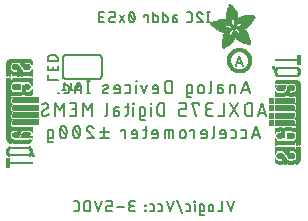
<source format=gbr>
G04 EAGLE Gerber RS-274X export*
G75*
%MOMM*%
%FSLAX34Y34*%
%LPD*%
%INSilkscreen Bottom*%
%IPPOS*%
%AMOC8*
5,1,8,0,0,1.08239X$1,22.5*%
G01*
%ADD10C,0.203200*%
%ADD11C,0.152400*%
%ADD12C,0.127000*%
%ADD13C,0.304800*%
%ADD14R,0.022863X0.462278*%
%ADD15R,0.022863X0.462281*%
%ADD16R,0.022863X0.436881*%
%ADD17R,0.023113X0.462278*%
%ADD18R,0.023113X0.462281*%
%ADD19R,0.023113X0.436881*%
%ADD20R,0.023116X0.462278*%
%ADD21R,0.023116X0.462281*%
%ADD22R,0.023116X0.436881*%
%ADD23R,0.023113X0.022863*%
%ADD24R,0.023116X0.091441*%
%ADD25R,0.023113X0.139700*%
%ADD26R,0.023116X0.185419*%
%ADD27R,0.023113X0.254000*%
%ADD28R,0.023113X0.299719*%
%ADD29R,0.023116X0.345438*%
%ADD30R,0.023113X0.391159*%
%ADD31R,0.023116X0.393700*%
%ADD32R,0.022863X0.325119*%
%ADD33R,0.022863X0.599438*%
%ADD34R,0.022863X0.622300*%
%ADD35R,0.022863X0.530859*%
%ADD36R,0.022863X0.439422*%
%ADD37R,0.022863X0.231138*%
%ADD38R,0.022863X0.071119*%
%ADD39R,0.022863X0.533400*%
%ADD40R,0.022863X0.208281*%
%ADD41R,0.023113X0.345441*%
%ADD42R,0.023113X0.576578*%
%ADD43R,0.023113X0.599438*%
%ADD44R,0.023113X0.508000*%
%ADD45R,0.023113X0.416563*%
%ADD46R,0.023113X0.208278*%
%ADD47R,0.023113X0.553722*%
%ADD48R,0.023113X0.208281*%
%ADD49R,0.023116X0.345441*%
%ADD50R,0.023116X0.530859*%
%ADD51R,0.023116X0.370841*%
%ADD52R,0.023116X0.162559*%
%ADD53R,0.023116X0.576581*%
%ADD54R,0.023116X0.208281*%
%ADD55R,0.023113X0.322578*%
%ADD56R,0.023113X0.485137*%
%ADD57R,0.023113X0.416559*%
%ADD58R,0.023113X0.347981*%
%ADD59R,0.023113X0.116838*%
%ADD60R,0.023113X0.647700*%
%ADD61R,0.023116X0.322581*%
%ADD62R,0.023116X0.485137*%
%ADD63R,0.023116X0.093978*%
%ADD64R,0.023116X0.231141*%
%ADD65R,0.023116X0.693419*%
%ADD66R,0.023113X0.322581*%
%ADD67R,0.023113X0.439419*%
%ADD68R,0.023113X0.370841*%
%ADD69R,0.023113X0.299722*%
%ADD70R,0.023113X0.045719*%
%ADD71R,0.023113X0.739138*%
%ADD72R,0.023113X0.414019*%
%ADD73R,0.023113X0.347978*%
%ADD74R,0.023113X0.762000*%
%ADD75R,0.023116X0.414019*%
%ADD76R,0.023116X0.182881*%
%ADD77R,0.023116X0.347978*%
%ADD78R,0.023116X0.276863*%
%ADD79R,0.023116X0.116841*%
%ADD80R,0.023116X0.276859*%
%ADD81R,0.023116X0.784863*%
%ADD82R,0.023113X0.325119*%
%ADD83R,0.023113X0.276863*%
%ADD84R,0.023113X0.276859*%
%ADD85R,0.023116X0.325119*%
%ADD86R,0.023116X0.391159*%
%ADD87R,0.023116X0.302259*%
%ADD88R,0.023116X0.254000*%
%ADD89R,0.023113X0.302259*%
%ADD90R,0.023113X0.393700*%
%ADD91R,0.023113X0.231141*%
%ADD92R,0.022863X0.302259*%
%ADD93R,0.022863X0.439419*%
%ADD94R,0.022863X0.368300*%
%ADD95R,0.022863X0.391159*%
%ADD96R,0.022863X0.416559*%
%ADD97R,0.022863X0.276863*%
%ADD98R,0.022863X0.205741*%
%ADD99R,0.023113X0.368300*%
%ADD100R,0.023113X0.205741*%
%ADD101R,0.023116X0.368300*%
%ADD102R,0.023116X0.205741*%
%ADD103R,0.023113X0.182881*%
%ADD104R,0.022863X0.276859*%
%ADD105R,0.022863X0.182881*%
%ADD106R,0.023113X0.924559*%
%ADD107R,0.023116X0.924559*%
%ADD108R,0.023113X0.901700*%
%ADD109R,0.023116X0.901700*%
%ADD110R,0.023113X0.878841*%
%ADD111R,0.023116X0.855981*%
%ADD112R,0.023113X0.833119*%
%ADD113R,0.022863X0.787400*%
%ADD114R,0.022863X0.414019*%
%ADD115R,0.022863X0.924559*%
%ADD116R,0.023113X0.739141*%
%ADD117R,0.023116X0.716281*%
%ADD118R,0.023116X0.299722*%
%ADD119R,0.023113X0.670559*%
%ADD120R,0.023116X0.647700*%
%ADD121R,0.023116X0.508000*%
%ADD122R,0.023116X0.299719*%
%ADD123R,0.023113X0.601981*%
%ADD124R,0.023113X0.530859*%
%ADD125R,0.023113X0.231138*%
%ADD126R,0.023113X0.556259*%
%ADD127R,0.023113X0.185419*%
%ADD128R,0.023116X0.533400*%
%ADD129R,0.023116X0.599438*%
%ADD130R,0.023116X0.416563*%
%ADD131R,0.023116X0.116838*%
%ADD132R,0.023113X0.485141*%
%ADD133R,0.023113X0.645159*%
%ADD134R,0.023113X0.716278*%
%ADD135R,0.022863X0.393700*%
%ADD136R,0.022863X0.762000*%
%ADD137R,0.022863X0.624841*%
%ADD138R,0.023113X0.784859*%
%ADD139R,0.023113X0.693422*%
%ADD140R,0.023116X0.830578*%
%ADD141R,0.023116X0.739141*%
%ADD142R,0.023113X0.876300*%
%ADD143R,0.023113X0.807722*%
%ADD144R,0.023116X0.899159*%
%ADD145R,0.023116X0.878841*%
%ADD146R,0.023113X0.922019*%
%ADD147R,0.023113X0.947419*%
%ADD148R,0.023116X0.970278*%
%ADD149R,0.023113X0.970278*%
%ADD150R,0.023116X0.439419*%
%ADD151R,0.022863X0.299722*%
%ADD152R,0.023116X0.416559*%
%ADD153R,0.023116X0.347981*%
%ADD154R,0.023113X0.137159*%
%ADD155R,0.023113X0.093978*%
%ADD156R,0.023113X0.091441*%
%ADD157R,0.023113X0.093981*%
%ADD158R,0.023113X0.114300*%
%ADD159R,0.023116X0.045719*%
%ADD160R,0.023116X0.045722*%
%ADD161R,0.023113X0.071119*%
%ADD162R,0.023113X0.116841*%
%ADD163R,0.023116X0.139700*%
%ADD164R,0.022863X0.322581*%
%ADD165R,0.022863X0.345441*%
%ADD166R,0.022863X0.162559*%
%ADD167R,0.022863X0.576581*%
%ADD168R,0.023113X0.668019*%
%ADD169R,0.023113X0.533400*%
%ADD170R,0.023116X1.455419*%
%ADD171R,0.023116X5.519419*%
%ADD172R,0.023113X1.455419*%
%ADD173R,0.023113X5.519419*%
%ADD174R,0.023116X5.494019*%
%ADD175R,0.023113X1.430019*%
%ADD176R,0.023113X5.494019*%
%ADD177R,0.023116X1.430019*%
%ADD178R,0.023116X5.471159*%
%ADD179R,0.023116X0.762000*%
%ADD180R,0.023113X1.407159*%
%ADD181R,0.023113X5.471159*%
%ADD182R,0.022863X1.384300*%
%ADD183R,0.022863X5.448300*%
%ADD184R,0.022863X0.716278*%
%ADD185R,0.022863X0.878841*%
%ADD186R,0.023113X1.361438*%
%ADD187R,0.023113X5.425438*%
%ADD188R,0.023116X1.338578*%
%ADD189R,0.023116X5.402578*%
%ADD190R,0.023116X0.624841*%
%ADD191R,0.023113X1.292859*%
%ADD192R,0.023113X5.356859*%
%ADD193R,0.023116X1.224278*%
%ADD194R,0.023116X5.288278*%
%ADD195R,0.050800X0.006300*%
%ADD196R,0.082600X0.006400*%
%ADD197R,0.120600X0.006300*%
%ADD198R,0.139700X0.006400*%
%ADD199R,0.158800X0.006300*%
%ADD200R,0.177800X0.006400*%
%ADD201R,0.196800X0.006300*%
%ADD202R,0.215900X0.006400*%
%ADD203R,0.228600X0.006300*%
%ADD204R,0.241300X0.006400*%
%ADD205R,0.254000X0.006300*%
%ADD206R,0.266700X0.006400*%
%ADD207R,0.279400X0.006300*%
%ADD208R,0.285700X0.006400*%
%ADD209R,0.298400X0.006300*%
%ADD210R,0.311200X0.006400*%
%ADD211R,0.317500X0.006300*%
%ADD212R,0.330200X0.006400*%
%ADD213R,0.336600X0.006300*%
%ADD214R,0.349200X0.006400*%
%ADD215R,0.361900X0.006300*%
%ADD216R,0.368300X0.006400*%
%ADD217R,0.381000X0.006300*%
%ADD218R,0.387300X0.006400*%
%ADD219R,0.393700X0.006300*%
%ADD220R,0.406400X0.006400*%
%ADD221R,0.412700X0.006300*%
%ADD222R,0.419100X0.006400*%
%ADD223R,0.431800X0.006300*%
%ADD224R,0.438100X0.006400*%
%ADD225R,0.450800X0.006300*%
%ADD226R,0.457200X0.006400*%
%ADD227R,0.463500X0.006300*%
%ADD228R,0.476200X0.006400*%
%ADD229R,0.482600X0.006300*%
%ADD230R,0.488900X0.006400*%
%ADD231R,0.501600X0.006300*%
%ADD232R,0.508000X0.006400*%
%ADD233R,0.514300X0.006300*%
%ADD234R,0.527000X0.006400*%
%ADD235R,0.533400X0.006300*%
%ADD236R,0.546100X0.006400*%
%ADD237R,0.552400X0.006300*%
%ADD238R,0.558800X0.006400*%
%ADD239R,0.571500X0.006300*%
%ADD240R,0.577800X0.006400*%
%ADD241R,0.584200X0.006300*%
%ADD242R,0.596900X0.006400*%
%ADD243R,0.603200X0.006300*%
%ADD244R,0.609600X0.006400*%
%ADD245R,0.622300X0.006300*%
%ADD246R,0.628600X0.006400*%
%ADD247R,0.641300X0.006300*%
%ADD248R,0.647700X0.006400*%
%ADD249R,0.063500X0.006300*%
%ADD250R,0.654000X0.006300*%
%ADD251R,0.101600X0.006400*%
%ADD252R,0.666700X0.006400*%
%ADD253R,0.139700X0.006300*%
%ADD254R,0.673100X0.006300*%
%ADD255R,0.165100X0.006400*%
%ADD256R,0.679400X0.006400*%
%ADD257R,0.196900X0.006300*%
%ADD258R,0.692100X0.006300*%
%ADD259R,0.222200X0.006400*%
%ADD260R,0.698500X0.006400*%
%ADD261R,0.247700X0.006300*%
%ADD262R,0.704800X0.006300*%
%ADD263R,0.279400X0.006400*%
%ADD264R,0.717500X0.006400*%
%ADD265R,0.298500X0.006300*%
%ADD266R,0.723900X0.006300*%
%ADD267R,0.736600X0.006400*%
%ADD268R,0.342900X0.006300*%
%ADD269R,0.742900X0.006300*%
%ADD270R,0.374700X0.006400*%
%ADD271R,0.749300X0.006400*%
%ADD272R,0.762000X0.006300*%
%ADD273R,0.412700X0.006400*%
%ADD274R,0.768300X0.006400*%
%ADD275R,0.438100X0.006300*%
%ADD276R,0.774700X0.006300*%
%ADD277R,0.463600X0.006400*%
%ADD278R,0.787400X0.006400*%
%ADD279R,0.793700X0.006300*%
%ADD280R,0.495300X0.006400*%
%ADD281R,0.800100X0.006400*%
%ADD282R,0.520700X0.006300*%
%ADD283R,0.812800X0.006300*%
%ADD284R,0.533400X0.006400*%
%ADD285R,0.819100X0.006400*%
%ADD286R,0.558800X0.006300*%
%ADD287R,0.825500X0.006300*%
%ADD288R,0.577900X0.006400*%
%ADD289R,0.831800X0.006400*%
%ADD290R,0.596900X0.006300*%
%ADD291R,0.844500X0.006300*%
%ADD292R,0.616000X0.006400*%
%ADD293R,0.850900X0.006400*%
%ADD294R,0.635000X0.006300*%
%ADD295R,0.857200X0.006300*%
%ADD296R,0.654100X0.006400*%
%ADD297R,0.863600X0.006400*%
%ADD298R,0.666700X0.006300*%
%ADD299R,0.869900X0.006300*%
%ADD300R,0.685800X0.006400*%
%ADD301R,0.876300X0.006400*%
%ADD302R,0.882600X0.006300*%
%ADD303R,0.723900X0.006400*%
%ADD304R,0.889000X0.006400*%
%ADD305R,0.895300X0.006300*%
%ADD306R,0.755700X0.006400*%
%ADD307R,0.901700X0.006400*%
%ADD308R,0.908000X0.006300*%
%ADD309R,0.793800X0.006400*%
%ADD310R,0.914400X0.006400*%
%ADD311R,0.806400X0.006300*%
%ADD312R,0.920700X0.006300*%
%ADD313R,0.825500X0.006400*%
%ADD314R,0.927100X0.006400*%
%ADD315R,0.933400X0.006300*%
%ADD316R,0.857300X0.006400*%
%ADD317R,0.939800X0.006400*%
%ADD318R,0.870000X0.006300*%
%ADD319R,0.939800X0.006300*%
%ADD320R,0.946100X0.006400*%
%ADD321R,0.952500X0.006300*%
%ADD322R,0.908000X0.006400*%
%ADD323R,0.958800X0.006400*%
%ADD324R,0.965200X0.006300*%
%ADD325R,0.965200X0.006400*%
%ADD326R,0.971500X0.006300*%
%ADD327R,0.952500X0.006400*%
%ADD328R,0.977900X0.006400*%
%ADD329R,0.958800X0.006300*%
%ADD330R,0.984200X0.006300*%
%ADD331R,0.971500X0.006400*%
%ADD332R,0.984200X0.006400*%
%ADD333R,0.990600X0.006300*%
%ADD334R,0.984300X0.006400*%
%ADD335R,0.996900X0.006400*%
%ADD336R,0.997000X0.006300*%
%ADD337R,0.996900X0.006300*%
%ADD338R,1.003300X0.006400*%
%ADD339R,1.016000X0.006300*%
%ADD340R,1.009600X0.006300*%
%ADD341R,1.016000X0.006400*%
%ADD342R,1.009600X0.006400*%
%ADD343R,1.022300X0.006300*%
%ADD344R,1.028700X0.006400*%
%ADD345R,1.035100X0.006300*%
%ADD346R,1.047800X0.006400*%
%ADD347R,1.054100X0.006300*%
%ADD348R,1.028700X0.006300*%
%ADD349R,1.054100X0.006400*%
%ADD350R,1.035000X0.006400*%
%ADD351R,1.060400X0.006300*%
%ADD352R,1.035000X0.006300*%
%ADD353R,1.060500X0.006400*%
%ADD354R,1.041400X0.006400*%
%ADD355R,1.066800X0.006300*%
%ADD356R,1.041400X0.006300*%
%ADD357R,1.079500X0.006400*%
%ADD358R,1.047700X0.006400*%
%ADD359R,1.085900X0.006300*%
%ADD360R,1.047700X0.006300*%
%ADD361R,1.085800X0.006400*%
%ADD362R,1.092200X0.006300*%
%ADD363R,1.085900X0.006400*%
%ADD364R,1.098600X0.006300*%
%ADD365R,1.098600X0.006400*%
%ADD366R,1.060400X0.006400*%
%ADD367R,1.104900X0.006300*%
%ADD368R,1.104900X0.006400*%
%ADD369R,1.066800X0.006400*%
%ADD370R,1.111200X0.006300*%
%ADD371R,1.117600X0.006400*%
%ADD372R,1.117600X0.006300*%
%ADD373R,1.073100X0.006300*%
%ADD374R,1.073100X0.006400*%
%ADD375R,1.124000X0.006300*%
%ADD376R,1.079500X0.006300*%
%ADD377R,1.123900X0.006400*%
%ADD378R,1.130300X0.006300*%
%ADD379R,1.130300X0.006400*%
%ADD380R,1.136700X0.006400*%
%ADD381R,1.136700X0.006300*%
%ADD382R,1.085800X0.006300*%
%ADD383R,1.136600X0.006400*%
%ADD384R,1.136600X0.006300*%
%ADD385R,1.143000X0.006400*%
%ADD386R,1.143000X0.006300*%
%ADD387R,1.149400X0.006300*%
%ADD388R,1.149300X0.006300*%
%ADD389R,1.149300X0.006400*%
%ADD390R,1.149400X0.006400*%
%ADD391R,1.155700X0.006400*%
%ADD392R,1.155700X0.006300*%
%ADD393R,1.060500X0.006300*%
%ADD394R,2.197100X0.006400*%
%ADD395R,2.197100X0.006300*%
%ADD396R,2.184400X0.006300*%
%ADD397R,2.184400X0.006400*%
%ADD398R,2.171700X0.006400*%
%ADD399R,2.171700X0.006300*%
%ADD400R,1.530300X0.006400*%
%ADD401R,1.505000X0.006300*%
%ADD402R,1.492300X0.006400*%
%ADD403R,1.485900X0.006300*%
%ADD404R,0.565200X0.006300*%
%ADD405R,1.473200X0.006400*%
%ADD406R,0.565200X0.006400*%
%ADD407R,1.460500X0.006300*%
%ADD408R,1.454100X0.006400*%
%ADD409R,0.552400X0.006400*%
%ADD410R,1.441500X0.006300*%
%ADD411R,0.546100X0.006300*%
%ADD412R,1.435100X0.006400*%
%ADD413R,0.539800X0.006400*%
%ADD414R,1.428800X0.006300*%
%ADD415R,1.422400X0.006400*%
%ADD416R,1.409700X0.006300*%
%ADD417R,0.527100X0.006300*%
%ADD418R,1.403300X0.006400*%
%ADD419R,0.527100X0.006400*%
%ADD420R,1.390700X0.006300*%
%ADD421R,1.384300X0.006400*%
%ADD422R,0.520700X0.006400*%
%ADD423R,1.384300X0.006300*%
%ADD424R,0.514400X0.006300*%
%ADD425R,1.371600X0.006400*%
%ADD426R,1.365200X0.006300*%
%ADD427R,0.508000X0.006300*%
%ADD428R,1.352600X0.006400*%
%ADD429R,0.501700X0.006400*%
%ADD430R,0.711200X0.006300*%
%ADD431R,0.603300X0.006300*%
%ADD432R,0.501700X0.006300*%
%ADD433R,0.692100X0.006400*%
%ADD434R,0.571500X0.006400*%
%ADD435R,0.679400X0.006300*%
%ADD436R,0.495300X0.006300*%
%ADD437R,0.673100X0.006400*%
%ADD438R,0.666800X0.006300*%
%ADD439R,0.488900X0.006300*%
%ADD440R,0.660400X0.006400*%
%ADD441R,0.482600X0.006400*%
%ADD442R,0.476200X0.006300*%
%ADD443R,0.654000X0.006400*%
%ADD444R,0.469900X0.006400*%
%ADD445R,0.476300X0.006400*%
%ADD446R,0.647700X0.006300*%
%ADD447R,0.457200X0.006300*%
%ADD448R,0.469900X0.006300*%
%ADD449R,0.641300X0.006400*%
%ADD450R,0.444500X0.006400*%
%ADD451R,0.463600X0.006300*%
%ADD452R,0.635000X0.006400*%
%ADD453R,0.463500X0.006400*%
%ADD454R,0.393700X0.006400*%
%ADD455R,0.450800X0.006400*%
%ADD456R,0.628600X0.006300*%
%ADD457R,0.387400X0.006300*%
%ADD458R,0.450900X0.006300*%
%ADD459R,0.628700X0.006400*%
%ADD460R,0.374600X0.006400*%
%ADD461R,0.368300X0.006300*%
%ADD462R,0.438200X0.006300*%
%ADD463R,0.622300X0.006400*%
%ADD464R,0.355600X0.006400*%
%ADD465R,0.431800X0.006400*%
%ADD466R,0.349300X0.006300*%
%ADD467R,0.425400X0.006300*%
%ADD468R,0.615900X0.006300*%
%ADD469R,0.330200X0.006300*%
%ADD470R,0.419100X0.006300*%
%ADD471R,0.616000X0.006300*%
%ADD472R,0.311200X0.006300*%
%ADD473R,0.406400X0.006300*%
%ADD474R,0.615900X0.006400*%
%ADD475R,0.304800X0.006400*%
%ADD476R,0.158800X0.006400*%
%ADD477R,0.609600X0.006300*%
%ADD478R,0.292100X0.006300*%
%ADD479R,0.235000X0.006300*%
%ADD480R,0.387400X0.006400*%
%ADD481R,0.292100X0.006400*%
%ADD482R,0.336500X0.006300*%
%ADD483R,0.260400X0.006300*%
%ADD484R,0.603300X0.006400*%
%ADD485R,0.260400X0.006400*%
%ADD486R,0.362000X0.006400*%
%ADD487R,0.450900X0.006400*%
%ADD488R,0.355600X0.006300*%
%ADD489R,0.342900X0.006400*%
%ADD490R,0.514300X0.006400*%
%ADD491R,0.234900X0.006300*%
%ADD492R,0.539700X0.006300*%
%ADD493R,0.603200X0.006400*%
%ADD494R,0.234900X0.006400*%
%ADD495R,0.920700X0.006400*%
%ADD496R,0.958900X0.006400*%
%ADD497R,0.215900X0.006300*%
%ADD498R,0.209600X0.006400*%
%ADD499R,0.203200X0.006300*%
%ADD500R,1.003300X0.006300*%
%ADD501R,0.203200X0.006400*%
%ADD502R,0.196900X0.006400*%
%ADD503R,0.190500X0.006300*%
%ADD504R,0.190500X0.006400*%
%ADD505R,0.184200X0.006300*%
%ADD506R,0.590500X0.006400*%
%ADD507R,0.184200X0.006400*%
%ADD508R,0.590500X0.006300*%
%ADD509R,0.177800X0.006300*%
%ADD510R,0.584200X0.006400*%
%ADD511R,1.168400X0.006400*%
%ADD512R,0.171500X0.006300*%
%ADD513R,1.187500X0.006300*%
%ADD514R,1.200100X0.006400*%
%ADD515R,0.577800X0.006300*%
%ADD516R,1.212900X0.006300*%
%ADD517R,1.231900X0.006400*%
%ADD518R,1.250900X0.006300*%
%ADD519R,0.565100X0.006400*%
%ADD520R,0.184100X0.006400*%
%ADD521R,1.263700X0.006400*%
%ADD522R,0.565100X0.006300*%
%ADD523R,1.289100X0.006300*%
%ADD524R,1.314400X0.006400*%
%ADD525R,0.552500X0.006300*%
%ADD526R,1.568500X0.006300*%
%ADD527R,0.552500X0.006400*%
%ADD528R,1.581200X0.006400*%
%ADD529R,1.593800X0.006300*%
%ADD530R,1.606500X0.006400*%
%ADD531R,1.619300X0.006300*%
%ADD532R,0.514400X0.006400*%
%ADD533R,1.638300X0.006400*%
%ADD534R,1.657300X0.006300*%
%ADD535R,2.209800X0.006400*%
%ADD536R,2.425700X0.006300*%
%ADD537R,2.470100X0.006400*%
%ADD538R,2.501900X0.006300*%
%ADD539R,2.533700X0.006400*%
%ADD540R,2.559000X0.006300*%
%ADD541R,2.584500X0.006400*%
%ADD542R,2.609900X0.006300*%
%ADD543R,2.628900X0.006400*%
%ADD544R,2.660600X0.006300*%
%ADD545R,2.673400X0.006400*%
%ADD546R,1.422400X0.006300*%
%ADD547R,1.200200X0.006300*%
%ADD548R,1.365300X0.006300*%
%ADD549R,1.365300X0.006400*%
%ADD550R,1.352500X0.006300*%
%ADD551R,1.098500X0.006300*%
%ADD552R,1.358900X0.006400*%
%ADD553R,1.352600X0.006300*%
%ADD554R,1.358900X0.006300*%
%ADD555R,1.371600X0.006300*%
%ADD556R,1.377900X0.006400*%
%ADD557R,1.397000X0.006400*%
%ADD558R,1.403300X0.006300*%
%ADD559R,0.914400X0.006300*%
%ADD560R,0.876300X0.006300*%
%ADD561R,0.374600X0.006300*%
%ADD562R,1.073200X0.006400*%
%ADD563R,0.374700X0.006300*%
%ADD564R,0.844600X0.006400*%
%ADD565R,0.844600X0.006300*%
%ADD566R,0.831900X0.006400*%
%ADD567R,1.092200X0.006400*%
%ADD568R,0.400000X0.006300*%
%ADD569R,0.819200X0.006400*%
%ADD570R,1.111300X0.006400*%
%ADD571R,0.812800X0.006400*%
%ADD572R,0.800100X0.006300*%
%ADD573R,0.476300X0.006300*%
%ADD574R,1.181100X0.006300*%
%ADD575R,0.501600X0.006400*%
%ADD576R,1.193800X0.006400*%
%ADD577R,0.781000X0.006400*%
%ADD578R,1.238200X0.006400*%
%ADD579R,0.781100X0.006300*%
%ADD580R,1.257300X0.006300*%
%ADD581R,1.295400X0.006400*%
%ADD582R,1.333500X0.006300*%
%ADD583R,0.774700X0.006400*%
%ADD584R,1.866900X0.006400*%
%ADD585R,0.209600X0.006300*%
%ADD586R,1.866900X0.006300*%
%ADD587R,0.768400X0.006400*%
%ADD588R,0.209500X0.006400*%
%ADD589R,1.860600X0.006400*%
%ADD590R,0.762000X0.006400*%
%ADD591R,0.768400X0.006300*%
%ADD592R,1.860600X0.006300*%
%ADD593R,1.860500X0.006400*%
%ADD594R,0.222300X0.006300*%
%ADD595R,1.854200X0.006300*%
%ADD596R,0.235000X0.006400*%
%ADD597R,1.854200X0.006400*%
%ADD598R,0.768300X0.006300*%
%ADD599R,0.260300X0.006400*%
%ADD600R,1.847800X0.006400*%
%ADD601R,0.266700X0.006300*%
%ADD602R,1.847800X0.006300*%
%ADD603R,0.273100X0.006400*%
%ADD604R,1.841500X0.006400*%
%ADD605R,0.285800X0.006300*%
%ADD606R,1.841500X0.006300*%
%ADD607R,0.298500X0.006400*%
%ADD608R,1.835100X0.006400*%
%ADD609R,0.781000X0.006300*%
%ADD610R,0.304800X0.006300*%
%ADD611R,1.835100X0.006300*%
%ADD612R,0.317500X0.006400*%
%ADD613R,1.828800X0.006400*%
%ADD614R,0.787400X0.006300*%
%ADD615R,0.323800X0.006300*%
%ADD616R,1.828800X0.006300*%
%ADD617R,0.793700X0.006400*%
%ADD618R,1.822400X0.006400*%
%ADD619R,0.806500X0.006300*%
%ADD620R,1.822400X0.006300*%
%ADD621R,1.816100X0.006400*%
%ADD622R,0.819100X0.006300*%
%ADD623R,0.387300X0.006300*%
%ADD624R,1.816100X0.006300*%
%ADD625R,1.809800X0.006400*%
%ADD626R,1.803400X0.006300*%
%ADD627R,1.797000X0.006400*%
%ADD628R,0.901700X0.006300*%
%ADD629R,1.797000X0.006300*%
%ADD630R,1.441400X0.006400*%
%ADD631R,1.790700X0.006400*%
%ADD632R,1.447800X0.006300*%
%ADD633R,1.784300X0.006300*%
%ADD634R,1.447800X0.006400*%
%ADD635R,1.784300X0.006400*%
%ADD636R,1.454100X0.006300*%
%ADD637R,1.771700X0.006300*%
%ADD638R,1.460500X0.006400*%
%ADD639R,1.759000X0.006400*%
%ADD640R,1.466800X0.006300*%
%ADD641R,1.752600X0.006300*%
%ADD642R,1.466800X0.006400*%
%ADD643R,1.739900X0.006400*%
%ADD644R,1.473200X0.006300*%
%ADD645R,1.727200X0.006300*%
%ADD646R,1.479500X0.006400*%
%ADD647R,1.714500X0.006400*%
%ADD648R,1.695400X0.006300*%
%ADD649R,1.485900X0.006400*%
%ADD650R,1.682700X0.006400*%
%ADD651R,1.492200X0.006300*%
%ADD652R,1.663700X0.006300*%
%ADD653R,1.498600X0.006400*%
%ADD654R,1.644600X0.006400*%
%ADD655R,1.498600X0.006300*%
%ADD656R,1.619200X0.006300*%
%ADD657R,1.511300X0.006400*%
%ADD658R,1.600200X0.006400*%
%ADD659R,1.517700X0.006300*%
%ADD660R,1.574800X0.006300*%
%ADD661R,1.524000X0.006400*%
%ADD662R,1.555800X0.006400*%
%ADD663R,1.524000X0.006300*%
%ADD664R,1.536700X0.006300*%
%ADD665R,1.530400X0.006400*%
%ADD666R,1.517700X0.006400*%
%ADD667R,1.492300X0.006300*%
%ADD668R,1.549400X0.006400*%
%ADD669R,1.479600X0.006400*%
%ADD670R,1.549400X0.006300*%
%ADD671R,1.555700X0.006400*%
%ADD672R,1.562100X0.006300*%
%ADD673R,0.323900X0.006300*%
%ADD674R,1.568400X0.006400*%
%ADD675R,0.336600X0.006400*%
%ADD676R,1.587500X0.006300*%
%ADD677R,0.971600X0.006300*%
%ADD678R,0.349300X0.006400*%
%ADD679R,1.600200X0.006300*%
%ADD680R,0.920800X0.006300*%
%ADD681R,0.882700X0.006400*%
%ADD682R,1.612900X0.006300*%
%ADD683R,0.362000X0.006300*%
%ADD684R,1.625600X0.006400*%
%ADD685R,1.625600X0.006300*%
%ADD686R,1.644600X0.006300*%
%ADD687R,0.736600X0.006300*%
%ADD688R,0.717600X0.006400*%
%ADD689R,1.657400X0.006300*%
%ADD690R,0.679500X0.006300*%
%ADD691R,1.663700X0.006400*%
%ADD692R,0.400000X0.006400*%
%ADD693R,1.676400X0.006300*%
%ADD694R,1.676400X0.006400*%
%ADD695R,0.425500X0.006400*%
%ADD696R,1.352500X0.006400*%
%ADD697R,0.444500X0.006300*%
%ADD698R,0.361900X0.006400*%
%ADD699R,0.088900X0.006300*%
%ADD700R,1.009700X0.006300*%
%ADD701R,1.009700X0.006400*%
%ADD702R,1.022300X0.006400*%
%ADD703R,1.346200X0.006400*%
%ADD704R,1.346200X0.006300*%
%ADD705R,1.339900X0.006400*%
%ADD706R,1.035100X0.006400*%
%ADD707R,1.339800X0.006300*%
%ADD708R,1.333500X0.006400*%
%ADD709R,1.327200X0.006400*%
%ADD710R,1.320800X0.006300*%
%ADD711R,1.314500X0.006400*%
%ADD712R,1.314400X0.006300*%
%ADD713R,1.301700X0.006400*%
%ADD714R,1.295400X0.006300*%
%ADD715R,1.289000X0.006400*%
%ADD716R,1.276300X0.006300*%
%ADD717R,1.251000X0.006300*%
%ADD718R,1.244600X0.006400*%
%ADD719R,1.231900X0.006300*%
%ADD720R,1.212800X0.006400*%
%ADD721R,1.200100X0.006300*%
%ADD722R,1.187400X0.006400*%
%ADD723R,1.168400X0.006300*%
%ADD724R,1.047800X0.006300*%
%ADD725R,0.977900X0.006300*%
%ADD726R,0.946200X0.006400*%
%ADD727R,0.933400X0.006400*%
%ADD728R,0.895300X0.006400*%
%ADD729R,0.882700X0.006300*%
%ADD730R,0.863600X0.006300*%
%ADD731R,0.857200X0.006400*%
%ADD732R,0.850900X0.006300*%
%ADD733R,0.838200X0.006300*%
%ADD734R,0.806500X0.006400*%
%ADD735R,0.717600X0.006300*%
%ADD736R,0.711200X0.006400*%
%ADD737R,0.641400X0.006400*%
%ADD738R,0.641400X0.006300*%
%ADD739R,0.628700X0.006300*%
%ADD740R,0.590600X0.006300*%
%ADD741R,0.539700X0.006400*%
%ADD742R,0.285700X0.006300*%
%ADD743R,0.222200X0.006300*%
%ADD744R,0.171400X0.006300*%
%ADD745R,0.152400X0.006400*%
%ADD746R,0.133400X0.006300*%


D10*
X207984Y104521D02*
X204428Y115189D01*
X200872Y104521D01*
X201761Y107188D02*
X207095Y107188D01*
X195749Y104521D02*
X195749Y111633D01*
X192786Y111633D01*
X192704Y111631D01*
X192622Y111625D01*
X192540Y111616D01*
X192459Y111603D01*
X192379Y111586D01*
X192299Y111565D01*
X192221Y111541D01*
X192144Y111513D01*
X192068Y111482D01*
X191993Y111447D01*
X191921Y111408D01*
X191850Y111367D01*
X191781Y111322D01*
X191715Y111274D01*
X191650Y111223D01*
X191588Y111169D01*
X191529Y111112D01*
X191472Y111053D01*
X191418Y110991D01*
X191367Y110926D01*
X191319Y110860D01*
X191274Y110791D01*
X191233Y110720D01*
X191194Y110648D01*
X191159Y110573D01*
X191128Y110497D01*
X191100Y110420D01*
X191076Y110342D01*
X191055Y110262D01*
X191038Y110182D01*
X191025Y110101D01*
X191016Y110019D01*
X191010Y109937D01*
X191008Y109855D01*
X191008Y104521D01*
X183476Y108670D02*
X180809Y108670D01*
X183476Y108669D02*
X183565Y108667D01*
X183654Y108661D01*
X183743Y108652D01*
X183831Y108638D01*
X183919Y108621D01*
X184006Y108600D01*
X184091Y108576D01*
X184176Y108547D01*
X184259Y108515D01*
X184341Y108480D01*
X184422Y108441D01*
X184500Y108399D01*
X184577Y108353D01*
X184651Y108304D01*
X184724Y108252D01*
X184794Y108196D01*
X184862Y108138D01*
X184927Y108077D01*
X184989Y108013D01*
X185049Y107947D01*
X185105Y107878D01*
X185159Y107807D01*
X185210Y107733D01*
X185257Y107658D01*
X185301Y107580D01*
X185342Y107501D01*
X185379Y107420D01*
X185413Y107337D01*
X185443Y107253D01*
X185469Y107168D01*
X185492Y107081D01*
X185511Y106994D01*
X185527Y106906D01*
X185538Y106818D01*
X185546Y106729D01*
X185550Y106640D01*
X185550Y106550D01*
X185546Y106461D01*
X185538Y106372D01*
X185527Y106284D01*
X185511Y106196D01*
X185492Y106109D01*
X185469Y106022D01*
X185443Y105937D01*
X185413Y105853D01*
X185379Y105770D01*
X185342Y105689D01*
X185301Y105610D01*
X185257Y105532D01*
X185210Y105457D01*
X185159Y105383D01*
X185105Y105312D01*
X185049Y105243D01*
X184989Y105177D01*
X184927Y105113D01*
X184862Y105052D01*
X184794Y104994D01*
X184724Y104938D01*
X184651Y104886D01*
X184577Y104837D01*
X184500Y104791D01*
X184422Y104749D01*
X184341Y104710D01*
X184259Y104675D01*
X184176Y104643D01*
X184091Y104614D01*
X184006Y104590D01*
X183919Y104569D01*
X183831Y104552D01*
X183743Y104538D01*
X183654Y104529D01*
X183565Y104523D01*
X183476Y104521D01*
X180809Y104521D01*
X180809Y109855D01*
X180811Y109937D01*
X180817Y110019D01*
X180826Y110101D01*
X180839Y110182D01*
X180856Y110262D01*
X180877Y110342D01*
X180901Y110420D01*
X180929Y110497D01*
X180960Y110573D01*
X180995Y110648D01*
X181034Y110720D01*
X181075Y110791D01*
X181120Y110860D01*
X181168Y110926D01*
X181219Y110991D01*
X181273Y111053D01*
X181330Y111112D01*
X181389Y111169D01*
X181451Y111223D01*
X181516Y111274D01*
X181582Y111322D01*
X181651Y111367D01*
X181722Y111408D01*
X181794Y111447D01*
X181869Y111482D01*
X181945Y111513D01*
X182022Y111541D01*
X182100Y111565D01*
X182180Y111586D01*
X182260Y111603D01*
X182341Y111616D01*
X182423Y111625D01*
X182505Y111631D01*
X182587Y111633D01*
X184958Y111633D01*
X175141Y115189D02*
X175141Y106299D01*
X175139Y106217D01*
X175133Y106135D01*
X175124Y106053D01*
X175111Y105972D01*
X175094Y105892D01*
X175073Y105812D01*
X175049Y105734D01*
X175021Y105657D01*
X174990Y105581D01*
X174955Y105506D01*
X174916Y105434D01*
X174875Y105363D01*
X174830Y105294D01*
X174782Y105228D01*
X174731Y105163D01*
X174677Y105101D01*
X174620Y105042D01*
X174561Y104985D01*
X174499Y104931D01*
X174434Y104880D01*
X174368Y104832D01*
X174299Y104787D01*
X174228Y104746D01*
X174156Y104707D01*
X174081Y104672D01*
X174005Y104641D01*
X173928Y104613D01*
X173850Y104589D01*
X173770Y104568D01*
X173690Y104551D01*
X173609Y104538D01*
X173527Y104529D01*
X173445Y104523D01*
X173363Y104521D01*
X169079Y106892D02*
X169079Y109262D01*
X169080Y109262D02*
X169078Y109359D01*
X169072Y109455D01*
X169062Y109551D01*
X169048Y109647D01*
X169031Y109742D01*
X169009Y109837D01*
X168984Y109930D01*
X168955Y110022D01*
X168922Y110113D01*
X168885Y110203D01*
X168845Y110291D01*
X168801Y110377D01*
X168754Y110461D01*
X168704Y110544D01*
X168650Y110624D01*
X168592Y110702D01*
X168532Y110778D01*
X168469Y110851D01*
X168403Y110921D01*
X168333Y110989D01*
X168262Y111054D01*
X168187Y111116D01*
X168110Y111174D01*
X168031Y111230D01*
X167950Y111282D01*
X167866Y111331D01*
X167781Y111377D01*
X167694Y111419D01*
X167605Y111457D01*
X167515Y111492D01*
X167423Y111523D01*
X167330Y111550D01*
X167237Y111574D01*
X167142Y111593D01*
X167046Y111609D01*
X166950Y111621D01*
X166854Y111629D01*
X166757Y111633D01*
X166661Y111633D01*
X166564Y111629D01*
X166468Y111621D01*
X166372Y111609D01*
X166276Y111593D01*
X166181Y111574D01*
X166088Y111550D01*
X165995Y111523D01*
X165903Y111492D01*
X165813Y111457D01*
X165724Y111419D01*
X165637Y111377D01*
X165552Y111331D01*
X165468Y111282D01*
X165387Y111230D01*
X165308Y111174D01*
X165231Y111116D01*
X165156Y111054D01*
X165085Y110989D01*
X165015Y110921D01*
X164949Y110851D01*
X164886Y110778D01*
X164826Y110702D01*
X164768Y110624D01*
X164714Y110544D01*
X164664Y110461D01*
X164617Y110377D01*
X164573Y110291D01*
X164533Y110203D01*
X164496Y110113D01*
X164463Y110022D01*
X164434Y109930D01*
X164409Y109837D01*
X164387Y109742D01*
X164370Y109647D01*
X164356Y109551D01*
X164346Y109455D01*
X164340Y109359D01*
X164338Y109262D01*
X164338Y106892D01*
X164340Y106795D01*
X164346Y106699D01*
X164356Y106603D01*
X164370Y106507D01*
X164387Y106412D01*
X164409Y106317D01*
X164434Y106224D01*
X164463Y106132D01*
X164496Y106041D01*
X164533Y105951D01*
X164573Y105863D01*
X164617Y105777D01*
X164664Y105693D01*
X164714Y105610D01*
X164768Y105530D01*
X164826Y105452D01*
X164886Y105376D01*
X164949Y105303D01*
X165015Y105233D01*
X165085Y105165D01*
X165156Y105100D01*
X165231Y105038D01*
X165308Y104980D01*
X165387Y104924D01*
X165468Y104872D01*
X165552Y104823D01*
X165637Y104777D01*
X165724Y104735D01*
X165813Y104697D01*
X165903Y104662D01*
X165995Y104631D01*
X166088Y104604D01*
X166181Y104580D01*
X166276Y104561D01*
X166372Y104545D01*
X166468Y104533D01*
X166564Y104525D01*
X166661Y104521D01*
X166757Y104521D01*
X166854Y104525D01*
X166950Y104533D01*
X167046Y104545D01*
X167142Y104561D01*
X167237Y104580D01*
X167330Y104604D01*
X167423Y104631D01*
X167515Y104662D01*
X167605Y104697D01*
X167694Y104735D01*
X167781Y104777D01*
X167866Y104823D01*
X167950Y104872D01*
X168031Y104924D01*
X168110Y104980D01*
X168187Y105038D01*
X168262Y105100D01*
X168333Y105165D01*
X168403Y105233D01*
X168469Y105303D01*
X168532Y105376D01*
X168592Y105452D01*
X168650Y105530D01*
X168704Y105610D01*
X168754Y105693D01*
X168801Y105777D01*
X168845Y105863D01*
X168885Y105951D01*
X168922Y106041D01*
X168955Y106132D01*
X168984Y106224D01*
X169009Y106317D01*
X169031Y106412D01*
X169048Y106507D01*
X169062Y106603D01*
X169072Y106699D01*
X169078Y106795D01*
X169080Y106892D01*
X157484Y104521D02*
X154520Y104521D01*
X157484Y104521D02*
X157566Y104523D01*
X157648Y104529D01*
X157730Y104538D01*
X157811Y104551D01*
X157891Y104568D01*
X157971Y104589D01*
X158049Y104613D01*
X158126Y104641D01*
X158202Y104672D01*
X158277Y104707D01*
X158349Y104746D01*
X158420Y104787D01*
X158489Y104832D01*
X158555Y104880D01*
X158620Y104931D01*
X158682Y104985D01*
X158741Y105042D01*
X158798Y105101D01*
X158852Y105163D01*
X158903Y105228D01*
X158951Y105294D01*
X158996Y105363D01*
X159037Y105434D01*
X159076Y105506D01*
X159111Y105581D01*
X159142Y105657D01*
X159170Y105734D01*
X159194Y105812D01*
X159215Y105892D01*
X159232Y105972D01*
X159245Y106053D01*
X159254Y106135D01*
X159260Y106217D01*
X159262Y106299D01*
X159262Y109855D01*
X159260Y109937D01*
X159254Y110019D01*
X159245Y110101D01*
X159232Y110182D01*
X159215Y110262D01*
X159194Y110342D01*
X159170Y110420D01*
X159142Y110497D01*
X159111Y110573D01*
X159076Y110648D01*
X159037Y110720D01*
X158996Y110791D01*
X158951Y110860D01*
X158903Y110926D01*
X158852Y110991D01*
X158798Y111053D01*
X158741Y111112D01*
X158682Y111169D01*
X158620Y111223D01*
X158555Y111274D01*
X158489Y111322D01*
X158420Y111367D01*
X158349Y111408D01*
X158277Y111447D01*
X158202Y111482D01*
X158126Y111513D01*
X158049Y111541D01*
X157971Y111565D01*
X157891Y111586D01*
X157811Y111603D01*
X157730Y111616D01*
X157648Y111625D01*
X157566Y111631D01*
X157484Y111633D01*
X154520Y111633D01*
X154520Y102743D01*
X154522Y102661D01*
X154528Y102579D01*
X154537Y102497D01*
X154550Y102416D01*
X154567Y102336D01*
X154588Y102256D01*
X154612Y102178D01*
X154640Y102101D01*
X154671Y102025D01*
X154706Y101950D01*
X154745Y101878D01*
X154786Y101807D01*
X154831Y101738D01*
X154879Y101672D01*
X154930Y101607D01*
X154984Y101545D01*
X155041Y101486D01*
X155100Y101429D01*
X155162Y101375D01*
X155227Y101324D01*
X155293Y101276D01*
X155362Y101231D01*
X155433Y101190D01*
X155505Y101151D01*
X155580Y101116D01*
X155656Y101085D01*
X155733Y101057D01*
X155811Y101033D01*
X155891Y101012D01*
X155971Y100995D01*
X156052Y100982D01*
X156134Y100973D01*
X156216Y100967D01*
X156298Y100965D01*
X158669Y100965D01*
X142240Y104521D02*
X142240Y115189D01*
X139277Y115189D01*
X139169Y115187D01*
X139061Y115181D01*
X138953Y115171D01*
X138846Y115157D01*
X138739Y115140D01*
X138633Y115118D01*
X138528Y115093D01*
X138423Y115063D01*
X138320Y115030D01*
X138219Y114993D01*
X138118Y114953D01*
X138019Y114909D01*
X137922Y114861D01*
X137827Y114810D01*
X137733Y114755D01*
X137642Y114697D01*
X137553Y114636D01*
X137466Y114571D01*
X137382Y114504D01*
X137300Y114433D01*
X137220Y114359D01*
X137144Y114283D01*
X137070Y114203D01*
X137000Y114121D01*
X136932Y114037D01*
X136867Y113950D01*
X136806Y113861D01*
X136748Y113770D01*
X136693Y113676D01*
X136642Y113581D01*
X136594Y113484D01*
X136550Y113385D01*
X136510Y113284D01*
X136473Y113183D01*
X136440Y113080D01*
X136410Y112975D01*
X136385Y112870D01*
X136363Y112764D01*
X136346Y112657D01*
X136332Y112550D01*
X136322Y112442D01*
X136316Y112334D01*
X136314Y112226D01*
X136313Y112226D02*
X136313Y107484D01*
X136314Y107484D02*
X136316Y107378D01*
X136322Y107273D01*
X136331Y107167D01*
X136344Y107062D01*
X136361Y106958D01*
X136382Y106854D01*
X136406Y106751D01*
X136434Y106649D01*
X136466Y106548D01*
X136501Y106449D01*
X136540Y106350D01*
X136582Y106253D01*
X136627Y106158D01*
X136676Y106064D01*
X136729Y105972D01*
X136784Y105882D01*
X136843Y105794D01*
X136905Y105708D01*
X136970Y105625D01*
X137038Y105544D01*
X137108Y105465D01*
X137182Y105389D01*
X137258Y105315D01*
X137337Y105245D01*
X137418Y105177D01*
X137501Y105112D01*
X137587Y105050D01*
X137675Y104991D01*
X137765Y104936D01*
X137857Y104883D01*
X137951Y104834D01*
X138046Y104789D01*
X138143Y104747D01*
X138242Y104708D01*
X138341Y104673D01*
X138442Y104641D01*
X138544Y104613D01*
X138647Y104589D01*
X138751Y104568D01*
X138855Y104551D01*
X138960Y104538D01*
X139066Y104529D01*
X139171Y104523D01*
X139277Y104521D01*
X142240Y104521D01*
X128820Y104521D02*
X125857Y104521D01*
X128820Y104521D02*
X128902Y104523D01*
X128984Y104529D01*
X129066Y104538D01*
X129147Y104551D01*
X129227Y104568D01*
X129307Y104589D01*
X129385Y104613D01*
X129462Y104641D01*
X129538Y104672D01*
X129613Y104707D01*
X129685Y104746D01*
X129756Y104787D01*
X129825Y104832D01*
X129891Y104880D01*
X129956Y104931D01*
X130018Y104985D01*
X130077Y105042D01*
X130134Y105101D01*
X130188Y105163D01*
X130239Y105228D01*
X130287Y105294D01*
X130332Y105363D01*
X130373Y105434D01*
X130412Y105506D01*
X130447Y105581D01*
X130478Y105657D01*
X130506Y105734D01*
X130530Y105812D01*
X130551Y105892D01*
X130568Y105972D01*
X130581Y106053D01*
X130590Y106135D01*
X130596Y106217D01*
X130598Y106299D01*
X130598Y109262D01*
X130599Y109262D02*
X130597Y109359D01*
X130591Y109455D01*
X130581Y109551D01*
X130567Y109647D01*
X130550Y109742D01*
X130528Y109837D01*
X130503Y109930D01*
X130474Y110022D01*
X130441Y110113D01*
X130404Y110203D01*
X130364Y110291D01*
X130320Y110377D01*
X130273Y110461D01*
X130223Y110544D01*
X130169Y110624D01*
X130111Y110702D01*
X130051Y110778D01*
X129988Y110851D01*
X129922Y110921D01*
X129852Y110989D01*
X129781Y111054D01*
X129706Y111116D01*
X129629Y111174D01*
X129550Y111230D01*
X129469Y111282D01*
X129385Y111331D01*
X129300Y111377D01*
X129213Y111419D01*
X129124Y111457D01*
X129034Y111492D01*
X128942Y111523D01*
X128849Y111550D01*
X128756Y111574D01*
X128661Y111593D01*
X128565Y111609D01*
X128469Y111621D01*
X128373Y111629D01*
X128276Y111633D01*
X128180Y111633D01*
X128083Y111629D01*
X127987Y111621D01*
X127891Y111609D01*
X127795Y111593D01*
X127700Y111574D01*
X127607Y111550D01*
X127514Y111523D01*
X127422Y111492D01*
X127332Y111457D01*
X127243Y111419D01*
X127156Y111377D01*
X127071Y111331D01*
X126987Y111282D01*
X126906Y111230D01*
X126827Y111174D01*
X126750Y111116D01*
X126675Y111054D01*
X126604Y110989D01*
X126534Y110921D01*
X126468Y110851D01*
X126405Y110778D01*
X126345Y110702D01*
X126287Y110624D01*
X126233Y110544D01*
X126183Y110461D01*
X126136Y110377D01*
X126092Y110291D01*
X126052Y110203D01*
X126015Y110113D01*
X125982Y110022D01*
X125953Y109930D01*
X125928Y109837D01*
X125906Y109742D01*
X125889Y109647D01*
X125875Y109551D01*
X125865Y109455D01*
X125859Y109359D01*
X125857Y109262D01*
X125857Y108077D01*
X130598Y108077D01*
X121073Y111633D02*
X118703Y104521D01*
X116332Y111633D01*
X111845Y111633D02*
X111845Y104521D01*
X112141Y114596D02*
X112141Y115189D01*
X111548Y115189D01*
X111548Y114596D01*
X112141Y114596D01*
X105178Y104521D02*
X102808Y104521D01*
X105178Y104521D02*
X105260Y104523D01*
X105342Y104529D01*
X105424Y104538D01*
X105505Y104551D01*
X105585Y104568D01*
X105665Y104589D01*
X105743Y104613D01*
X105820Y104641D01*
X105896Y104672D01*
X105971Y104707D01*
X106043Y104746D01*
X106114Y104787D01*
X106183Y104832D01*
X106249Y104880D01*
X106314Y104931D01*
X106376Y104985D01*
X106435Y105042D01*
X106492Y105101D01*
X106546Y105163D01*
X106597Y105228D01*
X106645Y105294D01*
X106690Y105363D01*
X106731Y105434D01*
X106770Y105506D01*
X106805Y105581D01*
X106836Y105657D01*
X106864Y105734D01*
X106888Y105812D01*
X106909Y105892D01*
X106926Y105972D01*
X106939Y106053D01*
X106948Y106135D01*
X106954Y106217D01*
X106956Y106299D01*
X106956Y109855D01*
X106954Y109937D01*
X106948Y110019D01*
X106939Y110101D01*
X106926Y110182D01*
X106909Y110262D01*
X106888Y110342D01*
X106864Y110420D01*
X106836Y110497D01*
X106805Y110573D01*
X106770Y110648D01*
X106731Y110720D01*
X106690Y110791D01*
X106645Y110860D01*
X106597Y110926D01*
X106546Y110991D01*
X106492Y111053D01*
X106435Y111112D01*
X106376Y111169D01*
X106314Y111223D01*
X106249Y111274D01*
X106183Y111322D01*
X106114Y111367D01*
X106043Y111408D01*
X105971Y111447D01*
X105896Y111482D01*
X105820Y111513D01*
X105743Y111541D01*
X105665Y111565D01*
X105585Y111586D01*
X105505Y111603D01*
X105424Y111616D01*
X105342Y111625D01*
X105260Y111631D01*
X105178Y111633D01*
X102808Y111633D01*
X96435Y104521D02*
X93472Y104521D01*
X96435Y104521D02*
X96517Y104523D01*
X96599Y104529D01*
X96681Y104538D01*
X96762Y104551D01*
X96842Y104568D01*
X96922Y104589D01*
X97000Y104613D01*
X97077Y104641D01*
X97153Y104672D01*
X97228Y104707D01*
X97300Y104746D01*
X97371Y104787D01*
X97440Y104832D01*
X97506Y104880D01*
X97571Y104931D01*
X97633Y104985D01*
X97692Y105042D01*
X97749Y105101D01*
X97803Y105163D01*
X97854Y105228D01*
X97902Y105294D01*
X97947Y105363D01*
X97988Y105434D01*
X98027Y105506D01*
X98062Y105581D01*
X98093Y105657D01*
X98121Y105734D01*
X98145Y105812D01*
X98166Y105892D01*
X98183Y105972D01*
X98196Y106053D01*
X98205Y106135D01*
X98211Y106217D01*
X98213Y106299D01*
X98213Y109262D01*
X98214Y109262D02*
X98212Y109359D01*
X98206Y109455D01*
X98196Y109551D01*
X98182Y109647D01*
X98165Y109742D01*
X98143Y109837D01*
X98118Y109930D01*
X98089Y110022D01*
X98056Y110113D01*
X98019Y110203D01*
X97979Y110291D01*
X97935Y110377D01*
X97888Y110461D01*
X97838Y110544D01*
X97784Y110624D01*
X97726Y110702D01*
X97666Y110778D01*
X97603Y110851D01*
X97537Y110921D01*
X97467Y110989D01*
X97396Y111054D01*
X97321Y111116D01*
X97244Y111174D01*
X97165Y111230D01*
X97084Y111282D01*
X97000Y111331D01*
X96915Y111377D01*
X96828Y111419D01*
X96739Y111457D01*
X96649Y111492D01*
X96557Y111523D01*
X96464Y111550D01*
X96371Y111574D01*
X96276Y111593D01*
X96180Y111609D01*
X96084Y111621D01*
X95988Y111629D01*
X95891Y111633D01*
X95795Y111633D01*
X95698Y111629D01*
X95602Y111621D01*
X95506Y111609D01*
X95410Y111593D01*
X95315Y111574D01*
X95222Y111550D01*
X95129Y111523D01*
X95037Y111492D01*
X94947Y111457D01*
X94858Y111419D01*
X94771Y111377D01*
X94686Y111331D01*
X94602Y111282D01*
X94521Y111230D01*
X94442Y111174D01*
X94365Y111116D01*
X94290Y111054D01*
X94219Y110989D01*
X94149Y110921D01*
X94083Y110851D01*
X94020Y110778D01*
X93960Y110702D01*
X93902Y110624D01*
X93848Y110544D01*
X93798Y110461D01*
X93751Y110377D01*
X93707Y110291D01*
X93667Y110203D01*
X93630Y110113D01*
X93597Y110022D01*
X93568Y109930D01*
X93543Y109837D01*
X93521Y109742D01*
X93504Y109647D01*
X93490Y109551D01*
X93480Y109455D01*
X93474Y109359D01*
X93472Y109262D01*
X93472Y108077D01*
X98213Y108077D01*
X87418Y108670D02*
X84455Y107484D01*
X87419Y108669D02*
X87490Y108700D01*
X87560Y108734D01*
X87628Y108771D01*
X87693Y108812D01*
X87757Y108857D01*
X87818Y108904D01*
X87877Y108955D01*
X87934Y109008D01*
X87987Y109064D01*
X88038Y109123D01*
X88085Y109184D01*
X88130Y109248D01*
X88171Y109313D01*
X88209Y109381D01*
X88243Y109451D01*
X88274Y109522D01*
X88301Y109594D01*
X88324Y109668D01*
X88344Y109743D01*
X88360Y109819D01*
X88372Y109896D01*
X88380Y109973D01*
X88384Y110050D01*
X88385Y110128D01*
X88381Y110205D01*
X88374Y110283D01*
X88362Y110359D01*
X88347Y110435D01*
X88328Y110511D01*
X88305Y110585D01*
X88279Y110658D01*
X88249Y110729D01*
X88215Y110799D01*
X88178Y110867D01*
X88137Y110933D01*
X88093Y110997D01*
X88046Y111059D01*
X87996Y111118D01*
X87943Y111174D01*
X87887Y111228D01*
X87829Y111279D01*
X87768Y111327D01*
X87705Y111372D01*
X87639Y111414D01*
X87572Y111452D01*
X87502Y111487D01*
X87431Y111518D01*
X87359Y111546D01*
X87285Y111569D01*
X87210Y111590D01*
X87135Y111606D01*
X87058Y111619D01*
X86981Y111627D01*
X86904Y111632D01*
X86826Y111633D01*
X86664Y111629D01*
X86502Y111621D01*
X86341Y111609D01*
X86180Y111593D01*
X86019Y111573D01*
X85859Y111550D01*
X85700Y111522D01*
X85541Y111491D01*
X85383Y111456D01*
X85226Y111417D01*
X85070Y111374D01*
X84915Y111328D01*
X84761Y111278D01*
X84608Y111224D01*
X84457Y111166D01*
X84307Y111105D01*
X84159Y111041D01*
X84455Y107485D02*
X84384Y107454D01*
X84314Y107420D01*
X84246Y107383D01*
X84181Y107342D01*
X84117Y107297D01*
X84056Y107250D01*
X83997Y107199D01*
X83940Y107146D01*
X83887Y107090D01*
X83836Y107031D01*
X83789Y106970D01*
X83744Y106906D01*
X83703Y106841D01*
X83665Y106773D01*
X83631Y106703D01*
X83600Y106632D01*
X83573Y106560D01*
X83550Y106486D01*
X83530Y106411D01*
X83514Y106335D01*
X83502Y106258D01*
X83494Y106181D01*
X83490Y106104D01*
X83489Y106026D01*
X83493Y105949D01*
X83500Y105871D01*
X83512Y105795D01*
X83527Y105719D01*
X83546Y105643D01*
X83569Y105569D01*
X83595Y105496D01*
X83625Y105425D01*
X83659Y105355D01*
X83696Y105287D01*
X83737Y105221D01*
X83781Y105157D01*
X83828Y105095D01*
X83878Y105036D01*
X83931Y104980D01*
X83987Y104926D01*
X84045Y104875D01*
X84106Y104827D01*
X84169Y104782D01*
X84235Y104740D01*
X84302Y104702D01*
X84372Y104667D01*
X84442Y104636D01*
X84515Y104608D01*
X84589Y104585D01*
X84664Y104564D01*
X84739Y104548D01*
X84816Y104535D01*
X84893Y104527D01*
X84970Y104522D01*
X85048Y104521D01*
X85285Y104527D01*
X85523Y104539D01*
X85760Y104556D01*
X85996Y104580D01*
X86232Y104608D01*
X86468Y104642D01*
X86702Y104682D01*
X86935Y104727D01*
X87168Y104778D01*
X87399Y104834D01*
X87628Y104896D01*
X87856Y104963D01*
X88083Y105036D01*
X88307Y105114D01*
X71459Y104521D02*
X71459Y115189D01*
X72644Y104521D02*
X70273Y104521D01*
X70273Y115189D02*
X72644Y115189D01*
X65066Y111633D02*
X65066Y104521D01*
X65066Y111633D02*
X62103Y111633D01*
X62021Y111631D01*
X61939Y111625D01*
X61857Y111616D01*
X61776Y111603D01*
X61696Y111586D01*
X61616Y111565D01*
X61538Y111541D01*
X61461Y111513D01*
X61385Y111482D01*
X61310Y111447D01*
X61238Y111408D01*
X61167Y111367D01*
X61098Y111322D01*
X61032Y111274D01*
X60967Y111223D01*
X60905Y111169D01*
X60846Y111112D01*
X60789Y111053D01*
X60735Y110991D01*
X60684Y110926D01*
X60636Y110860D01*
X60591Y110791D01*
X60550Y110720D01*
X60511Y110648D01*
X60476Y110573D01*
X60445Y110497D01*
X60417Y110420D01*
X60393Y110342D01*
X60372Y110262D01*
X60355Y110182D01*
X60342Y110101D01*
X60333Y110019D01*
X60327Y109937D01*
X60325Y109855D01*
X60325Y104521D01*
X52982Y104521D02*
X50611Y104521D01*
X52982Y104521D02*
X53064Y104523D01*
X53146Y104529D01*
X53228Y104538D01*
X53309Y104551D01*
X53389Y104568D01*
X53469Y104589D01*
X53547Y104613D01*
X53624Y104641D01*
X53700Y104672D01*
X53775Y104707D01*
X53847Y104746D01*
X53918Y104787D01*
X53987Y104832D01*
X54053Y104880D01*
X54118Y104931D01*
X54180Y104985D01*
X54239Y105042D01*
X54296Y105101D01*
X54350Y105163D01*
X54401Y105228D01*
X54449Y105294D01*
X54494Y105363D01*
X54535Y105434D01*
X54574Y105506D01*
X54609Y105581D01*
X54640Y105657D01*
X54668Y105734D01*
X54692Y105812D01*
X54713Y105892D01*
X54730Y105972D01*
X54743Y106053D01*
X54752Y106135D01*
X54758Y106217D01*
X54760Y106299D01*
X54760Y109855D01*
X54758Y109937D01*
X54752Y110019D01*
X54743Y110101D01*
X54730Y110182D01*
X54713Y110262D01*
X54692Y110342D01*
X54668Y110420D01*
X54640Y110497D01*
X54609Y110573D01*
X54574Y110648D01*
X54535Y110720D01*
X54494Y110791D01*
X54449Y110860D01*
X54401Y110926D01*
X54350Y110991D01*
X54296Y111053D01*
X54239Y111112D01*
X54180Y111169D01*
X54118Y111223D01*
X54053Y111274D01*
X53987Y111322D01*
X53918Y111367D01*
X53847Y111408D01*
X53775Y111447D01*
X53700Y111482D01*
X53624Y111513D01*
X53547Y111541D01*
X53469Y111565D01*
X53389Y111586D01*
X53309Y111603D01*
X53228Y111616D01*
X53146Y111625D01*
X53064Y111631D01*
X52982Y111633D01*
X50611Y111633D01*
X46609Y105114D02*
X46609Y104521D01*
X46609Y105114D02*
X46016Y105114D01*
X46016Y104521D01*
X46609Y104521D01*
X218524Y96139D02*
X222080Y85471D01*
X214968Y85471D02*
X218524Y96139D01*
X215857Y88138D02*
X221191Y88138D01*
X209677Y85471D02*
X209677Y96139D01*
X206713Y96139D01*
X206605Y96137D01*
X206497Y96131D01*
X206389Y96121D01*
X206282Y96107D01*
X206175Y96090D01*
X206069Y96068D01*
X205964Y96043D01*
X205859Y96013D01*
X205756Y95980D01*
X205655Y95943D01*
X205554Y95903D01*
X205455Y95859D01*
X205358Y95811D01*
X205263Y95760D01*
X205169Y95705D01*
X205078Y95647D01*
X204989Y95586D01*
X204902Y95521D01*
X204818Y95454D01*
X204736Y95383D01*
X204656Y95309D01*
X204580Y95233D01*
X204506Y95153D01*
X204436Y95071D01*
X204368Y94987D01*
X204303Y94900D01*
X204242Y94811D01*
X204184Y94720D01*
X204129Y94626D01*
X204078Y94531D01*
X204030Y94434D01*
X203986Y94335D01*
X203946Y94234D01*
X203909Y94133D01*
X203876Y94030D01*
X203846Y93925D01*
X203821Y93820D01*
X203799Y93714D01*
X203782Y93607D01*
X203768Y93500D01*
X203758Y93392D01*
X203752Y93284D01*
X203750Y93176D01*
X203750Y88434D01*
X203752Y88328D01*
X203758Y88223D01*
X203767Y88117D01*
X203780Y88012D01*
X203797Y87908D01*
X203818Y87804D01*
X203842Y87701D01*
X203870Y87599D01*
X203902Y87498D01*
X203937Y87399D01*
X203976Y87300D01*
X204018Y87203D01*
X204063Y87108D01*
X204112Y87014D01*
X204165Y86922D01*
X204220Y86832D01*
X204279Y86744D01*
X204341Y86658D01*
X204406Y86575D01*
X204474Y86494D01*
X204544Y86415D01*
X204618Y86339D01*
X204694Y86265D01*
X204773Y86195D01*
X204854Y86127D01*
X204937Y86062D01*
X205023Y86000D01*
X205111Y85941D01*
X205201Y85886D01*
X205293Y85833D01*
X205387Y85784D01*
X205482Y85739D01*
X205579Y85697D01*
X205678Y85658D01*
X205777Y85623D01*
X205878Y85591D01*
X205980Y85563D01*
X206083Y85539D01*
X206187Y85518D01*
X206291Y85501D01*
X206396Y85488D01*
X206502Y85479D01*
X206607Y85473D01*
X206713Y85471D01*
X209677Y85471D01*
X198458Y85471D02*
X191346Y96139D01*
X198458Y96139D02*
X191346Y85471D01*
X186021Y85471D02*
X186021Y96139D01*
X186021Y85471D02*
X181280Y85471D01*
X176530Y85471D02*
X173567Y85471D01*
X173460Y85473D01*
X173353Y85479D01*
X173247Y85488D01*
X173141Y85502D01*
X173035Y85519D01*
X172930Y85540D01*
X172826Y85565D01*
X172723Y85594D01*
X172621Y85626D01*
X172520Y85662D01*
X172421Y85702D01*
X172323Y85745D01*
X172227Y85792D01*
X172132Y85842D01*
X172039Y85895D01*
X171949Y85952D01*
X171860Y86012D01*
X171774Y86075D01*
X171690Y86141D01*
X171608Y86211D01*
X171529Y86283D01*
X171453Y86358D01*
X171379Y86436D01*
X171309Y86516D01*
X171241Y86599D01*
X171176Y86684D01*
X171115Y86771D01*
X171056Y86861D01*
X171001Y86953D01*
X170949Y87046D01*
X170901Y87142D01*
X170856Y87239D01*
X170814Y87337D01*
X170777Y87437D01*
X170742Y87539D01*
X170712Y87641D01*
X170685Y87745D01*
X170662Y87849D01*
X170643Y87955D01*
X170628Y88061D01*
X170616Y88167D01*
X170608Y88274D01*
X170604Y88381D01*
X170604Y88487D01*
X170608Y88594D01*
X170616Y88701D01*
X170628Y88807D01*
X170643Y88913D01*
X170662Y89019D01*
X170685Y89123D01*
X170712Y89227D01*
X170742Y89329D01*
X170777Y89431D01*
X170814Y89531D01*
X170856Y89629D01*
X170901Y89726D01*
X170949Y89822D01*
X171001Y89916D01*
X171056Y90007D01*
X171115Y90097D01*
X171176Y90184D01*
X171241Y90269D01*
X171309Y90352D01*
X171379Y90432D01*
X171453Y90510D01*
X171529Y90585D01*
X171608Y90657D01*
X171690Y90727D01*
X171774Y90793D01*
X171860Y90856D01*
X171949Y90916D01*
X172039Y90973D01*
X172132Y91026D01*
X172227Y91076D01*
X172323Y91123D01*
X172421Y91166D01*
X172520Y91206D01*
X172621Y91242D01*
X172723Y91274D01*
X172826Y91303D01*
X172930Y91328D01*
X173035Y91349D01*
X173141Y91366D01*
X173247Y91380D01*
X173353Y91389D01*
X173460Y91395D01*
X173567Y91397D01*
X172974Y96139D02*
X176530Y96139D01*
X172974Y96139D02*
X172877Y96137D01*
X172781Y96131D01*
X172685Y96121D01*
X172589Y96107D01*
X172494Y96090D01*
X172399Y96068D01*
X172306Y96043D01*
X172214Y96014D01*
X172123Y95981D01*
X172033Y95944D01*
X171945Y95904D01*
X171859Y95860D01*
X171775Y95813D01*
X171692Y95763D01*
X171612Y95709D01*
X171534Y95651D01*
X171458Y95591D01*
X171385Y95528D01*
X171315Y95462D01*
X171247Y95392D01*
X171182Y95321D01*
X171120Y95246D01*
X171062Y95169D01*
X171006Y95090D01*
X170954Y95009D01*
X170905Y94925D01*
X170859Y94840D01*
X170817Y94753D01*
X170779Y94664D01*
X170744Y94574D01*
X170713Y94482D01*
X170686Y94389D01*
X170662Y94296D01*
X170643Y94201D01*
X170627Y94105D01*
X170615Y94009D01*
X170607Y93913D01*
X170603Y93816D01*
X170603Y93720D01*
X170607Y93623D01*
X170615Y93527D01*
X170627Y93431D01*
X170643Y93335D01*
X170662Y93240D01*
X170686Y93147D01*
X170713Y93054D01*
X170744Y92962D01*
X170779Y92872D01*
X170817Y92783D01*
X170859Y92696D01*
X170905Y92611D01*
X170954Y92527D01*
X171006Y92446D01*
X171062Y92367D01*
X171120Y92290D01*
X171182Y92215D01*
X171247Y92144D01*
X171315Y92074D01*
X171385Y92008D01*
X171458Y91945D01*
X171534Y91885D01*
X171612Y91827D01*
X171692Y91773D01*
X171775Y91723D01*
X171859Y91676D01*
X171945Y91632D01*
X172033Y91592D01*
X172123Y91555D01*
X172214Y91522D01*
X172306Y91493D01*
X172399Y91468D01*
X172494Y91446D01*
X172589Y91429D01*
X172685Y91415D01*
X172781Y91405D01*
X172877Y91399D01*
X172974Y91397D01*
X172974Y91398D02*
X175345Y91398D01*
X165100Y94954D02*
X165100Y96139D01*
X159173Y96139D01*
X162137Y85471D01*
X153670Y85471D02*
X150114Y85471D01*
X150019Y85473D01*
X149923Y85479D01*
X149828Y85488D01*
X149734Y85502D01*
X149640Y85519D01*
X149547Y85540D01*
X149454Y85565D01*
X149363Y85593D01*
X149273Y85625D01*
X149185Y85661D01*
X149098Y85700D01*
X149012Y85743D01*
X148929Y85789D01*
X148847Y85838D01*
X148767Y85891D01*
X148690Y85947D01*
X148614Y86005D01*
X148542Y86067D01*
X148472Y86132D01*
X148404Y86200D01*
X148339Y86270D01*
X148277Y86342D01*
X148219Y86418D01*
X148163Y86495D01*
X148110Y86575D01*
X148061Y86657D01*
X148015Y86740D01*
X147972Y86826D01*
X147933Y86913D01*
X147897Y87001D01*
X147865Y87091D01*
X147837Y87182D01*
X147812Y87275D01*
X147791Y87368D01*
X147774Y87462D01*
X147760Y87556D01*
X147751Y87651D01*
X147745Y87747D01*
X147743Y87842D01*
X147743Y89027D01*
X147745Y89122D01*
X147751Y89218D01*
X147760Y89313D01*
X147774Y89407D01*
X147791Y89501D01*
X147812Y89594D01*
X147837Y89687D01*
X147865Y89778D01*
X147897Y89868D01*
X147933Y89956D01*
X147972Y90043D01*
X148015Y90129D01*
X148061Y90213D01*
X148110Y90294D01*
X148163Y90374D01*
X148219Y90451D01*
X148277Y90527D01*
X148339Y90599D01*
X148404Y90669D01*
X148472Y90737D01*
X148542Y90802D01*
X148614Y90864D01*
X148690Y90922D01*
X148767Y90978D01*
X148847Y91031D01*
X148929Y91080D01*
X149012Y91126D01*
X149098Y91169D01*
X149185Y91208D01*
X149273Y91244D01*
X149363Y91276D01*
X149454Y91304D01*
X149547Y91329D01*
X149640Y91350D01*
X149734Y91367D01*
X149828Y91381D01*
X149923Y91390D01*
X150019Y91396D01*
X150114Y91398D01*
X153670Y91398D01*
X153670Y96139D01*
X147743Y96139D01*
X135763Y96139D02*
X135763Y85471D01*
X135763Y96139D02*
X132800Y96139D01*
X132692Y96137D01*
X132584Y96131D01*
X132476Y96121D01*
X132369Y96107D01*
X132262Y96090D01*
X132156Y96068D01*
X132051Y96043D01*
X131946Y96013D01*
X131843Y95980D01*
X131742Y95943D01*
X131641Y95903D01*
X131542Y95859D01*
X131445Y95811D01*
X131350Y95760D01*
X131256Y95705D01*
X131165Y95647D01*
X131076Y95586D01*
X130989Y95521D01*
X130905Y95454D01*
X130823Y95383D01*
X130743Y95309D01*
X130667Y95233D01*
X130593Y95153D01*
X130523Y95071D01*
X130455Y94987D01*
X130390Y94900D01*
X130329Y94811D01*
X130271Y94720D01*
X130216Y94626D01*
X130165Y94531D01*
X130117Y94434D01*
X130073Y94335D01*
X130033Y94234D01*
X129996Y94133D01*
X129963Y94030D01*
X129933Y93925D01*
X129908Y93820D01*
X129886Y93714D01*
X129869Y93607D01*
X129855Y93500D01*
X129845Y93392D01*
X129839Y93284D01*
X129837Y93176D01*
X129836Y93176D02*
X129836Y88434D01*
X129837Y88434D02*
X129839Y88328D01*
X129845Y88223D01*
X129854Y88117D01*
X129867Y88012D01*
X129884Y87908D01*
X129905Y87804D01*
X129929Y87701D01*
X129957Y87599D01*
X129989Y87498D01*
X130024Y87399D01*
X130063Y87300D01*
X130105Y87203D01*
X130150Y87108D01*
X130199Y87014D01*
X130252Y86922D01*
X130307Y86832D01*
X130366Y86744D01*
X130428Y86658D01*
X130493Y86575D01*
X130561Y86494D01*
X130631Y86415D01*
X130705Y86339D01*
X130781Y86265D01*
X130860Y86195D01*
X130941Y86127D01*
X131024Y86062D01*
X131110Y86000D01*
X131198Y85941D01*
X131288Y85886D01*
X131380Y85833D01*
X131474Y85784D01*
X131569Y85739D01*
X131666Y85697D01*
X131765Y85658D01*
X131864Y85623D01*
X131965Y85591D01*
X132067Y85563D01*
X132170Y85539D01*
X132274Y85518D01*
X132378Y85501D01*
X132483Y85488D01*
X132589Y85479D01*
X132694Y85473D01*
X132800Y85471D01*
X135763Y85471D01*
X124418Y85471D02*
X124418Y92583D01*
X124714Y95546D02*
X124714Y96139D01*
X124121Y96139D01*
X124121Y95546D01*
X124714Y95546D01*
X117860Y85471D02*
X114896Y85471D01*
X117860Y85471D02*
X117942Y85473D01*
X118024Y85479D01*
X118106Y85488D01*
X118187Y85501D01*
X118267Y85518D01*
X118347Y85539D01*
X118425Y85563D01*
X118502Y85591D01*
X118578Y85622D01*
X118653Y85657D01*
X118725Y85696D01*
X118796Y85737D01*
X118865Y85782D01*
X118931Y85830D01*
X118996Y85881D01*
X119058Y85935D01*
X119117Y85992D01*
X119174Y86051D01*
X119228Y86113D01*
X119279Y86178D01*
X119327Y86244D01*
X119372Y86313D01*
X119413Y86384D01*
X119452Y86456D01*
X119487Y86531D01*
X119518Y86607D01*
X119546Y86684D01*
X119570Y86762D01*
X119591Y86842D01*
X119608Y86922D01*
X119621Y87003D01*
X119630Y87085D01*
X119636Y87167D01*
X119638Y87249D01*
X119638Y90805D01*
X119636Y90887D01*
X119630Y90969D01*
X119621Y91051D01*
X119608Y91132D01*
X119591Y91212D01*
X119570Y91292D01*
X119546Y91370D01*
X119518Y91447D01*
X119487Y91523D01*
X119452Y91598D01*
X119413Y91670D01*
X119372Y91741D01*
X119327Y91810D01*
X119279Y91876D01*
X119228Y91941D01*
X119174Y92003D01*
X119117Y92062D01*
X119058Y92119D01*
X118996Y92173D01*
X118931Y92224D01*
X118865Y92272D01*
X118796Y92317D01*
X118725Y92358D01*
X118653Y92397D01*
X118578Y92432D01*
X118502Y92463D01*
X118425Y92491D01*
X118347Y92515D01*
X118267Y92536D01*
X118187Y92553D01*
X118106Y92566D01*
X118024Y92575D01*
X117942Y92581D01*
X117860Y92583D01*
X114896Y92583D01*
X114896Y83693D01*
X114898Y83611D01*
X114904Y83529D01*
X114913Y83447D01*
X114926Y83366D01*
X114943Y83286D01*
X114964Y83206D01*
X114988Y83128D01*
X115016Y83051D01*
X115047Y82975D01*
X115082Y82900D01*
X115121Y82828D01*
X115162Y82757D01*
X115207Y82688D01*
X115255Y82622D01*
X115306Y82557D01*
X115360Y82495D01*
X115417Y82436D01*
X115476Y82379D01*
X115538Y82325D01*
X115603Y82274D01*
X115669Y82226D01*
X115738Y82181D01*
X115809Y82140D01*
X115881Y82101D01*
X115956Y82066D01*
X116032Y82035D01*
X116109Y82007D01*
X116187Y81983D01*
X116267Y81962D01*
X116347Y81945D01*
X116428Y81932D01*
X116510Y81923D01*
X116592Y81917D01*
X116674Y81915D01*
X119045Y81915D01*
X109559Y85471D02*
X109559Y92583D01*
X109855Y95546D02*
X109855Y96139D01*
X109262Y96139D01*
X109262Y95546D01*
X109855Y95546D01*
X105760Y92583D02*
X102204Y92583D01*
X104575Y96139D02*
X104575Y87249D01*
X104573Y87167D01*
X104567Y87085D01*
X104558Y87003D01*
X104545Y86922D01*
X104528Y86842D01*
X104507Y86762D01*
X104483Y86684D01*
X104455Y86607D01*
X104424Y86531D01*
X104389Y86456D01*
X104350Y86384D01*
X104309Y86313D01*
X104264Y86244D01*
X104216Y86178D01*
X104165Y86113D01*
X104111Y86051D01*
X104054Y85992D01*
X103995Y85935D01*
X103933Y85881D01*
X103868Y85830D01*
X103802Y85782D01*
X103733Y85737D01*
X103662Y85696D01*
X103590Y85657D01*
X103515Y85622D01*
X103439Y85591D01*
X103362Y85563D01*
X103284Y85539D01*
X103204Y85518D01*
X103124Y85501D01*
X103043Y85488D01*
X102961Y85479D01*
X102879Y85473D01*
X102797Y85471D01*
X102204Y85471D01*
X95465Y89620D02*
X92798Y89620D01*
X95465Y89619D02*
X95554Y89617D01*
X95643Y89611D01*
X95732Y89602D01*
X95820Y89588D01*
X95908Y89571D01*
X95995Y89550D01*
X96080Y89526D01*
X96165Y89497D01*
X96248Y89465D01*
X96330Y89430D01*
X96411Y89391D01*
X96489Y89349D01*
X96566Y89303D01*
X96640Y89254D01*
X96713Y89202D01*
X96783Y89146D01*
X96851Y89088D01*
X96916Y89027D01*
X96978Y88963D01*
X97038Y88897D01*
X97094Y88828D01*
X97148Y88757D01*
X97199Y88683D01*
X97246Y88608D01*
X97290Y88530D01*
X97331Y88451D01*
X97368Y88370D01*
X97402Y88287D01*
X97432Y88203D01*
X97458Y88118D01*
X97481Y88031D01*
X97500Y87944D01*
X97516Y87856D01*
X97527Y87768D01*
X97535Y87679D01*
X97539Y87590D01*
X97539Y87500D01*
X97535Y87411D01*
X97527Y87322D01*
X97516Y87234D01*
X97500Y87146D01*
X97481Y87059D01*
X97458Y86972D01*
X97432Y86887D01*
X97402Y86803D01*
X97368Y86720D01*
X97331Y86639D01*
X97290Y86560D01*
X97246Y86482D01*
X97199Y86407D01*
X97148Y86333D01*
X97094Y86262D01*
X97038Y86193D01*
X96978Y86127D01*
X96916Y86063D01*
X96851Y86002D01*
X96783Y85944D01*
X96713Y85888D01*
X96640Y85836D01*
X96566Y85787D01*
X96489Y85741D01*
X96411Y85699D01*
X96330Y85660D01*
X96248Y85625D01*
X96165Y85593D01*
X96080Y85564D01*
X95995Y85540D01*
X95908Y85519D01*
X95820Y85502D01*
X95732Y85488D01*
X95643Y85479D01*
X95554Y85473D01*
X95465Y85471D01*
X92798Y85471D01*
X92798Y90805D01*
X92800Y90887D01*
X92806Y90969D01*
X92815Y91051D01*
X92828Y91132D01*
X92845Y91212D01*
X92866Y91292D01*
X92890Y91370D01*
X92918Y91447D01*
X92949Y91523D01*
X92984Y91598D01*
X93023Y91670D01*
X93064Y91741D01*
X93109Y91810D01*
X93157Y91876D01*
X93208Y91941D01*
X93262Y92003D01*
X93319Y92062D01*
X93378Y92119D01*
X93440Y92173D01*
X93505Y92224D01*
X93571Y92272D01*
X93640Y92317D01*
X93711Y92358D01*
X93783Y92397D01*
X93858Y92432D01*
X93934Y92463D01*
X94011Y92491D01*
X94089Y92515D01*
X94169Y92536D01*
X94249Y92553D01*
X94330Y92566D01*
X94412Y92575D01*
X94494Y92581D01*
X94576Y92583D01*
X96947Y92583D01*
X87131Y96139D02*
X87131Y87249D01*
X87129Y87167D01*
X87123Y87085D01*
X87114Y87003D01*
X87101Y86922D01*
X87084Y86842D01*
X87063Y86762D01*
X87039Y86684D01*
X87011Y86607D01*
X86980Y86531D01*
X86945Y86456D01*
X86906Y86384D01*
X86865Y86313D01*
X86820Y86244D01*
X86772Y86178D01*
X86721Y86113D01*
X86667Y86051D01*
X86610Y85992D01*
X86551Y85935D01*
X86489Y85881D01*
X86424Y85830D01*
X86358Y85782D01*
X86289Y85737D01*
X86218Y85696D01*
X86146Y85657D01*
X86071Y85622D01*
X85995Y85591D01*
X85918Y85563D01*
X85840Y85539D01*
X85760Y85518D01*
X85680Y85501D01*
X85599Y85488D01*
X85517Y85479D01*
X85435Y85473D01*
X85353Y85471D01*
X74253Y85471D02*
X74253Y96139D01*
X70697Y90212D01*
X67141Y96139D01*
X67141Y85471D01*
X60672Y85471D02*
X55931Y85471D01*
X60672Y85471D02*
X60672Y96139D01*
X55931Y96139D01*
X57116Y91398D02*
X60672Y91398D01*
X50631Y96139D02*
X50631Y85471D01*
X47075Y90212D02*
X50631Y96139D01*
X47075Y90212D02*
X43519Y96139D01*
X43519Y85471D01*
X34290Y85471D02*
X34195Y85473D01*
X34099Y85479D01*
X34004Y85488D01*
X33910Y85502D01*
X33816Y85519D01*
X33723Y85540D01*
X33630Y85565D01*
X33539Y85593D01*
X33449Y85625D01*
X33361Y85661D01*
X33274Y85700D01*
X33188Y85743D01*
X33104Y85789D01*
X33023Y85838D01*
X32943Y85891D01*
X32866Y85947D01*
X32790Y86005D01*
X32718Y86067D01*
X32648Y86132D01*
X32580Y86200D01*
X32515Y86270D01*
X32453Y86342D01*
X32395Y86418D01*
X32339Y86495D01*
X32286Y86575D01*
X32237Y86657D01*
X32191Y86740D01*
X32148Y86826D01*
X32109Y86913D01*
X32073Y87001D01*
X32041Y87091D01*
X32013Y87182D01*
X31988Y87275D01*
X31967Y87368D01*
X31950Y87462D01*
X31936Y87556D01*
X31927Y87651D01*
X31921Y87747D01*
X31919Y87842D01*
X34290Y85471D02*
X34426Y85473D01*
X34563Y85478D01*
X34699Y85488D01*
X34834Y85501D01*
X34970Y85517D01*
X35104Y85538D01*
X35239Y85562D01*
X35372Y85589D01*
X35505Y85621D01*
X35637Y85655D01*
X35768Y85694D01*
X35897Y85736D01*
X36026Y85781D01*
X36153Y85830D01*
X36279Y85883D01*
X36403Y85939D01*
X36526Y85998D01*
X36647Y86060D01*
X36767Y86126D01*
X36884Y86195D01*
X37000Y86268D01*
X37114Y86343D01*
X37225Y86421D01*
X37334Y86503D01*
X37442Y86587D01*
X37546Y86674D01*
X37649Y86764D01*
X37749Y86857D01*
X37846Y86953D01*
X37550Y93768D02*
X37548Y93863D01*
X37542Y93959D01*
X37533Y94054D01*
X37519Y94148D01*
X37502Y94242D01*
X37481Y94335D01*
X37456Y94428D01*
X37428Y94519D01*
X37396Y94609D01*
X37360Y94697D01*
X37321Y94784D01*
X37278Y94870D01*
X37232Y94954D01*
X37183Y95035D01*
X37130Y95115D01*
X37074Y95192D01*
X37016Y95268D01*
X36954Y95340D01*
X36889Y95410D01*
X36821Y95478D01*
X36751Y95543D01*
X36679Y95605D01*
X36603Y95663D01*
X36526Y95719D01*
X36446Y95772D01*
X36365Y95821D01*
X36281Y95867D01*
X36195Y95910D01*
X36108Y95949D01*
X36020Y95985D01*
X35930Y96017D01*
X35839Y96045D01*
X35746Y96070D01*
X35653Y96091D01*
X35559Y96108D01*
X35465Y96122D01*
X35370Y96131D01*
X35274Y96137D01*
X35179Y96139D01*
X35049Y96137D01*
X34919Y96131D01*
X34789Y96122D01*
X34660Y96109D01*
X34531Y96092D01*
X34403Y96071D01*
X34275Y96046D01*
X34148Y96018D01*
X34022Y95986D01*
X33897Y95950D01*
X33773Y95911D01*
X33651Y95868D01*
X33529Y95822D01*
X33409Y95771D01*
X33291Y95718D01*
X33174Y95661D01*
X33059Y95601D01*
X32945Y95537D01*
X32834Y95470D01*
X32724Y95400D01*
X32617Y95326D01*
X32512Y95250D01*
X36365Y91693D02*
X36446Y91744D01*
X36526Y91798D01*
X36604Y91854D01*
X36679Y91914D01*
X36752Y91977D01*
X36822Y92043D01*
X36889Y92111D01*
X36954Y92182D01*
X37016Y92256D01*
X37075Y92332D01*
X37131Y92410D01*
X37183Y92491D01*
X37233Y92573D01*
X37279Y92658D01*
X37321Y92744D01*
X37361Y92832D01*
X37396Y92921D01*
X37428Y93012D01*
X37457Y93104D01*
X37481Y93197D01*
X37502Y93290D01*
X37519Y93385D01*
X37533Y93480D01*
X37542Y93576D01*
X37548Y93672D01*
X37550Y93768D01*
X33105Y89917D02*
X33023Y89866D01*
X32943Y89812D01*
X32865Y89756D01*
X32790Y89696D01*
X32717Y89633D01*
X32647Y89567D01*
X32580Y89499D01*
X32515Y89428D01*
X32453Y89354D01*
X32394Y89278D01*
X32338Y89200D01*
X32286Y89119D01*
X32236Y89037D01*
X32190Y88952D01*
X32148Y88866D01*
X32108Y88778D01*
X32073Y88689D01*
X32041Y88598D01*
X32012Y88506D01*
X31988Y88413D01*
X31967Y88320D01*
X31950Y88225D01*
X31936Y88130D01*
X31927Y88034D01*
X31921Y87938D01*
X31919Y87842D01*
X33105Y89916D02*
X36365Y91694D01*
X213422Y77089D02*
X216978Y66421D01*
X209866Y66421D02*
X213422Y77089D01*
X210755Y69088D02*
X216089Y69088D01*
X203326Y66421D02*
X200956Y66421D01*
X203326Y66421D02*
X203408Y66423D01*
X203490Y66429D01*
X203572Y66438D01*
X203653Y66451D01*
X203733Y66468D01*
X203813Y66489D01*
X203891Y66513D01*
X203968Y66541D01*
X204044Y66572D01*
X204119Y66607D01*
X204191Y66646D01*
X204262Y66687D01*
X204331Y66732D01*
X204397Y66780D01*
X204462Y66831D01*
X204524Y66885D01*
X204583Y66942D01*
X204640Y67001D01*
X204694Y67063D01*
X204745Y67128D01*
X204793Y67194D01*
X204838Y67263D01*
X204879Y67334D01*
X204918Y67406D01*
X204953Y67481D01*
X204984Y67557D01*
X205012Y67634D01*
X205036Y67712D01*
X205057Y67792D01*
X205074Y67872D01*
X205087Y67953D01*
X205096Y68035D01*
X205102Y68117D01*
X205104Y68199D01*
X205104Y71755D01*
X205102Y71837D01*
X205096Y71919D01*
X205087Y72001D01*
X205074Y72082D01*
X205057Y72162D01*
X205036Y72242D01*
X205012Y72320D01*
X204984Y72397D01*
X204953Y72473D01*
X204918Y72548D01*
X204879Y72620D01*
X204838Y72691D01*
X204793Y72760D01*
X204745Y72826D01*
X204694Y72891D01*
X204640Y72953D01*
X204583Y73012D01*
X204524Y73069D01*
X204462Y73123D01*
X204397Y73174D01*
X204331Y73222D01*
X204262Y73267D01*
X204191Y73308D01*
X204119Y73347D01*
X204044Y73382D01*
X203968Y73413D01*
X203891Y73441D01*
X203813Y73465D01*
X203733Y73486D01*
X203653Y73503D01*
X203572Y73516D01*
X203490Y73525D01*
X203408Y73531D01*
X203326Y73533D01*
X200956Y73533D01*
X194563Y66421D02*
X192193Y66421D01*
X194563Y66421D02*
X194645Y66423D01*
X194727Y66429D01*
X194809Y66438D01*
X194890Y66451D01*
X194970Y66468D01*
X195050Y66489D01*
X195128Y66513D01*
X195205Y66541D01*
X195281Y66572D01*
X195356Y66607D01*
X195428Y66646D01*
X195499Y66687D01*
X195568Y66732D01*
X195634Y66780D01*
X195699Y66831D01*
X195761Y66885D01*
X195820Y66942D01*
X195877Y67001D01*
X195931Y67063D01*
X195982Y67128D01*
X196030Y67194D01*
X196075Y67263D01*
X196116Y67334D01*
X196155Y67406D01*
X196190Y67481D01*
X196221Y67557D01*
X196249Y67634D01*
X196273Y67712D01*
X196294Y67792D01*
X196311Y67872D01*
X196324Y67953D01*
X196333Y68035D01*
X196339Y68117D01*
X196341Y68199D01*
X196341Y71755D01*
X196339Y71837D01*
X196333Y71919D01*
X196324Y72001D01*
X196311Y72082D01*
X196294Y72162D01*
X196273Y72242D01*
X196249Y72320D01*
X196221Y72397D01*
X196190Y72473D01*
X196155Y72548D01*
X196116Y72620D01*
X196075Y72691D01*
X196030Y72760D01*
X195982Y72826D01*
X195931Y72891D01*
X195877Y72953D01*
X195820Y73012D01*
X195761Y73069D01*
X195699Y73123D01*
X195634Y73174D01*
X195568Y73222D01*
X195499Y73267D01*
X195428Y73308D01*
X195356Y73347D01*
X195281Y73382D01*
X195205Y73413D01*
X195128Y73441D01*
X195050Y73465D01*
X194970Y73486D01*
X194890Y73503D01*
X194809Y73516D01*
X194727Y73525D01*
X194645Y73531D01*
X194563Y73533D01*
X192193Y73533D01*
X185820Y66421D02*
X182857Y66421D01*
X185820Y66421D02*
X185902Y66423D01*
X185984Y66429D01*
X186066Y66438D01*
X186147Y66451D01*
X186227Y66468D01*
X186307Y66489D01*
X186385Y66513D01*
X186462Y66541D01*
X186538Y66572D01*
X186613Y66607D01*
X186685Y66646D01*
X186756Y66687D01*
X186825Y66732D01*
X186891Y66780D01*
X186956Y66831D01*
X187018Y66885D01*
X187077Y66942D01*
X187134Y67001D01*
X187188Y67063D01*
X187239Y67128D01*
X187287Y67194D01*
X187332Y67263D01*
X187373Y67334D01*
X187412Y67406D01*
X187447Y67481D01*
X187478Y67557D01*
X187506Y67634D01*
X187530Y67712D01*
X187551Y67792D01*
X187568Y67872D01*
X187581Y67953D01*
X187590Y68035D01*
X187596Y68117D01*
X187598Y68199D01*
X187598Y71162D01*
X187599Y71162D02*
X187597Y71259D01*
X187591Y71355D01*
X187581Y71451D01*
X187567Y71547D01*
X187550Y71642D01*
X187528Y71737D01*
X187503Y71830D01*
X187474Y71922D01*
X187441Y72013D01*
X187404Y72103D01*
X187364Y72191D01*
X187320Y72277D01*
X187273Y72361D01*
X187223Y72444D01*
X187169Y72524D01*
X187111Y72602D01*
X187051Y72678D01*
X186988Y72751D01*
X186922Y72821D01*
X186852Y72889D01*
X186781Y72954D01*
X186706Y73016D01*
X186629Y73074D01*
X186550Y73130D01*
X186469Y73182D01*
X186385Y73231D01*
X186300Y73277D01*
X186213Y73319D01*
X186124Y73357D01*
X186034Y73392D01*
X185942Y73423D01*
X185849Y73450D01*
X185756Y73474D01*
X185661Y73493D01*
X185565Y73509D01*
X185469Y73521D01*
X185373Y73529D01*
X185276Y73533D01*
X185180Y73533D01*
X185083Y73529D01*
X184987Y73521D01*
X184891Y73509D01*
X184795Y73493D01*
X184700Y73474D01*
X184607Y73450D01*
X184514Y73423D01*
X184422Y73392D01*
X184332Y73357D01*
X184243Y73319D01*
X184156Y73277D01*
X184071Y73231D01*
X183987Y73182D01*
X183906Y73130D01*
X183827Y73074D01*
X183750Y73016D01*
X183675Y72954D01*
X183604Y72889D01*
X183534Y72821D01*
X183468Y72751D01*
X183405Y72678D01*
X183345Y72602D01*
X183287Y72524D01*
X183233Y72444D01*
X183183Y72361D01*
X183136Y72277D01*
X183092Y72191D01*
X183052Y72103D01*
X183015Y72013D01*
X182982Y71922D01*
X182953Y71830D01*
X182928Y71737D01*
X182906Y71642D01*
X182889Y71547D01*
X182875Y71451D01*
X182865Y71355D01*
X182859Y71259D01*
X182857Y71162D01*
X182857Y69977D01*
X187598Y69977D01*
X177658Y68199D02*
X177658Y77089D01*
X177658Y68199D02*
X177656Y68117D01*
X177650Y68035D01*
X177641Y67953D01*
X177628Y67872D01*
X177611Y67792D01*
X177590Y67712D01*
X177566Y67634D01*
X177538Y67557D01*
X177507Y67481D01*
X177472Y67406D01*
X177433Y67334D01*
X177392Y67263D01*
X177347Y67194D01*
X177299Y67128D01*
X177248Y67063D01*
X177194Y67001D01*
X177137Y66942D01*
X177078Y66885D01*
X177016Y66831D01*
X176951Y66780D01*
X176885Y66732D01*
X176816Y66687D01*
X176745Y66646D01*
X176673Y66607D01*
X176598Y66572D01*
X176522Y66541D01*
X176445Y66513D01*
X176367Y66489D01*
X176287Y66468D01*
X176207Y66451D01*
X176126Y66438D01*
X176044Y66429D01*
X175962Y66423D01*
X175880Y66421D01*
X169818Y66421D02*
X166855Y66421D01*
X169818Y66421D02*
X169900Y66423D01*
X169982Y66429D01*
X170064Y66438D01*
X170145Y66451D01*
X170225Y66468D01*
X170305Y66489D01*
X170383Y66513D01*
X170460Y66541D01*
X170536Y66572D01*
X170611Y66607D01*
X170683Y66646D01*
X170754Y66687D01*
X170823Y66732D01*
X170889Y66780D01*
X170954Y66831D01*
X171016Y66885D01*
X171075Y66942D01*
X171132Y67001D01*
X171186Y67063D01*
X171237Y67128D01*
X171285Y67194D01*
X171330Y67263D01*
X171371Y67334D01*
X171410Y67406D01*
X171445Y67481D01*
X171476Y67557D01*
X171504Y67634D01*
X171528Y67712D01*
X171549Y67792D01*
X171566Y67872D01*
X171579Y67953D01*
X171588Y68035D01*
X171594Y68117D01*
X171596Y68199D01*
X171596Y71162D01*
X171597Y71162D02*
X171595Y71259D01*
X171589Y71355D01*
X171579Y71451D01*
X171565Y71547D01*
X171548Y71642D01*
X171526Y71737D01*
X171501Y71830D01*
X171472Y71922D01*
X171439Y72013D01*
X171402Y72103D01*
X171362Y72191D01*
X171318Y72277D01*
X171271Y72361D01*
X171221Y72444D01*
X171167Y72524D01*
X171109Y72602D01*
X171049Y72678D01*
X170986Y72751D01*
X170920Y72821D01*
X170850Y72889D01*
X170779Y72954D01*
X170704Y73016D01*
X170627Y73074D01*
X170548Y73130D01*
X170467Y73182D01*
X170383Y73231D01*
X170298Y73277D01*
X170211Y73319D01*
X170122Y73357D01*
X170032Y73392D01*
X169940Y73423D01*
X169847Y73450D01*
X169754Y73474D01*
X169659Y73493D01*
X169563Y73509D01*
X169467Y73521D01*
X169371Y73529D01*
X169274Y73533D01*
X169178Y73533D01*
X169081Y73529D01*
X168985Y73521D01*
X168889Y73509D01*
X168793Y73493D01*
X168698Y73474D01*
X168605Y73450D01*
X168512Y73423D01*
X168420Y73392D01*
X168330Y73357D01*
X168241Y73319D01*
X168154Y73277D01*
X168069Y73231D01*
X167985Y73182D01*
X167904Y73130D01*
X167825Y73074D01*
X167748Y73016D01*
X167673Y72954D01*
X167602Y72889D01*
X167532Y72821D01*
X167466Y72751D01*
X167403Y72678D01*
X167343Y72602D01*
X167285Y72524D01*
X167231Y72444D01*
X167181Y72361D01*
X167134Y72277D01*
X167090Y72191D01*
X167050Y72103D01*
X167013Y72013D01*
X166980Y71922D01*
X166951Y71830D01*
X166926Y71737D01*
X166904Y71642D01*
X166887Y71547D01*
X166873Y71451D01*
X166863Y71355D01*
X166857Y71259D01*
X166855Y71162D01*
X166855Y69977D01*
X171596Y69977D01*
X161210Y66421D02*
X161210Y73533D01*
X157654Y73533D01*
X157654Y72348D01*
X153689Y71162D02*
X153689Y68792D01*
X153690Y71162D02*
X153688Y71259D01*
X153682Y71355D01*
X153672Y71451D01*
X153658Y71547D01*
X153641Y71642D01*
X153619Y71737D01*
X153594Y71830D01*
X153565Y71922D01*
X153532Y72013D01*
X153495Y72103D01*
X153455Y72191D01*
X153411Y72277D01*
X153364Y72361D01*
X153314Y72444D01*
X153260Y72524D01*
X153202Y72602D01*
X153142Y72678D01*
X153079Y72751D01*
X153013Y72821D01*
X152943Y72889D01*
X152872Y72954D01*
X152797Y73016D01*
X152720Y73074D01*
X152641Y73130D01*
X152560Y73182D01*
X152476Y73231D01*
X152391Y73277D01*
X152304Y73319D01*
X152215Y73357D01*
X152125Y73392D01*
X152033Y73423D01*
X151940Y73450D01*
X151847Y73474D01*
X151752Y73493D01*
X151656Y73509D01*
X151560Y73521D01*
X151464Y73529D01*
X151367Y73533D01*
X151271Y73533D01*
X151174Y73529D01*
X151078Y73521D01*
X150982Y73509D01*
X150886Y73493D01*
X150791Y73474D01*
X150698Y73450D01*
X150605Y73423D01*
X150513Y73392D01*
X150423Y73357D01*
X150334Y73319D01*
X150247Y73277D01*
X150162Y73231D01*
X150078Y73182D01*
X149997Y73130D01*
X149918Y73074D01*
X149841Y73016D01*
X149766Y72954D01*
X149695Y72889D01*
X149625Y72821D01*
X149559Y72751D01*
X149496Y72678D01*
X149436Y72602D01*
X149378Y72524D01*
X149324Y72444D01*
X149274Y72361D01*
X149227Y72277D01*
X149183Y72191D01*
X149143Y72103D01*
X149106Y72013D01*
X149073Y71922D01*
X149044Y71830D01*
X149019Y71737D01*
X148997Y71642D01*
X148980Y71547D01*
X148966Y71451D01*
X148956Y71355D01*
X148950Y71259D01*
X148948Y71162D01*
X148948Y68792D01*
X148950Y68695D01*
X148956Y68599D01*
X148966Y68503D01*
X148980Y68407D01*
X148997Y68312D01*
X149019Y68217D01*
X149044Y68124D01*
X149073Y68032D01*
X149106Y67941D01*
X149143Y67851D01*
X149183Y67763D01*
X149227Y67677D01*
X149274Y67593D01*
X149324Y67510D01*
X149378Y67430D01*
X149436Y67352D01*
X149496Y67276D01*
X149559Y67203D01*
X149625Y67133D01*
X149695Y67065D01*
X149766Y67000D01*
X149841Y66938D01*
X149918Y66880D01*
X149997Y66824D01*
X150078Y66772D01*
X150162Y66723D01*
X150247Y66677D01*
X150334Y66635D01*
X150423Y66597D01*
X150513Y66562D01*
X150605Y66531D01*
X150698Y66504D01*
X150791Y66480D01*
X150886Y66461D01*
X150982Y66445D01*
X151078Y66433D01*
X151174Y66425D01*
X151271Y66421D01*
X151367Y66421D01*
X151464Y66425D01*
X151560Y66433D01*
X151656Y66445D01*
X151752Y66461D01*
X151847Y66480D01*
X151940Y66504D01*
X152033Y66531D01*
X152125Y66562D01*
X152215Y66597D01*
X152304Y66635D01*
X152391Y66677D01*
X152476Y66723D01*
X152560Y66772D01*
X152641Y66824D01*
X152720Y66880D01*
X152797Y66938D01*
X152872Y67000D01*
X152943Y67065D01*
X153013Y67133D01*
X153079Y67203D01*
X153142Y67276D01*
X153202Y67352D01*
X153260Y67430D01*
X153314Y67510D01*
X153364Y67593D01*
X153411Y67677D01*
X153455Y67763D01*
X153495Y67851D01*
X153532Y67941D01*
X153565Y68032D01*
X153594Y68124D01*
X153619Y68217D01*
X153641Y68312D01*
X153658Y68407D01*
X153672Y68503D01*
X153682Y68599D01*
X153688Y68695D01*
X153690Y68792D01*
X143064Y66421D02*
X143064Y73533D01*
X137730Y73533D01*
X137648Y73531D01*
X137566Y73525D01*
X137484Y73516D01*
X137403Y73503D01*
X137323Y73486D01*
X137243Y73465D01*
X137165Y73441D01*
X137088Y73413D01*
X137012Y73382D01*
X136937Y73347D01*
X136865Y73308D01*
X136794Y73267D01*
X136725Y73222D01*
X136659Y73174D01*
X136594Y73123D01*
X136532Y73069D01*
X136473Y73012D01*
X136416Y72953D01*
X136362Y72891D01*
X136311Y72826D01*
X136263Y72760D01*
X136218Y72691D01*
X136177Y72620D01*
X136138Y72548D01*
X136103Y72473D01*
X136072Y72397D01*
X136044Y72320D01*
X136020Y72242D01*
X135999Y72162D01*
X135982Y72082D01*
X135969Y72001D01*
X135960Y71919D01*
X135954Y71837D01*
X135952Y71755D01*
X135952Y66421D01*
X139508Y66421D02*
X139508Y73533D01*
X128289Y66421D02*
X125326Y66421D01*
X128289Y66421D02*
X128371Y66423D01*
X128453Y66429D01*
X128535Y66438D01*
X128616Y66451D01*
X128696Y66468D01*
X128776Y66489D01*
X128854Y66513D01*
X128931Y66541D01*
X129007Y66572D01*
X129082Y66607D01*
X129154Y66646D01*
X129225Y66687D01*
X129294Y66732D01*
X129360Y66780D01*
X129425Y66831D01*
X129487Y66885D01*
X129546Y66942D01*
X129603Y67001D01*
X129657Y67063D01*
X129708Y67128D01*
X129756Y67194D01*
X129801Y67263D01*
X129842Y67334D01*
X129881Y67406D01*
X129916Y67481D01*
X129947Y67557D01*
X129975Y67634D01*
X129999Y67712D01*
X130020Y67792D01*
X130037Y67872D01*
X130050Y67953D01*
X130059Y68035D01*
X130065Y68117D01*
X130067Y68199D01*
X130067Y71162D01*
X130068Y71162D02*
X130066Y71259D01*
X130060Y71355D01*
X130050Y71451D01*
X130036Y71547D01*
X130019Y71642D01*
X129997Y71737D01*
X129972Y71830D01*
X129943Y71922D01*
X129910Y72013D01*
X129873Y72103D01*
X129833Y72191D01*
X129789Y72277D01*
X129742Y72361D01*
X129692Y72444D01*
X129638Y72524D01*
X129580Y72602D01*
X129520Y72678D01*
X129457Y72751D01*
X129391Y72821D01*
X129321Y72889D01*
X129250Y72954D01*
X129175Y73016D01*
X129098Y73074D01*
X129019Y73130D01*
X128938Y73182D01*
X128854Y73231D01*
X128769Y73277D01*
X128682Y73319D01*
X128593Y73357D01*
X128503Y73392D01*
X128411Y73423D01*
X128318Y73450D01*
X128225Y73474D01*
X128130Y73493D01*
X128034Y73509D01*
X127938Y73521D01*
X127842Y73529D01*
X127745Y73533D01*
X127649Y73533D01*
X127552Y73529D01*
X127456Y73521D01*
X127360Y73509D01*
X127264Y73493D01*
X127169Y73474D01*
X127076Y73450D01*
X126983Y73423D01*
X126891Y73392D01*
X126801Y73357D01*
X126712Y73319D01*
X126625Y73277D01*
X126540Y73231D01*
X126456Y73182D01*
X126375Y73130D01*
X126296Y73074D01*
X126219Y73016D01*
X126144Y72954D01*
X126073Y72889D01*
X126003Y72821D01*
X125937Y72751D01*
X125874Y72678D01*
X125814Y72602D01*
X125756Y72524D01*
X125702Y72444D01*
X125652Y72361D01*
X125605Y72277D01*
X125561Y72191D01*
X125521Y72103D01*
X125484Y72013D01*
X125451Y71922D01*
X125422Y71830D01*
X125397Y71737D01*
X125375Y71642D01*
X125358Y71547D01*
X125344Y71451D01*
X125334Y71355D01*
X125328Y71259D01*
X125326Y71162D01*
X125326Y69977D01*
X130067Y69977D01*
X121231Y73533D02*
X117675Y73533D01*
X120046Y77089D02*
X120046Y68199D01*
X120044Y68117D01*
X120038Y68035D01*
X120029Y67953D01*
X120016Y67872D01*
X119999Y67792D01*
X119978Y67712D01*
X119954Y67634D01*
X119926Y67557D01*
X119895Y67481D01*
X119860Y67406D01*
X119821Y67334D01*
X119780Y67263D01*
X119735Y67194D01*
X119687Y67128D01*
X119636Y67063D01*
X119582Y67001D01*
X119525Y66942D01*
X119466Y66885D01*
X119404Y66831D01*
X119339Y66780D01*
X119273Y66732D01*
X119204Y66687D01*
X119133Y66646D01*
X119061Y66607D01*
X118986Y66572D01*
X118910Y66541D01*
X118833Y66513D01*
X118755Y66489D01*
X118675Y66468D01*
X118595Y66451D01*
X118514Y66438D01*
X118432Y66429D01*
X118350Y66423D01*
X118268Y66421D01*
X117675Y66421D01*
X111144Y66421D02*
X108181Y66421D01*
X111144Y66421D02*
X111226Y66423D01*
X111308Y66429D01*
X111390Y66438D01*
X111471Y66451D01*
X111551Y66468D01*
X111631Y66489D01*
X111709Y66513D01*
X111786Y66541D01*
X111862Y66572D01*
X111937Y66607D01*
X112009Y66646D01*
X112080Y66687D01*
X112149Y66732D01*
X112215Y66780D01*
X112280Y66831D01*
X112342Y66885D01*
X112401Y66942D01*
X112458Y67001D01*
X112512Y67063D01*
X112563Y67128D01*
X112611Y67194D01*
X112656Y67263D01*
X112697Y67334D01*
X112736Y67406D01*
X112771Y67481D01*
X112802Y67557D01*
X112830Y67634D01*
X112854Y67712D01*
X112875Y67792D01*
X112892Y67872D01*
X112905Y67953D01*
X112914Y68035D01*
X112920Y68117D01*
X112922Y68199D01*
X112922Y71162D01*
X112923Y71162D02*
X112921Y71259D01*
X112915Y71355D01*
X112905Y71451D01*
X112891Y71547D01*
X112874Y71642D01*
X112852Y71737D01*
X112827Y71830D01*
X112798Y71922D01*
X112765Y72013D01*
X112728Y72103D01*
X112688Y72191D01*
X112644Y72277D01*
X112597Y72361D01*
X112547Y72444D01*
X112493Y72524D01*
X112435Y72602D01*
X112375Y72678D01*
X112312Y72751D01*
X112246Y72821D01*
X112176Y72889D01*
X112105Y72954D01*
X112030Y73016D01*
X111953Y73074D01*
X111874Y73130D01*
X111793Y73182D01*
X111709Y73231D01*
X111624Y73277D01*
X111537Y73319D01*
X111448Y73357D01*
X111358Y73392D01*
X111266Y73423D01*
X111173Y73450D01*
X111080Y73474D01*
X110985Y73493D01*
X110889Y73509D01*
X110793Y73521D01*
X110697Y73529D01*
X110600Y73533D01*
X110504Y73533D01*
X110407Y73529D01*
X110311Y73521D01*
X110215Y73509D01*
X110119Y73493D01*
X110024Y73474D01*
X109931Y73450D01*
X109838Y73423D01*
X109746Y73392D01*
X109656Y73357D01*
X109567Y73319D01*
X109480Y73277D01*
X109395Y73231D01*
X109311Y73182D01*
X109230Y73130D01*
X109151Y73074D01*
X109074Y73016D01*
X108999Y72954D01*
X108928Y72889D01*
X108858Y72821D01*
X108792Y72751D01*
X108729Y72678D01*
X108669Y72602D01*
X108611Y72524D01*
X108557Y72444D01*
X108507Y72361D01*
X108460Y72277D01*
X108416Y72191D01*
X108376Y72103D01*
X108339Y72013D01*
X108306Y71922D01*
X108277Y71830D01*
X108252Y71737D01*
X108230Y71642D01*
X108213Y71547D01*
X108199Y71451D01*
X108189Y71355D01*
X108183Y71259D01*
X108181Y71162D01*
X108181Y69977D01*
X112922Y69977D01*
X102536Y66421D02*
X102536Y73533D01*
X98980Y73533D01*
X98980Y72348D01*
X88581Y72051D02*
X81469Y72051D01*
X85025Y68495D02*
X85025Y75607D01*
X88581Y66421D02*
X81469Y66421D01*
X72536Y77089D02*
X72434Y77087D01*
X72332Y77081D01*
X72230Y77071D01*
X72129Y77058D01*
X72028Y77040D01*
X71928Y77019D01*
X71829Y76994D01*
X71731Y76965D01*
X71634Y76932D01*
X71539Y76896D01*
X71445Y76856D01*
X71353Y76812D01*
X71262Y76765D01*
X71173Y76714D01*
X71086Y76661D01*
X71002Y76603D01*
X70919Y76543D01*
X70839Y76480D01*
X70762Y76413D01*
X70687Y76344D01*
X70614Y76271D01*
X70545Y76196D01*
X70478Y76119D01*
X70415Y76039D01*
X70355Y75956D01*
X70297Y75872D01*
X70244Y75785D01*
X70193Y75696D01*
X70146Y75605D01*
X70102Y75513D01*
X70062Y75419D01*
X70026Y75323D01*
X69993Y75227D01*
X69964Y75129D01*
X69939Y75030D01*
X69918Y74930D01*
X69900Y74829D01*
X69887Y74728D01*
X69877Y74626D01*
X69871Y74524D01*
X69869Y74422D01*
X72536Y77089D02*
X72652Y77087D01*
X72769Y77081D01*
X72885Y77071D01*
X73000Y77057D01*
X73115Y77040D01*
X73230Y77018D01*
X73343Y76992D01*
X73456Y76963D01*
X73568Y76930D01*
X73678Y76893D01*
X73787Y76852D01*
X73895Y76808D01*
X74001Y76760D01*
X74105Y76708D01*
X74208Y76653D01*
X74309Y76595D01*
X74407Y76533D01*
X74504Y76468D01*
X74598Y76399D01*
X74690Y76327D01*
X74779Y76253D01*
X74866Y76175D01*
X74950Y76094D01*
X75031Y76011D01*
X75109Y75925D01*
X75185Y75836D01*
X75257Y75745D01*
X75326Y75651D01*
X75392Y75555D01*
X75455Y75457D01*
X75514Y75357D01*
X75570Y75255D01*
X75622Y75151D01*
X75671Y75045D01*
X75716Y74937D01*
X75758Y74829D01*
X75795Y74718D01*
X70758Y72347D02*
X70683Y72421D01*
X70611Y72498D01*
X70542Y72578D01*
X70475Y72660D01*
X70412Y72744D01*
X70352Y72831D01*
X70295Y72919D01*
X70241Y73010D01*
X70191Y73103D01*
X70144Y73197D01*
X70101Y73293D01*
X70061Y73391D01*
X70025Y73490D01*
X69992Y73590D01*
X69964Y73692D01*
X69939Y73794D01*
X69917Y73898D01*
X69900Y74002D01*
X69886Y74106D01*
X69877Y74211D01*
X69871Y74317D01*
X69869Y74422D01*
X70758Y72348D02*
X75796Y66421D01*
X69869Y66421D01*
X64366Y71755D02*
X64363Y71965D01*
X64356Y72175D01*
X64343Y72384D01*
X64326Y72593D01*
X64303Y72802D01*
X64276Y73010D01*
X64244Y73217D01*
X64206Y73424D01*
X64164Y73629D01*
X64117Y73834D01*
X64065Y74037D01*
X64008Y74239D01*
X63946Y74440D01*
X63880Y74639D01*
X63808Y74836D01*
X63732Y75032D01*
X63652Y75226D01*
X63567Y75418D01*
X63477Y75607D01*
X63446Y75692D01*
X63412Y75776D01*
X63374Y75858D01*
X63332Y75939D01*
X63287Y76018D01*
X63239Y76095D01*
X63188Y76170D01*
X63134Y76242D01*
X63077Y76313D01*
X63017Y76381D01*
X62954Y76446D01*
X62889Y76509D01*
X62821Y76569D01*
X62750Y76626D01*
X62678Y76680D01*
X62603Y76732D01*
X62526Y76780D01*
X62447Y76825D01*
X62366Y76866D01*
X62284Y76904D01*
X62200Y76939D01*
X62115Y76970D01*
X62029Y76998D01*
X61942Y77022D01*
X61853Y77042D01*
X61764Y77059D01*
X61674Y77072D01*
X61584Y77082D01*
X61494Y77087D01*
X61403Y77089D01*
X61312Y77087D01*
X61222Y77082D01*
X61132Y77072D01*
X61042Y77059D01*
X60953Y77042D01*
X60864Y77022D01*
X60777Y76998D01*
X60691Y76970D01*
X60606Y76939D01*
X60522Y76904D01*
X60440Y76866D01*
X60359Y76825D01*
X60280Y76780D01*
X60203Y76732D01*
X60128Y76681D01*
X60056Y76626D01*
X59985Y76569D01*
X59917Y76509D01*
X59852Y76446D01*
X59789Y76381D01*
X59729Y76313D01*
X59672Y76242D01*
X59618Y76170D01*
X59567Y76095D01*
X59519Y76018D01*
X59474Y75939D01*
X59432Y75858D01*
X59394Y75776D01*
X59360Y75692D01*
X59329Y75607D01*
X59239Y75418D01*
X59154Y75226D01*
X59074Y75032D01*
X58998Y74836D01*
X58926Y74639D01*
X58860Y74440D01*
X58798Y74239D01*
X58741Y74037D01*
X58689Y73834D01*
X58642Y73629D01*
X58600Y73424D01*
X58562Y73217D01*
X58530Y73010D01*
X58503Y72802D01*
X58480Y72593D01*
X58463Y72384D01*
X58450Y72175D01*
X58443Y71965D01*
X58440Y71755D01*
X64366Y71755D02*
X64363Y71545D01*
X64356Y71335D01*
X64343Y71126D01*
X64326Y70917D01*
X64303Y70708D01*
X64276Y70500D01*
X64244Y70293D01*
X64206Y70086D01*
X64164Y69881D01*
X64117Y69676D01*
X64065Y69473D01*
X64008Y69271D01*
X63946Y69070D01*
X63880Y68871D01*
X63808Y68674D01*
X63732Y68478D01*
X63652Y68284D01*
X63567Y68093D01*
X63477Y67903D01*
X63446Y67818D01*
X63412Y67734D01*
X63374Y67652D01*
X63332Y67571D01*
X63287Y67492D01*
X63239Y67415D01*
X63188Y67340D01*
X63134Y67268D01*
X63077Y67197D01*
X63017Y67129D01*
X62954Y67064D01*
X62889Y67001D01*
X62821Y66941D01*
X62750Y66884D01*
X62678Y66829D01*
X62603Y66778D01*
X62526Y66730D01*
X62447Y66685D01*
X62366Y66644D01*
X62284Y66606D01*
X62200Y66571D01*
X62115Y66540D01*
X62029Y66512D01*
X61942Y66488D01*
X61853Y66468D01*
X61764Y66451D01*
X61674Y66438D01*
X61584Y66428D01*
X61494Y66423D01*
X61403Y66421D01*
X59329Y67903D02*
X59239Y68093D01*
X59154Y68284D01*
X59074Y68478D01*
X58998Y68674D01*
X58926Y68871D01*
X58860Y69070D01*
X58798Y69271D01*
X58741Y69473D01*
X58689Y69676D01*
X58642Y69881D01*
X58600Y70086D01*
X58562Y70293D01*
X58530Y70500D01*
X58503Y70708D01*
X58480Y70917D01*
X58463Y71126D01*
X58450Y71335D01*
X58443Y71545D01*
X58440Y71755D01*
X59329Y67903D02*
X59360Y67818D01*
X59394Y67734D01*
X59433Y67652D01*
X59474Y67571D01*
X59519Y67492D01*
X59567Y67415D01*
X59618Y67340D01*
X59672Y67268D01*
X59729Y67197D01*
X59789Y67129D01*
X59852Y67064D01*
X59917Y67001D01*
X59985Y66941D01*
X60056Y66884D01*
X60128Y66829D01*
X60203Y66778D01*
X60280Y66730D01*
X60359Y66685D01*
X60440Y66644D01*
X60522Y66606D01*
X60606Y66571D01*
X60691Y66540D01*
X60777Y66512D01*
X60864Y66488D01*
X60953Y66468D01*
X61042Y66451D01*
X61132Y66438D01*
X61222Y66428D01*
X61312Y66423D01*
X61403Y66421D01*
X63773Y68792D02*
X59032Y74718D01*
X52936Y71755D02*
X52933Y71965D01*
X52926Y72175D01*
X52913Y72384D01*
X52896Y72593D01*
X52873Y72802D01*
X52846Y73010D01*
X52814Y73217D01*
X52776Y73424D01*
X52734Y73629D01*
X52687Y73834D01*
X52635Y74037D01*
X52578Y74239D01*
X52516Y74440D01*
X52450Y74639D01*
X52378Y74836D01*
X52302Y75032D01*
X52222Y75226D01*
X52137Y75418D01*
X52047Y75607D01*
X52016Y75692D01*
X51982Y75776D01*
X51944Y75858D01*
X51902Y75939D01*
X51857Y76018D01*
X51809Y76095D01*
X51758Y76170D01*
X51704Y76242D01*
X51647Y76313D01*
X51587Y76381D01*
X51524Y76446D01*
X51459Y76509D01*
X51391Y76569D01*
X51320Y76626D01*
X51248Y76680D01*
X51173Y76732D01*
X51096Y76780D01*
X51017Y76825D01*
X50936Y76866D01*
X50854Y76904D01*
X50770Y76939D01*
X50685Y76970D01*
X50599Y76998D01*
X50512Y77022D01*
X50423Y77042D01*
X50334Y77059D01*
X50244Y77072D01*
X50154Y77082D01*
X50064Y77087D01*
X49973Y77089D01*
X49882Y77087D01*
X49792Y77082D01*
X49702Y77072D01*
X49612Y77059D01*
X49523Y77042D01*
X49434Y77022D01*
X49347Y76998D01*
X49261Y76970D01*
X49176Y76939D01*
X49092Y76904D01*
X49010Y76866D01*
X48929Y76825D01*
X48850Y76780D01*
X48773Y76732D01*
X48698Y76681D01*
X48626Y76626D01*
X48555Y76569D01*
X48487Y76509D01*
X48422Y76446D01*
X48359Y76381D01*
X48299Y76313D01*
X48242Y76242D01*
X48188Y76170D01*
X48137Y76095D01*
X48089Y76018D01*
X48044Y75939D01*
X48002Y75858D01*
X47964Y75776D01*
X47930Y75692D01*
X47899Y75607D01*
X47809Y75418D01*
X47724Y75226D01*
X47644Y75032D01*
X47568Y74836D01*
X47496Y74639D01*
X47430Y74440D01*
X47368Y74239D01*
X47311Y74037D01*
X47259Y73834D01*
X47212Y73629D01*
X47170Y73424D01*
X47132Y73217D01*
X47100Y73010D01*
X47073Y72802D01*
X47050Y72593D01*
X47033Y72384D01*
X47020Y72175D01*
X47013Y71965D01*
X47010Y71755D01*
X52936Y71755D02*
X52933Y71545D01*
X52926Y71335D01*
X52913Y71126D01*
X52896Y70917D01*
X52873Y70708D01*
X52846Y70500D01*
X52814Y70293D01*
X52776Y70086D01*
X52734Y69881D01*
X52687Y69676D01*
X52635Y69473D01*
X52578Y69271D01*
X52516Y69070D01*
X52450Y68871D01*
X52378Y68674D01*
X52302Y68478D01*
X52222Y68284D01*
X52137Y68093D01*
X52047Y67903D01*
X52016Y67818D01*
X51982Y67734D01*
X51944Y67652D01*
X51902Y67571D01*
X51857Y67492D01*
X51809Y67415D01*
X51758Y67340D01*
X51704Y67268D01*
X51647Y67197D01*
X51587Y67129D01*
X51524Y67064D01*
X51459Y67001D01*
X51391Y66941D01*
X51320Y66884D01*
X51248Y66829D01*
X51173Y66778D01*
X51096Y66730D01*
X51017Y66685D01*
X50936Y66644D01*
X50854Y66606D01*
X50770Y66571D01*
X50685Y66540D01*
X50599Y66512D01*
X50512Y66488D01*
X50423Y66468D01*
X50334Y66451D01*
X50244Y66438D01*
X50154Y66428D01*
X50064Y66423D01*
X49973Y66421D01*
X47899Y67903D02*
X47809Y68093D01*
X47724Y68284D01*
X47644Y68478D01*
X47568Y68674D01*
X47496Y68871D01*
X47430Y69070D01*
X47368Y69271D01*
X47311Y69473D01*
X47259Y69676D01*
X47212Y69881D01*
X47170Y70086D01*
X47132Y70293D01*
X47100Y70500D01*
X47073Y70708D01*
X47050Y70917D01*
X47033Y71126D01*
X47020Y71335D01*
X47013Y71545D01*
X47010Y71755D01*
X47899Y67903D02*
X47930Y67818D01*
X47964Y67734D01*
X48003Y67652D01*
X48044Y67571D01*
X48089Y67492D01*
X48137Y67415D01*
X48188Y67340D01*
X48242Y67268D01*
X48299Y67197D01*
X48359Y67129D01*
X48422Y67064D01*
X48487Y67001D01*
X48555Y66941D01*
X48626Y66884D01*
X48698Y66829D01*
X48773Y66778D01*
X48850Y66730D01*
X48929Y66685D01*
X49010Y66644D01*
X49092Y66606D01*
X49176Y66571D01*
X49261Y66540D01*
X49347Y66512D01*
X49434Y66488D01*
X49523Y66468D01*
X49612Y66451D01*
X49702Y66438D01*
X49792Y66428D01*
X49882Y66423D01*
X49973Y66421D01*
X52343Y68792D02*
X47602Y74718D01*
X39986Y66421D02*
X37023Y66421D01*
X39986Y66421D02*
X40068Y66423D01*
X40150Y66429D01*
X40232Y66438D01*
X40313Y66451D01*
X40393Y66468D01*
X40473Y66489D01*
X40551Y66513D01*
X40628Y66541D01*
X40704Y66572D01*
X40779Y66607D01*
X40851Y66646D01*
X40922Y66687D01*
X40991Y66732D01*
X41057Y66780D01*
X41122Y66831D01*
X41184Y66885D01*
X41243Y66942D01*
X41300Y67001D01*
X41354Y67063D01*
X41405Y67128D01*
X41453Y67194D01*
X41498Y67263D01*
X41539Y67334D01*
X41578Y67406D01*
X41613Y67481D01*
X41644Y67557D01*
X41672Y67634D01*
X41696Y67712D01*
X41717Y67792D01*
X41734Y67872D01*
X41747Y67953D01*
X41756Y68035D01*
X41762Y68117D01*
X41764Y68199D01*
X41764Y71755D01*
X41762Y71837D01*
X41756Y71919D01*
X41747Y72001D01*
X41734Y72082D01*
X41717Y72162D01*
X41696Y72242D01*
X41672Y72320D01*
X41644Y72397D01*
X41613Y72473D01*
X41578Y72548D01*
X41539Y72620D01*
X41498Y72691D01*
X41453Y72760D01*
X41405Y72826D01*
X41354Y72891D01*
X41300Y72953D01*
X41243Y73012D01*
X41184Y73069D01*
X41122Y73123D01*
X41057Y73174D01*
X40991Y73222D01*
X40922Y73267D01*
X40851Y73308D01*
X40779Y73347D01*
X40704Y73382D01*
X40628Y73413D01*
X40551Y73441D01*
X40473Y73465D01*
X40393Y73486D01*
X40313Y73503D01*
X40232Y73516D01*
X40150Y73525D01*
X40068Y73531D01*
X39986Y73533D01*
X37023Y73533D01*
X37023Y64643D01*
X37025Y64561D01*
X37031Y64479D01*
X37040Y64397D01*
X37053Y64316D01*
X37070Y64236D01*
X37091Y64156D01*
X37115Y64078D01*
X37143Y64001D01*
X37174Y63925D01*
X37209Y63850D01*
X37248Y63778D01*
X37289Y63707D01*
X37334Y63638D01*
X37382Y63572D01*
X37433Y63507D01*
X37487Y63445D01*
X37544Y63386D01*
X37603Y63329D01*
X37665Y63275D01*
X37730Y63224D01*
X37796Y63176D01*
X37865Y63131D01*
X37936Y63090D01*
X38008Y63051D01*
X38083Y63016D01*
X38159Y62985D01*
X38236Y62957D01*
X38314Y62933D01*
X38394Y62912D01*
X38474Y62895D01*
X38555Y62882D01*
X38637Y62873D01*
X38719Y62867D01*
X38801Y62865D01*
X41171Y62865D01*
D11*
X36957Y116054D02*
X45593Y116054D01*
X36957Y116054D02*
X36957Y119893D01*
X36957Y123979D02*
X36957Y127817D01*
X36957Y123979D02*
X45593Y123979D01*
X45593Y127817D01*
X41755Y126858D02*
X41755Y123979D01*
X45593Y131878D02*
X36957Y131878D01*
X45593Y131878D02*
X45593Y134277D01*
X45591Y134374D01*
X45585Y134470D01*
X45576Y134566D01*
X45562Y134662D01*
X45545Y134757D01*
X45523Y134851D01*
X45498Y134944D01*
X45470Y135037D01*
X45437Y135128D01*
X45401Y135217D01*
X45361Y135305D01*
X45318Y135392D01*
X45272Y135477D01*
X45222Y135559D01*
X45168Y135640D01*
X45112Y135718D01*
X45052Y135794D01*
X44990Y135868D01*
X44924Y135939D01*
X44856Y136007D01*
X44785Y136073D01*
X44711Y136135D01*
X44635Y136195D01*
X44557Y136251D01*
X44476Y136305D01*
X44394Y136355D01*
X44309Y136401D01*
X44222Y136444D01*
X44134Y136484D01*
X44045Y136520D01*
X43954Y136553D01*
X43861Y136581D01*
X43768Y136606D01*
X43674Y136628D01*
X43579Y136645D01*
X43483Y136659D01*
X43387Y136668D01*
X43291Y136674D01*
X43194Y136676D01*
X39356Y136676D01*
X39259Y136674D01*
X39163Y136668D01*
X39067Y136659D01*
X38971Y136645D01*
X38876Y136628D01*
X38782Y136606D01*
X38689Y136581D01*
X38596Y136553D01*
X38505Y136520D01*
X38416Y136484D01*
X38328Y136444D01*
X38241Y136401D01*
X38157Y136355D01*
X38074Y136305D01*
X37993Y136251D01*
X37915Y136195D01*
X37839Y136135D01*
X37765Y136073D01*
X37694Y136007D01*
X37626Y135939D01*
X37560Y135868D01*
X37498Y135794D01*
X37438Y135718D01*
X37382Y135640D01*
X37328Y135559D01*
X37278Y135477D01*
X37232Y135392D01*
X37189Y135305D01*
X37149Y135217D01*
X37113Y135128D01*
X37080Y135037D01*
X37052Y134944D01*
X37027Y134851D01*
X37005Y134757D01*
X36988Y134662D01*
X36974Y134566D01*
X36965Y134470D01*
X36959Y134374D01*
X36957Y134277D01*
X36957Y131878D01*
D12*
X194737Y13335D02*
X191774Y4445D01*
X188811Y13335D01*
X184771Y13335D02*
X184771Y4445D01*
X180820Y4445D01*
X177290Y6421D02*
X177290Y8396D01*
X177291Y8396D02*
X177289Y8483D01*
X177283Y8571D01*
X177274Y8658D01*
X177260Y8744D01*
X177243Y8830D01*
X177222Y8914D01*
X177197Y8998D01*
X177168Y9081D01*
X177136Y9162D01*
X177101Y9242D01*
X177062Y9320D01*
X177019Y9397D01*
X176973Y9471D01*
X176924Y9543D01*
X176872Y9613D01*
X176816Y9681D01*
X176758Y9746D01*
X176697Y9809D01*
X176633Y9868D01*
X176566Y9925D01*
X176498Y9979D01*
X176426Y10030D01*
X176353Y10077D01*
X176278Y10122D01*
X176200Y10163D01*
X176121Y10200D01*
X176041Y10234D01*
X175959Y10264D01*
X175876Y10291D01*
X175791Y10314D01*
X175706Y10333D01*
X175620Y10348D01*
X175533Y10360D01*
X175446Y10368D01*
X175359Y10372D01*
X175271Y10372D01*
X175184Y10368D01*
X175097Y10360D01*
X175010Y10348D01*
X174924Y10333D01*
X174839Y10314D01*
X174754Y10291D01*
X174671Y10264D01*
X174589Y10234D01*
X174509Y10200D01*
X174430Y10163D01*
X174352Y10122D01*
X174277Y10077D01*
X174204Y10030D01*
X174132Y9979D01*
X174064Y9925D01*
X173997Y9868D01*
X173933Y9809D01*
X173872Y9746D01*
X173814Y9681D01*
X173758Y9613D01*
X173706Y9543D01*
X173657Y9471D01*
X173611Y9397D01*
X173568Y9320D01*
X173529Y9242D01*
X173494Y9162D01*
X173462Y9081D01*
X173433Y8998D01*
X173408Y8914D01*
X173387Y8830D01*
X173370Y8744D01*
X173356Y8658D01*
X173347Y8571D01*
X173341Y8483D01*
X173339Y8396D01*
X173339Y6421D01*
X173341Y6334D01*
X173347Y6246D01*
X173356Y6159D01*
X173370Y6073D01*
X173387Y5987D01*
X173408Y5903D01*
X173433Y5819D01*
X173462Y5736D01*
X173494Y5655D01*
X173529Y5575D01*
X173568Y5497D01*
X173611Y5420D01*
X173657Y5346D01*
X173706Y5274D01*
X173758Y5204D01*
X173814Y5136D01*
X173872Y5071D01*
X173933Y5008D01*
X173997Y4949D01*
X174064Y4892D01*
X174132Y4838D01*
X174204Y4787D01*
X174277Y4740D01*
X174352Y4695D01*
X174430Y4654D01*
X174509Y4617D01*
X174589Y4583D01*
X174671Y4553D01*
X174754Y4526D01*
X174839Y4503D01*
X174924Y4484D01*
X175010Y4469D01*
X175097Y4457D01*
X175184Y4449D01*
X175271Y4445D01*
X175359Y4445D01*
X175446Y4449D01*
X175533Y4457D01*
X175620Y4469D01*
X175706Y4484D01*
X175791Y4503D01*
X175876Y4526D01*
X175959Y4553D01*
X176041Y4583D01*
X176121Y4617D01*
X176200Y4654D01*
X176278Y4695D01*
X176353Y4740D01*
X176426Y4787D01*
X176498Y4838D01*
X176566Y4892D01*
X176633Y4949D01*
X176697Y5008D01*
X176758Y5071D01*
X176816Y5136D01*
X176872Y5204D01*
X176924Y5274D01*
X176973Y5346D01*
X177019Y5420D01*
X177062Y5497D01*
X177101Y5575D01*
X177136Y5655D01*
X177168Y5736D01*
X177197Y5819D01*
X177222Y5903D01*
X177243Y5987D01*
X177260Y6073D01*
X177274Y6159D01*
X177283Y6246D01*
X177289Y6334D01*
X177291Y6421D01*
X167944Y4445D02*
X165475Y4445D01*
X167944Y4445D02*
X168019Y4447D01*
X168094Y4453D01*
X168168Y4462D01*
X168242Y4475D01*
X168315Y4492D01*
X168388Y4513D01*
X168459Y4537D01*
X168528Y4565D01*
X168597Y4596D01*
X168663Y4631D01*
X168728Y4669D01*
X168791Y4711D01*
X168851Y4755D01*
X168909Y4803D01*
X168965Y4853D01*
X169018Y4906D01*
X169068Y4962D01*
X169116Y5020D01*
X169160Y5080D01*
X169202Y5143D01*
X169240Y5208D01*
X169275Y5274D01*
X169306Y5343D01*
X169334Y5412D01*
X169358Y5483D01*
X169379Y5556D01*
X169396Y5629D01*
X169409Y5703D01*
X169418Y5777D01*
X169424Y5852D01*
X169426Y5927D01*
X169426Y8890D01*
X169424Y8965D01*
X169418Y9040D01*
X169409Y9114D01*
X169396Y9188D01*
X169379Y9261D01*
X169358Y9334D01*
X169334Y9405D01*
X169306Y9474D01*
X169275Y9543D01*
X169240Y9609D01*
X169202Y9674D01*
X169160Y9737D01*
X169116Y9797D01*
X169068Y9855D01*
X169018Y9911D01*
X168965Y9964D01*
X168909Y10014D01*
X168851Y10062D01*
X168791Y10106D01*
X168728Y10148D01*
X168663Y10186D01*
X168597Y10221D01*
X168528Y10252D01*
X168459Y10280D01*
X168388Y10304D01*
X168315Y10325D01*
X168242Y10342D01*
X168168Y10355D01*
X168094Y10364D01*
X168019Y10370D01*
X167944Y10372D01*
X165475Y10372D01*
X165475Y2963D01*
X165474Y2963D02*
X165476Y2888D01*
X165482Y2813D01*
X165491Y2739D01*
X165504Y2665D01*
X165521Y2592D01*
X165542Y2519D01*
X165566Y2448D01*
X165594Y2379D01*
X165625Y2310D01*
X165660Y2244D01*
X165698Y2179D01*
X165740Y2116D01*
X165784Y2056D01*
X165832Y1998D01*
X165882Y1942D01*
X165935Y1889D01*
X165991Y1839D01*
X166049Y1791D01*
X166109Y1747D01*
X166172Y1705D01*
X166237Y1667D01*
X166303Y1632D01*
X166372Y1601D01*
X166441Y1573D01*
X166512Y1549D01*
X166585Y1528D01*
X166658Y1511D01*
X166732Y1498D01*
X166806Y1489D01*
X166881Y1483D01*
X166956Y1481D01*
X166956Y1482D02*
X168932Y1482D01*
X161294Y4445D02*
X161294Y10372D01*
X161541Y12841D02*
X161541Y13335D01*
X161047Y13335D01*
X161047Y12841D01*
X161541Y12841D01*
X155983Y4445D02*
X154008Y4445D01*
X155983Y4445D02*
X156058Y4447D01*
X156133Y4453D01*
X156207Y4462D01*
X156281Y4475D01*
X156354Y4492D01*
X156427Y4513D01*
X156498Y4537D01*
X156567Y4565D01*
X156636Y4596D01*
X156702Y4631D01*
X156767Y4669D01*
X156830Y4711D01*
X156890Y4755D01*
X156948Y4803D01*
X157004Y4853D01*
X157057Y4906D01*
X157107Y4962D01*
X157155Y5020D01*
X157199Y5080D01*
X157241Y5143D01*
X157279Y5208D01*
X157314Y5274D01*
X157345Y5343D01*
X157373Y5412D01*
X157397Y5483D01*
X157418Y5556D01*
X157435Y5629D01*
X157448Y5703D01*
X157457Y5777D01*
X157463Y5852D01*
X157465Y5927D01*
X157465Y8890D01*
X157463Y8965D01*
X157457Y9040D01*
X157448Y9114D01*
X157435Y9188D01*
X157418Y9261D01*
X157397Y9334D01*
X157373Y9405D01*
X157345Y9474D01*
X157314Y9543D01*
X157279Y9609D01*
X157241Y9674D01*
X157199Y9737D01*
X157155Y9797D01*
X157107Y9855D01*
X157057Y9911D01*
X157004Y9964D01*
X156948Y10014D01*
X156890Y10062D01*
X156830Y10106D01*
X156767Y10148D01*
X156702Y10186D01*
X156636Y10221D01*
X156567Y10252D01*
X156498Y10280D01*
X156427Y10304D01*
X156354Y10325D01*
X156281Y10342D01*
X156207Y10355D01*
X156133Y10364D01*
X156058Y10370D01*
X155983Y10372D01*
X154008Y10372D01*
X150773Y3457D02*
X146822Y14323D01*
X143531Y13335D02*
X140568Y4445D01*
X137604Y13335D01*
X132514Y4445D02*
X130538Y4445D01*
X132514Y4445D02*
X132589Y4447D01*
X132664Y4453D01*
X132738Y4462D01*
X132812Y4475D01*
X132885Y4492D01*
X132958Y4513D01*
X133029Y4537D01*
X133098Y4565D01*
X133167Y4596D01*
X133233Y4631D01*
X133298Y4669D01*
X133361Y4711D01*
X133421Y4755D01*
X133479Y4803D01*
X133535Y4853D01*
X133588Y4906D01*
X133638Y4962D01*
X133686Y5020D01*
X133730Y5080D01*
X133772Y5143D01*
X133810Y5208D01*
X133845Y5274D01*
X133876Y5343D01*
X133904Y5412D01*
X133928Y5483D01*
X133949Y5556D01*
X133966Y5629D01*
X133979Y5703D01*
X133988Y5777D01*
X133994Y5852D01*
X133996Y5927D01*
X133995Y5927D02*
X133995Y8890D01*
X133996Y8890D02*
X133994Y8965D01*
X133988Y9040D01*
X133979Y9114D01*
X133966Y9188D01*
X133949Y9261D01*
X133928Y9334D01*
X133904Y9405D01*
X133876Y9474D01*
X133845Y9543D01*
X133810Y9609D01*
X133772Y9674D01*
X133730Y9737D01*
X133686Y9797D01*
X133638Y9855D01*
X133588Y9911D01*
X133535Y9964D01*
X133479Y10014D01*
X133421Y10062D01*
X133361Y10106D01*
X133298Y10148D01*
X133233Y10186D01*
X133167Y10221D01*
X133098Y10252D01*
X133029Y10280D01*
X132958Y10304D01*
X132885Y10325D01*
X132812Y10342D01*
X132738Y10355D01*
X132664Y10364D01*
X132589Y10370D01*
X132514Y10372D01*
X130538Y10372D01*
X125503Y4445D02*
X123528Y4445D01*
X125503Y4445D02*
X125578Y4447D01*
X125653Y4453D01*
X125727Y4462D01*
X125801Y4475D01*
X125874Y4492D01*
X125947Y4513D01*
X126018Y4537D01*
X126087Y4565D01*
X126156Y4596D01*
X126222Y4631D01*
X126287Y4669D01*
X126350Y4711D01*
X126410Y4755D01*
X126468Y4803D01*
X126524Y4853D01*
X126577Y4906D01*
X126627Y4962D01*
X126675Y5020D01*
X126719Y5080D01*
X126761Y5143D01*
X126799Y5208D01*
X126834Y5274D01*
X126865Y5343D01*
X126893Y5412D01*
X126917Y5483D01*
X126938Y5556D01*
X126955Y5629D01*
X126968Y5703D01*
X126977Y5777D01*
X126983Y5852D01*
X126985Y5927D01*
X126985Y8890D01*
X126983Y8965D01*
X126977Y9040D01*
X126968Y9114D01*
X126955Y9188D01*
X126938Y9261D01*
X126917Y9334D01*
X126893Y9405D01*
X126865Y9474D01*
X126834Y9543D01*
X126799Y9609D01*
X126761Y9674D01*
X126719Y9737D01*
X126675Y9797D01*
X126627Y9855D01*
X126577Y9911D01*
X126524Y9964D01*
X126468Y10014D01*
X126410Y10062D01*
X126350Y10106D01*
X126287Y10148D01*
X126222Y10186D01*
X126156Y10221D01*
X126087Y10252D01*
X126018Y10280D01*
X125947Y10304D01*
X125874Y10325D01*
X125801Y10342D01*
X125727Y10355D01*
X125653Y10364D01*
X125578Y10370D01*
X125503Y10372D01*
X123528Y10372D01*
X120088Y5680D02*
X120088Y5186D01*
X120088Y5680D02*
X119595Y5680D01*
X119595Y5186D01*
X120088Y5186D01*
X120088Y9137D02*
X120088Y9631D01*
X119595Y9631D01*
X119595Y9137D01*
X120088Y9137D01*
X110729Y4445D02*
X108259Y4445D01*
X108161Y4447D01*
X108063Y4453D01*
X107965Y4463D01*
X107868Y4476D01*
X107771Y4494D01*
X107675Y4515D01*
X107581Y4540D01*
X107487Y4569D01*
X107394Y4601D01*
X107303Y4638D01*
X107213Y4677D01*
X107125Y4721D01*
X107039Y4768D01*
X106954Y4818D01*
X106872Y4871D01*
X106792Y4928D01*
X106714Y4988D01*
X106639Y5051D01*
X106566Y5117D01*
X106496Y5186D01*
X106429Y5257D01*
X106364Y5331D01*
X106303Y5408D01*
X106244Y5487D01*
X106189Y5568D01*
X106137Y5651D01*
X106089Y5737D01*
X106044Y5824D01*
X106002Y5913D01*
X105964Y6003D01*
X105930Y6095D01*
X105899Y6188D01*
X105872Y6283D01*
X105849Y6378D01*
X105829Y6475D01*
X105814Y6571D01*
X105802Y6669D01*
X105794Y6767D01*
X105790Y6865D01*
X105790Y6963D01*
X105794Y7061D01*
X105802Y7159D01*
X105814Y7257D01*
X105829Y7353D01*
X105849Y7450D01*
X105872Y7545D01*
X105899Y7640D01*
X105930Y7733D01*
X105964Y7825D01*
X106002Y7915D01*
X106044Y8004D01*
X106089Y8091D01*
X106137Y8177D01*
X106189Y8260D01*
X106244Y8341D01*
X106303Y8420D01*
X106364Y8497D01*
X106429Y8571D01*
X106496Y8642D01*
X106566Y8711D01*
X106639Y8777D01*
X106714Y8840D01*
X106792Y8900D01*
X106872Y8957D01*
X106954Y9010D01*
X107039Y9060D01*
X107125Y9107D01*
X107213Y9151D01*
X107303Y9190D01*
X107394Y9227D01*
X107487Y9259D01*
X107581Y9288D01*
X107675Y9313D01*
X107771Y9334D01*
X107868Y9352D01*
X107965Y9365D01*
X108063Y9375D01*
X108161Y9381D01*
X108259Y9383D01*
X107765Y13335D02*
X110729Y13335D01*
X107765Y13335D02*
X107678Y13333D01*
X107590Y13327D01*
X107503Y13318D01*
X107417Y13304D01*
X107331Y13287D01*
X107247Y13266D01*
X107163Y13241D01*
X107080Y13212D01*
X106999Y13180D01*
X106919Y13145D01*
X106841Y13106D01*
X106764Y13063D01*
X106690Y13017D01*
X106618Y12968D01*
X106548Y12916D01*
X106480Y12860D01*
X106415Y12802D01*
X106352Y12741D01*
X106293Y12677D01*
X106236Y12610D01*
X106182Y12542D01*
X106131Y12470D01*
X106084Y12397D01*
X106039Y12322D01*
X105998Y12244D01*
X105961Y12165D01*
X105927Y12085D01*
X105897Y12003D01*
X105870Y11920D01*
X105847Y11835D01*
X105828Y11750D01*
X105813Y11664D01*
X105801Y11577D01*
X105793Y11490D01*
X105789Y11403D01*
X105789Y11315D01*
X105793Y11228D01*
X105801Y11141D01*
X105813Y11054D01*
X105828Y10968D01*
X105847Y10883D01*
X105870Y10798D01*
X105897Y10715D01*
X105927Y10633D01*
X105961Y10553D01*
X105998Y10474D01*
X106039Y10396D01*
X106084Y10321D01*
X106131Y10248D01*
X106182Y10176D01*
X106236Y10108D01*
X106293Y10041D01*
X106352Y9977D01*
X106415Y9916D01*
X106480Y9858D01*
X106548Y9802D01*
X106618Y9750D01*
X106690Y9701D01*
X106764Y9655D01*
X106841Y9612D01*
X106919Y9573D01*
X106999Y9538D01*
X107080Y9506D01*
X107163Y9477D01*
X107247Y9452D01*
X107331Y9431D01*
X107417Y9414D01*
X107503Y9400D01*
X107590Y9391D01*
X107678Y9385D01*
X107765Y9383D01*
X107765Y9384D02*
X109741Y9384D01*
X101469Y7902D02*
X95542Y7902D01*
X91221Y4445D02*
X88258Y4445D01*
X88169Y4447D01*
X88081Y4453D01*
X87993Y4463D01*
X87905Y4477D01*
X87818Y4495D01*
X87732Y4516D01*
X87647Y4542D01*
X87564Y4571D01*
X87481Y4604D01*
X87401Y4641D01*
X87322Y4681D01*
X87245Y4725D01*
X87169Y4772D01*
X87097Y4822D01*
X87026Y4876D01*
X86958Y4933D01*
X86892Y4993D01*
X86830Y5055D01*
X86770Y5121D01*
X86713Y5189D01*
X86659Y5260D01*
X86609Y5332D01*
X86562Y5407D01*
X86518Y5485D01*
X86478Y5564D01*
X86441Y5644D01*
X86408Y5727D01*
X86379Y5810D01*
X86353Y5895D01*
X86332Y5981D01*
X86314Y6068D01*
X86300Y6156D01*
X86290Y6244D01*
X86284Y6332D01*
X86282Y6421D01*
X86283Y6421D02*
X86283Y7408D01*
X86282Y7408D02*
X86284Y7494D01*
X86290Y7580D01*
X86299Y7666D01*
X86312Y7751D01*
X86329Y7836D01*
X86349Y7919D01*
X86373Y8002D01*
X86401Y8084D01*
X86432Y8164D01*
X86467Y8243D01*
X86505Y8320D01*
X86547Y8396D01*
X86591Y8470D01*
X86639Y8541D01*
X86690Y8611D01*
X86744Y8678D01*
X86801Y8743D01*
X86861Y8805D01*
X86923Y8865D01*
X86988Y8922D01*
X87055Y8976D01*
X87125Y9027D01*
X87196Y9075D01*
X87270Y9119D01*
X87346Y9161D01*
X87423Y9199D01*
X87502Y9234D01*
X87582Y9265D01*
X87664Y9293D01*
X87747Y9317D01*
X87830Y9337D01*
X87915Y9354D01*
X88000Y9367D01*
X88086Y9376D01*
X88172Y9382D01*
X88258Y9384D01*
X91221Y9384D01*
X91221Y13335D01*
X86283Y13335D01*
X82571Y13335D02*
X79608Y4445D01*
X76645Y13335D01*
X72629Y13335D02*
X72629Y4445D01*
X72629Y13335D02*
X70159Y13335D01*
X70062Y13333D01*
X69965Y13327D01*
X69869Y13318D01*
X69773Y13305D01*
X69677Y13288D01*
X69583Y13267D01*
X69489Y13242D01*
X69396Y13214D01*
X69304Y13182D01*
X69214Y13147D01*
X69125Y13108D01*
X69038Y13066D01*
X68953Y13020D01*
X68869Y12971D01*
X68787Y12919D01*
X68708Y12863D01*
X68630Y12805D01*
X68556Y12743D01*
X68483Y12679D01*
X68413Y12612D01*
X68346Y12542D01*
X68282Y12469D01*
X68220Y12395D01*
X68162Y12317D01*
X68106Y12238D01*
X68054Y12156D01*
X68005Y12072D01*
X67959Y11987D01*
X67917Y11900D01*
X67878Y11811D01*
X67843Y11721D01*
X67811Y11629D01*
X67783Y11536D01*
X67758Y11442D01*
X67737Y11348D01*
X67720Y11252D01*
X67707Y11156D01*
X67698Y11060D01*
X67692Y10963D01*
X67690Y10866D01*
X67690Y6914D01*
X67692Y6817D01*
X67698Y6720D01*
X67707Y6624D01*
X67720Y6528D01*
X67737Y6432D01*
X67758Y6338D01*
X67783Y6244D01*
X67811Y6151D01*
X67843Y6059D01*
X67878Y5969D01*
X67917Y5880D01*
X67959Y5793D01*
X68005Y5708D01*
X68054Y5624D01*
X68106Y5542D01*
X68162Y5463D01*
X68220Y5385D01*
X68282Y5311D01*
X68346Y5238D01*
X68413Y5168D01*
X68483Y5101D01*
X68556Y5037D01*
X68630Y4975D01*
X68708Y4917D01*
X68787Y4861D01*
X68869Y4809D01*
X68953Y4760D01*
X69038Y4714D01*
X69125Y4672D01*
X69214Y4633D01*
X69304Y4598D01*
X69396Y4566D01*
X69489Y4538D01*
X69583Y4513D01*
X69677Y4492D01*
X69773Y4475D01*
X69869Y4462D01*
X69965Y4453D01*
X70062Y4447D01*
X70159Y4445D01*
X72629Y4445D01*
X61238Y4445D02*
X59263Y4445D01*
X61238Y4445D02*
X61324Y4447D01*
X61410Y4453D01*
X61496Y4462D01*
X61581Y4475D01*
X61666Y4492D01*
X61749Y4512D01*
X61832Y4536D01*
X61914Y4564D01*
X61994Y4595D01*
X62073Y4630D01*
X62150Y4668D01*
X62226Y4710D01*
X62300Y4754D01*
X62371Y4802D01*
X62441Y4853D01*
X62508Y4907D01*
X62573Y4964D01*
X62635Y5024D01*
X62695Y5086D01*
X62752Y5151D01*
X62806Y5218D01*
X62857Y5288D01*
X62905Y5359D01*
X62949Y5433D01*
X62991Y5509D01*
X63029Y5586D01*
X63064Y5665D01*
X63095Y5745D01*
X63123Y5827D01*
X63147Y5910D01*
X63167Y5993D01*
X63184Y6078D01*
X63197Y6163D01*
X63206Y6249D01*
X63212Y6335D01*
X63214Y6421D01*
X63214Y11359D01*
X63212Y11448D01*
X63206Y11536D01*
X63196Y11624D01*
X63182Y11712D01*
X63164Y11799D01*
X63143Y11885D01*
X63117Y11970D01*
X63088Y12053D01*
X63055Y12136D01*
X63018Y12216D01*
X62978Y12295D01*
X62934Y12372D01*
X62887Y12448D01*
X62837Y12520D01*
X62783Y12591D01*
X62726Y12659D01*
X62666Y12725D01*
X62604Y12787D01*
X62538Y12847D01*
X62470Y12904D01*
X62399Y12958D01*
X62327Y13008D01*
X62252Y13055D01*
X62174Y13099D01*
X62095Y13139D01*
X62015Y13176D01*
X61932Y13209D01*
X61849Y13238D01*
X61764Y13264D01*
X61678Y13285D01*
X61591Y13303D01*
X61503Y13317D01*
X61415Y13327D01*
X61327Y13333D01*
X61238Y13335D01*
X59263Y13335D01*
X173004Y164465D02*
X173004Y173355D01*
X173991Y164465D02*
X172016Y164465D01*
X172016Y173355D02*
X173991Y173355D01*
X165441Y173356D02*
X165349Y173354D01*
X165257Y173348D01*
X165166Y173339D01*
X165075Y173326D01*
X164985Y173309D01*
X164895Y173288D01*
X164807Y173264D01*
X164719Y173236D01*
X164633Y173204D01*
X164548Y173169D01*
X164465Y173130D01*
X164383Y173088D01*
X164303Y173043D01*
X164225Y172994D01*
X164149Y172942D01*
X164076Y172887D01*
X164004Y172829D01*
X163935Y172769D01*
X163869Y172705D01*
X163805Y172639D01*
X163745Y172570D01*
X163687Y172498D01*
X163632Y172425D01*
X163580Y172349D01*
X163531Y172271D01*
X163486Y172191D01*
X163444Y172109D01*
X163405Y172026D01*
X163370Y171941D01*
X163338Y171855D01*
X163310Y171767D01*
X163286Y171679D01*
X163265Y171589D01*
X163248Y171499D01*
X163235Y171408D01*
X163226Y171317D01*
X163220Y171225D01*
X163218Y171133D01*
X165441Y173355D02*
X165547Y173353D01*
X165652Y173347D01*
X165757Y173337D01*
X165862Y173324D01*
X165966Y173306D01*
X166069Y173285D01*
X166172Y173260D01*
X166274Y173231D01*
X166374Y173198D01*
X166473Y173162D01*
X166571Y173122D01*
X166667Y173078D01*
X166762Y173031D01*
X166854Y172981D01*
X166945Y172927D01*
X167034Y172869D01*
X167120Y172809D01*
X167204Y172745D01*
X167286Y172679D01*
X167366Y172609D01*
X167442Y172536D01*
X167516Y172461D01*
X167587Y172383D01*
X167655Y172302D01*
X167721Y172219D01*
X167783Y172133D01*
X167841Y172046D01*
X167897Y171956D01*
X167949Y171864D01*
X167998Y171770D01*
X168043Y171675D01*
X168085Y171578D01*
X168123Y171479D01*
X168157Y171380D01*
X163960Y169404D02*
X163891Y169473D01*
X163825Y169543D01*
X163762Y169617D01*
X163703Y169693D01*
X163646Y169771D01*
X163592Y169851D01*
X163542Y169934D01*
X163495Y170018D01*
X163452Y170105D01*
X163412Y170193D01*
X163376Y170282D01*
X163343Y170373D01*
X163314Y170465D01*
X163289Y170559D01*
X163268Y170653D01*
X163250Y170748D01*
X163237Y170844D01*
X163227Y170940D01*
X163221Y171036D01*
X163219Y171133D01*
X163960Y169404D02*
X168158Y164465D01*
X163219Y164465D01*
X157072Y164465D02*
X155097Y164465D01*
X157072Y164465D02*
X157158Y164467D01*
X157244Y164473D01*
X157330Y164482D01*
X157415Y164495D01*
X157500Y164512D01*
X157583Y164532D01*
X157666Y164556D01*
X157748Y164584D01*
X157828Y164615D01*
X157907Y164650D01*
X157984Y164688D01*
X158060Y164730D01*
X158134Y164774D01*
X158205Y164822D01*
X158275Y164873D01*
X158342Y164927D01*
X158407Y164984D01*
X158469Y165044D01*
X158529Y165106D01*
X158586Y165171D01*
X158640Y165238D01*
X158691Y165308D01*
X158739Y165379D01*
X158783Y165453D01*
X158825Y165529D01*
X158863Y165606D01*
X158898Y165685D01*
X158929Y165765D01*
X158957Y165847D01*
X158981Y165930D01*
X159001Y166013D01*
X159018Y166098D01*
X159031Y166183D01*
X159040Y166269D01*
X159046Y166355D01*
X159048Y166441D01*
X159048Y171379D01*
X159046Y171468D01*
X159040Y171556D01*
X159030Y171644D01*
X159016Y171732D01*
X158998Y171819D01*
X158977Y171905D01*
X158951Y171990D01*
X158922Y172073D01*
X158889Y172156D01*
X158852Y172236D01*
X158812Y172315D01*
X158768Y172392D01*
X158721Y172468D01*
X158671Y172540D01*
X158617Y172611D01*
X158560Y172679D01*
X158500Y172745D01*
X158438Y172807D01*
X158372Y172867D01*
X158304Y172924D01*
X158233Y172978D01*
X158161Y173028D01*
X158086Y173075D01*
X158008Y173119D01*
X157929Y173159D01*
X157849Y173196D01*
X157766Y173229D01*
X157683Y173258D01*
X157598Y173284D01*
X157512Y173305D01*
X157425Y173323D01*
X157337Y173337D01*
X157249Y173347D01*
X157161Y173353D01*
X157072Y173355D01*
X155097Y173355D01*
X144965Y167922D02*
X142742Y167922D01*
X144965Y167923D02*
X145047Y167921D01*
X145129Y167915D01*
X145211Y167905D01*
X145292Y167892D01*
X145373Y167874D01*
X145452Y167853D01*
X145531Y167828D01*
X145608Y167799D01*
X145683Y167767D01*
X145757Y167731D01*
X145829Y167691D01*
X145900Y167649D01*
X145968Y167602D01*
X146034Y167553D01*
X146097Y167501D01*
X146158Y167445D01*
X146216Y167387D01*
X146272Y167326D01*
X146324Y167263D01*
X146373Y167197D01*
X146420Y167129D01*
X146462Y167059D01*
X146502Y166986D01*
X146538Y166912D01*
X146570Y166837D01*
X146599Y166760D01*
X146624Y166681D01*
X146645Y166602D01*
X146663Y166521D01*
X146676Y166440D01*
X146686Y166358D01*
X146692Y166276D01*
X146694Y166194D01*
X146692Y166112D01*
X146686Y166030D01*
X146676Y165948D01*
X146663Y165867D01*
X146645Y165786D01*
X146624Y165707D01*
X146599Y165628D01*
X146570Y165551D01*
X146538Y165476D01*
X146502Y165402D01*
X146462Y165330D01*
X146420Y165259D01*
X146373Y165191D01*
X146324Y165125D01*
X146272Y165062D01*
X146216Y165001D01*
X146158Y164943D01*
X146097Y164887D01*
X146034Y164835D01*
X145968Y164786D01*
X145900Y164739D01*
X145830Y164697D01*
X145757Y164657D01*
X145683Y164621D01*
X145608Y164589D01*
X145531Y164560D01*
X145452Y164535D01*
X145373Y164514D01*
X145292Y164496D01*
X145211Y164483D01*
X145129Y164473D01*
X145047Y164467D01*
X144965Y164465D01*
X142742Y164465D01*
X142742Y168910D01*
X142744Y168985D01*
X142750Y169060D01*
X142759Y169134D01*
X142772Y169208D01*
X142789Y169281D01*
X142810Y169354D01*
X142834Y169425D01*
X142862Y169494D01*
X142893Y169563D01*
X142928Y169629D01*
X142966Y169694D01*
X143008Y169757D01*
X143052Y169817D01*
X143100Y169875D01*
X143150Y169931D01*
X143203Y169984D01*
X143259Y170034D01*
X143317Y170082D01*
X143377Y170126D01*
X143440Y170168D01*
X143505Y170206D01*
X143571Y170241D01*
X143640Y170272D01*
X143709Y170300D01*
X143780Y170324D01*
X143853Y170345D01*
X143926Y170362D01*
X144000Y170375D01*
X144074Y170384D01*
X144149Y170390D01*
X144224Y170392D01*
X146199Y170392D01*
X134512Y173355D02*
X134512Y164465D01*
X136982Y164465D01*
X137057Y164467D01*
X137132Y164473D01*
X137206Y164482D01*
X137280Y164495D01*
X137353Y164512D01*
X137426Y164533D01*
X137497Y164557D01*
X137566Y164585D01*
X137635Y164616D01*
X137701Y164651D01*
X137766Y164689D01*
X137829Y164731D01*
X137889Y164775D01*
X137947Y164823D01*
X138003Y164873D01*
X138056Y164926D01*
X138106Y164982D01*
X138154Y165040D01*
X138198Y165100D01*
X138240Y165163D01*
X138278Y165228D01*
X138313Y165294D01*
X138344Y165363D01*
X138372Y165432D01*
X138396Y165503D01*
X138417Y165576D01*
X138434Y165649D01*
X138447Y165723D01*
X138456Y165797D01*
X138462Y165872D01*
X138464Y165947D01*
X138464Y168910D01*
X138462Y168985D01*
X138456Y169060D01*
X138447Y169134D01*
X138434Y169208D01*
X138417Y169281D01*
X138396Y169354D01*
X138372Y169425D01*
X138344Y169494D01*
X138313Y169563D01*
X138278Y169629D01*
X138240Y169694D01*
X138198Y169757D01*
X138154Y169817D01*
X138106Y169875D01*
X138056Y169931D01*
X138003Y169984D01*
X137947Y170034D01*
X137889Y170082D01*
X137829Y170126D01*
X137766Y170168D01*
X137701Y170206D01*
X137635Y170241D01*
X137566Y170272D01*
X137497Y170300D01*
X137426Y170324D01*
X137353Y170345D01*
X137280Y170362D01*
X137206Y170375D01*
X137132Y170384D01*
X137057Y170390D01*
X136982Y170392D01*
X134512Y170392D01*
X126283Y173355D02*
X126283Y164465D01*
X128752Y164465D01*
X128827Y164467D01*
X128902Y164473D01*
X128976Y164482D01*
X129050Y164495D01*
X129123Y164512D01*
X129196Y164533D01*
X129267Y164557D01*
X129336Y164585D01*
X129405Y164616D01*
X129471Y164651D01*
X129536Y164689D01*
X129599Y164731D01*
X129659Y164775D01*
X129717Y164823D01*
X129773Y164873D01*
X129826Y164926D01*
X129876Y164982D01*
X129924Y165040D01*
X129968Y165100D01*
X130010Y165163D01*
X130048Y165228D01*
X130083Y165294D01*
X130114Y165363D01*
X130142Y165432D01*
X130166Y165503D01*
X130187Y165576D01*
X130204Y165649D01*
X130217Y165723D01*
X130226Y165797D01*
X130232Y165872D01*
X130234Y165947D01*
X130234Y168910D01*
X130232Y168985D01*
X130226Y169060D01*
X130217Y169134D01*
X130204Y169208D01*
X130187Y169281D01*
X130166Y169354D01*
X130142Y169425D01*
X130114Y169494D01*
X130083Y169563D01*
X130048Y169629D01*
X130010Y169694D01*
X129968Y169757D01*
X129924Y169817D01*
X129876Y169875D01*
X129826Y169931D01*
X129773Y169984D01*
X129717Y170034D01*
X129659Y170082D01*
X129599Y170126D01*
X129536Y170168D01*
X129471Y170206D01*
X129405Y170241D01*
X129336Y170272D01*
X129267Y170300D01*
X129196Y170324D01*
X129123Y170345D01*
X129050Y170362D01*
X128976Y170375D01*
X128902Y170384D01*
X128827Y170390D01*
X128752Y170392D01*
X126283Y170392D01*
X121571Y170392D02*
X121571Y164465D01*
X121571Y170392D02*
X118608Y170392D01*
X118608Y169404D01*
X110551Y168910D02*
X110549Y169085D01*
X110543Y169260D01*
X110532Y169434D01*
X110518Y169609D01*
X110499Y169782D01*
X110476Y169956D01*
X110449Y170129D01*
X110418Y170301D01*
X110383Y170472D01*
X110343Y170642D01*
X110300Y170812D01*
X110252Y170980D01*
X110201Y171147D01*
X110146Y171313D01*
X110086Y171478D01*
X110023Y171641D01*
X109956Y171802D01*
X109885Y171962D01*
X109810Y172120D01*
X109809Y172121D02*
X109780Y172199D01*
X109748Y172277D01*
X109711Y172352D01*
X109672Y172426D01*
X109629Y172498D01*
X109583Y172569D01*
X109533Y172636D01*
X109481Y172702D01*
X109426Y172765D01*
X109367Y172825D01*
X109306Y172883D01*
X109243Y172938D01*
X109177Y172990D01*
X109108Y173039D01*
X109038Y173084D01*
X108966Y173127D01*
X108891Y173166D01*
X108815Y173201D01*
X108738Y173233D01*
X108659Y173261D01*
X108578Y173286D01*
X108497Y173307D01*
X108415Y173324D01*
X108332Y173338D01*
X108249Y173347D01*
X108165Y173353D01*
X108081Y173355D01*
X107997Y173353D01*
X107913Y173347D01*
X107830Y173338D01*
X107747Y173324D01*
X107665Y173307D01*
X107584Y173286D01*
X107503Y173261D01*
X107424Y173233D01*
X107347Y173201D01*
X107271Y173166D01*
X107196Y173127D01*
X107124Y173084D01*
X107053Y173039D01*
X106985Y172990D01*
X106919Y172938D01*
X106856Y172883D01*
X106795Y172825D01*
X106736Y172765D01*
X106681Y172702D01*
X106629Y172636D01*
X106579Y172569D01*
X106533Y172498D01*
X106490Y172426D01*
X106451Y172352D01*
X106414Y172277D01*
X106382Y172199D01*
X106353Y172121D01*
X106353Y172120D02*
X106278Y171962D01*
X106207Y171802D01*
X106140Y171641D01*
X106077Y171478D01*
X106017Y171313D01*
X105962Y171147D01*
X105911Y170980D01*
X105863Y170812D01*
X105820Y170642D01*
X105780Y170472D01*
X105745Y170301D01*
X105714Y170129D01*
X105687Y169956D01*
X105664Y169782D01*
X105645Y169609D01*
X105631Y169434D01*
X105620Y169260D01*
X105614Y169085D01*
X105612Y168910D01*
X110551Y168910D02*
X110549Y168735D01*
X110543Y168560D01*
X110532Y168386D01*
X110518Y168211D01*
X110499Y168038D01*
X110476Y167864D01*
X110449Y167691D01*
X110418Y167519D01*
X110383Y167348D01*
X110343Y167178D01*
X110300Y167008D01*
X110252Y166840D01*
X110201Y166673D01*
X110146Y166507D01*
X110086Y166342D01*
X110023Y166179D01*
X109956Y166018D01*
X109885Y165858D01*
X109810Y165700D01*
X109809Y165699D02*
X109780Y165621D01*
X109748Y165543D01*
X109711Y165468D01*
X109672Y165394D01*
X109629Y165321D01*
X109583Y165251D01*
X109533Y165184D01*
X109481Y165118D01*
X109425Y165055D01*
X109367Y164995D01*
X109306Y164937D01*
X109243Y164882D01*
X109177Y164830D01*
X109108Y164781D01*
X109038Y164736D01*
X108966Y164693D01*
X108891Y164654D01*
X108815Y164619D01*
X108738Y164587D01*
X108659Y164559D01*
X108578Y164534D01*
X108497Y164513D01*
X108415Y164496D01*
X108332Y164482D01*
X108249Y164473D01*
X108165Y164467D01*
X108081Y164465D01*
X106353Y165700D02*
X106278Y165858D01*
X106207Y166018D01*
X106140Y166179D01*
X106077Y166342D01*
X106017Y166507D01*
X105962Y166673D01*
X105911Y166840D01*
X105863Y167008D01*
X105820Y167178D01*
X105780Y167348D01*
X105745Y167519D01*
X105714Y167691D01*
X105687Y167864D01*
X105664Y168038D01*
X105645Y168211D01*
X105631Y168386D01*
X105620Y168560D01*
X105614Y168735D01*
X105612Y168910D01*
X106353Y165699D02*
X106382Y165621D01*
X106414Y165543D01*
X106451Y165468D01*
X106490Y165394D01*
X106533Y165321D01*
X106579Y165251D01*
X106629Y165184D01*
X106681Y165118D01*
X106737Y165055D01*
X106795Y164995D01*
X106856Y164937D01*
X106919Y164882D01*
X106985Y164830D01*
X107054Y164781D01*
X107124Y164736D01*
X107196Y164693D01*
X107271Y164654D01*
X107347Y164619D01*
X107424Y164587D01*
X107503Y164559D01*
X107584Y164534D01*
X107665Y164513D01*
X107747Y164496D01*
X107830Y164482D01*
X107913Y164473D01*
X107997Y164467D01*
X108081Y164465D01*
X110057Y166441D02*
X106106Y171379D01*
X101827Y164465D02*
X97876Y170392D01*
X101827Y170392D02*
X97876Y164465D01*
X94092Y164465D02*
X91128Y164465D01*
X91039Y164467D01*
X90951Y164473D01*
X90863Y164483D01*
X90775Y164497D01*
X90688Y164515D01*
X90602Y164536D01*
X90517Y164562D01*
X90434Y164591D01*
X90351Y164624D01*
X90271Y164661D01*
X90192Y164701D01*
X90115Y164745D01*
X90039Y164792D01*
X89967Y164842D01*
X89896Y164896D01*
X89828Y164953D01*
X89762Y165013D01*
X89700Y165075D01*
X89640Y165141D01*
X89583Y165209D01*
X89529Y165280D01*
X89479Y165352D01*
X89432Y165427D01*
X89388Y165505D01*
X89348Y165584D01*
X89311Y165664D01*
X89278Y165747D01*
X89249Y165830D01*
X89223Y165915D01*
X89202Y166001D01*
X89184Y166088D01*
X89170Y166176D01*
X89160Y166264D01*
X89154Y166352D01*
X89152Y166441D01*
X89153Y166441D02*
X89153Y167428D01*
X89152Y167428D02*
X89154Y167514D01*
X89160Y167600D01*
X89169Y167686D01*
X89182Y167771D01*
X89199Y167856D01*
X89219Y167939D01*
X89243Y168022D01*
X89271Y168104D01*
X89302Y168184D01*
X89337Y168263D01*
X89375Y168340D01*
X89417Y168416D01*
X89461Y168490D01*
X89509Y168561D01*
X89560Y168631D01*
X89614Y168698D01*
X89671Y168763D01*
X89731Y168825D01*
X89793Y168885D01*
X89858Y168942D01*
X89925Y168996D01*
X89995Y169047D01*
X90066Y169095D01*
X90140Y169139D01*
X90216Y169181D01*
X90293Y169219D01*
X90372Y169254D01*
X90452Y169285D01*
X90534Y169313D01*
X90617Y169337D01*
X90700Y169357D01*
X90785Y169374D01*
X90870Y169387D01*
X90956Y169396D01*
X91042Y169402D01*
X91128Y169404D01*
X94092Y169404D01*
X94092Y173355D01*
X89153Y173355D01*
X84948Y164465D02*
X82478Y164465D01*
X82380Y164467D01*
X82282Y164473D01*
X82184Y164483D01*
X82087Y164496D01*
X81990Y164514D01*
X81894Y164535D01*
X81800Y164560D01*
X81706Y164589D01*
X81613Y164621D01*
X81522Y164658D01*
X81432Y164697D01*
X81344Y164741D01*
X81258Y164788D01*
X81173Y164838D01*
X81091Y164891D01*
X81011Y164948D01*
X80933Y165008D01*
X80858Y165071D01*
X80785Y165137D01*
X80715Y165206D01*
X80648Y165277D01*
X80583Y165351D01*
X80522Y165428D01*
X80463Y165507D01*
X80408Y165588D01*
X80356Y165671D01*
X80308Y165757D01*
X80263Y165844D01*
X80221Y165933D01*
X80183Y166023D01*
X80149Y166115D01*
X80118Y166208D01*
X80091Y166303D01*
X80068Y166398D01*
X80048Y166495D01*
X80033Y166591D01*
X80021Y166689D01*
X80013Y166787D01*
X80009Y166885D01*
X80009Y166983D01*
X80013Y167081D01*
X80021Y167179D01*
X80033Y167277D01*
X80048Y167373D01*
X80068Y167470D01*
X80091Y167565D01*
X80118Y167660D01*
X80149Y167753D01*
X80183Y167845D01*
X80221Y167935D01*
X80263Y168024D01*
X80308Y168111D01*
X80356Y168197D01*
X80408Y168280D01*
X80463Y168361D01*
X80522Y168440D01*
X80583Y168517D01*
X80648Y168591D01*
X80715Y168662D01*
X80785Y168731D01*
X80858Y168797D01*
X80933Y168860D01*
X81011Y168920D01*
X81091Y168977D01*
X81173Y169030D01*
X81258Y169080D01*
X81344Y169127D01*
X81432Y169171D01*
X81522Y169210D01*
X81613Y169247D01*
X81706Y169279D01*
X81800Y169308D01*
X81894Y169333D01*
X81990Y169354D01*
X82087Y169372D01*
X82184Y169385D01*
X82282Y169395D01*
X82380Y169401D01*
X82478Y169403D01*
X81984Y173355D02*
X84948Y173355D01*
X81984Y173355D02*
X81897Y173353D01*
X81809Y173347D01*
X81722Y173338D01*
X81636Y173324D01*
X81550Y173307D01*
X81466Y173286D01*
X81382Y173261D01*
X81299Y173232D01*
X81218Y173200D01*
X81138Y173165D01*
X81060Y173126D01*
X80983Y173083D01*
X80909Y173037D01*
X80837Y172988D01*
X80767Y172936D01*
X80699Y172880D01*
X80634Y172822D01*
X80571Y172761D01*
X80512Y172697D01*
X80455Y172630D01*
X80401Y172562D01*
X80350Y172490D01*
X80303Y172417D01*
X80258Y172342D01*
X80217Y172264D01*
X80180Y172185D01*
X80146Y172105D01*
X80116Y172023D01*
X80089Y171940D01*
X80066Y171855D01*
X80047Y171770D01*
X80032Y171684D01*
X80020Y171597D01*
X80012Y171510D01*
X80008Y171423D01*
X80008Y171335D01*
X80012Y171248D01*
X80020Y171161D01*
X80032Y171074D01*
X80047Y170988D01*
X80066Y170903D01*
X80089Y170818D01*
X80116Y170735D01*
X80146Y170653D01*
X80180Y170573D01*
X80217Y170494D01*
X80258Y170416D01*
X80303Y170341D01*
X80350Y170268D01*
X80401Y170196D01*
X80455Y170128D01*
X80512Y170061D01*
X80571Y169997D01*
X80634Y169936D01*
X80699Y169878D01*
X80767Y169822D01*
X80837Y169770D01*
X80909Y169721D01*
X80983Y169675D01*
X81060Y169632D01*
X81138Y169593D01*
X81218Y169558D01*
X81299Y169526D01*
X81382Y169497D01*
X81466Y169472D01*
X81550Y169451D01*
X81636Y169434D01*
X81722Y169420D01*
X81809Y169411D01*
X81897Y169405D01*
X81984Y169403D01*
X81984Y169404D02*
X83960Y169404D01*
D13*
X190410Y132080D02*
X190413Y132300D01*
X190421Y132521D01*
X190434Y132741D01*
X190453Y132960D01*
X190478Y133179D01*
X190507Y133398D01*
X190542Y133615D01*
X190583Y133832D01*
X190628Y134048D01*
X190679Y134262D01*
X190735Y134475D01*
X190797Y134687D01*
X190863Y134897D01*
X190935Y135105D01*
X191012Y135312D01*
X191094Y135516D01*
X191180Y135719D01*
X191272Y135919D01*
X191369Y136118D01*
X191470Y136313D01*
X191577Y136506D01*
X191688Y136697D01*
X191803Y136884D01*
X191923Y137069D01*
X192048Y137251D01*
X192177Y137429D01*
X192311Y137605D01*
X192448Y137777D01*
X192590Y137945D01*
X192736Y138111D01*
X192886Y138272D01*
X193040Y138430D01*
X193198Y138584D01*
X193359Y138734D01*
X193525Y138880D01*
X193693Y139022D01*
X193865Y139159D01*
X194041Y139293D01*
X194219Y139422D01*
X194401Y139547D01*
X194586Y139667D01*
X194773Y139782D01*
X194964Y139893D01*
X195157Y140000D01*
X195352Y140101D01*
X195551Y140198D01*
X195751Y140290D01*
X195954Y140376D01*
X196158Y140458D01*
X196365Y140535D01*
X196573Y140607D01*
X196783Y140673D01*
X196995Y140735D01*
X197208Y140791D01*
X197422Y140842D01*
X197638Y140887D01*
X197855Y140928D01*
X198072Y140963D01*
X198291Y140992D01*
X198510Y141017D01*
X198729Y141036D01*
X198949Y141049D01*
X199170Y141057D01*
X199390Y141060D01*
X199610Y141057D01*
X199831Y141049D01*
X200051Y141036D01*
X200270Y141017D01*
X200489Y140992D01*
X200708Y140963D01*
X200925Y140928D01*
X201142Y140887D01*
X201358Y140842D01*
X201572Y140791D01*
X201785Y140735D01*
X201997Y140673D01*
X202207Y140607D01*
X202415Y140535D01*
X202622Y140458D01*
X202826Y140376D01*
X203029Y140290D01*
X203229Y140198D01*
X203428Y140101D01*
X203623Y140000D01*
X203816Y139893D01*
X204007Y139782D01*
X204194Y139667D01*
X204379Y139547D01*
X204561Y139422D01*
X204739Y139293D01*
X204915Y139159D01*
X205087Y139022D01*
X205255Y138880D01*
X205421Y138734D01*
X205582Y138584D01*
X205740Y138430D01*
X205894Y138272D01*
X206044Y138111D01*
X206190Y137945D01*
X206332Y137777D01*
X206469Y137605D01*
X206603Y137429D01*
X206732Y137251D01*
X206857Y137069D01*
X206977Y136884D01*
X207092Y136697D01*
X207203Y136506D01*
X207310Y136313D01*
X207411Y136118D01*
X207508Y135919D01*
X207600Y135719D01*
X207686Y135516D01*
X207768Y135312D01*
X207845Y135105D01*
X207917Y134897D01*
X207983Y134687D01*
X208045Y134475D01*
X208101Y134262D01*
X208152Y134048D01*
X208197Y133832D01*
X208238Y133615D01*
X208273Y133398D01*
X208302Y133179D01*
X208327Y132960D01*
X208346Y132741D01*
X208359Y132521D01*
X208367Y132300D01*
X208370Y132080D01*
X208367Y131860D01*
X208359Y131639D01*
X208346Y131419D01*
X208327Y131200D01*
X208302Y130981D01*
X208273Y130762D01*
X208238Y130545D01*
X208197Y130328D01*
X208152Y130112D01*
X208101Y129898D01*
X208045Y129685D01*
X207983Y129473D01*
X207917Y129263D01*
X207845Y129055D01*
X207768Y128848D01*
X207686Y128644D01*
X207600Y128441D01*
X207508Y128241D01*
X207411Y128042D01*
X207310Y127847D01*
X207203Y127654D01*
X207092Y127463D01*
X206977Y127276D01*
X206857Y127091D01*
X206732Y126909D01*
X206603Y126731D01*
X206469Y126555D01*
X206332Y126383D01*
X206190Y126215D01*
X206044Y126049D01*
X205894Y125888D01*
X205740Y125730D01*
X205582Y125576D01*
X205421Y125426D01*
X205255Y125280D01*
X205087Y125138D01*
X204915Y125001D01*
X204739Y124867D01*
X204561Y124738D01*
X204379Y124613D01*
X204194Y124493D01*
X204007Y124378D01*
X203816Y124267D01*
X203623Y124160D01*
X203428Y124059D01*
X203229Y123962D01*
X203029Y123870D01*
X202826Y123784D01*
X202622Y123702D01*
X202415Y123625D01*
X202207Y123553D01*
X201997Y123487D01*
X201785Y123425D01*
X201572Y123369D01*
X201358Y123318D01*
X201142Y123273D01*
X200925Y123232D01*
X200708Y123197D01*
X200489Y123168D01*
X200270Y123143D01*
X200051Y123124D01*
X199831Y123111D01*
X199610Y123103D01*
X199390Y123100D01*
X199170Y123103D01*
X198949Y123111D01*
X198729Y123124D01*
X198510Y123143D01*
X198291Y123168D01*
X198072Y123197D01*
X197855Y123232D01*
X197638Y123273D01*
X197422Y123318D01*
X197208Y123369D01*
X196995Y123425D01*
X196783Y123487D01*
X196573Y123553D01*
X196365Y123625D01*
X196158Y123702D01*
X195954Y123784D01*
X195751Y123870D01*
X195551Y123962D01*
X195352Y124059D01*
X195157Y124160D01*
X194964Y124267D01*
X194773Y124378D01*
X194586Y124493D01*
X194401Y124613D01*
X194219Y124738D01*
X194041Y124867D01*
X193865Y125001D01*
X193693Y125138D01*
X193525Y125280D01*
X193359Y125426D01*
X193198Y125576D01*
X193040Y125730D01*
X192886Y125888D01*
X192736Y126049D01*
X192590Y126215D01*
X192448Y126383D01*
X192311Y126555D01*
X192177Y126731D01*
X192048Y126909D01*
X191923Y127091D01*
X191803Y127276D01*
X191688Y127463D01*
X191577Y127654D01*
X191470Y127847D01*
X191369Y128042D01*
X191272Y128241D01*
X191180Y128441D01*
X191094Y128644D01*
X191012Y128848D01*
X190935Y129055D01*
X190863Y129263D01*
X190797Y129473D01*
X190735Y129685D01*
X190679Y129898D01*
X190628Y130112D01*
X190583Y130328D01*
X190542Y130545D01*
X190507Y130762D01*
X190478Y130981D01*
X190453Y131200D01*
X190434Y131419D01*
X190421Y131639D01*
X190413Y131860D01*
X190410Y132080D01*
D10*
X199221Y136144D02*
X201930Y128016D01*
X196511Y128016D02*
X199221Y136144D01*
X197189Y130048D02*
X201253Y130048D01*
D14*
X224790Y79197D03*
D15*
X224790Y85446D03*
X224790Y91669D03*
D16*
X224790Y98019D03*
D17*
X225020Y79197D03*
D18*
X225020Y85446D03*
X225020Y91669D03*
D19*
X225020Y98019D03*
D20*
X225251Y79197D03*
D21*
X225251Y85446D03*
X225251Y91669D03*
D22*
X225251Y98019D03*
D17*
X225482Y79197D03*
D18*
X225482Y85446D03*
X225482Y91669D03*
D19*
X225482Y98019D03*
D20*
X225713Y79197D03*
D21*
X225713Y85446D03*
X225713Y91669D03*
D22*
X225713Y98019D03*
D17*
X225944Y79197D03*
D18*
X225944Y85446D03*
X225944Y91669D03*
D19*
X225944Y98019D03*
D17*
X226176Y79197D03*
D18*
X226176Y85446D03*
X226176Y91669D03*
D19*
X226176Y98019D03*
D20*
X226407Y79197D03*
D21*
X226407Y85446D03*
X226407Y91669D03*
D22*
X226407Y98019D03*
D17*
X226638Y79197D03*
D18*
X226638Y85446D03*
X226638Y91669D03*
D19*
X226638Y98019D03*
D20*
X226869Y79197D03*
D21*
X226869Y85446D03*
X226869Y91669D03*
D22*
X226869Y98019D03*
D17*
X227100Y79197D03*
D18*
X227100Y85446D03*
X227100Y91669D03*
D19*
X227100Y98019D03*
D14*
X227330Y79197D03*
D15*
X227330Y85446D03*
X227330Y91669D03*
D16*
X227330Y98019D03*
D17*
X227560Y79197D03*
D18*
X227560Y85446D03*
X227560Y91669D03*
D19*
X227560Y98019D03*
D23*
X227560Y126429D03*
D20*
X227791Y79197D03*
D21*
X227791Y85446D03*
X227791Y91669D03*
D22*
X227791Y98019D03*
D24*
X227791Y126314D03*
D17*
X228022Y79197D03*
D18*
X228022Y85446D03*
X228022Y91669D03*
D19*
X228022Y98019D03*
D25*
X228022Y126073D03*
D20*
X228253Y79197D03*
D21*
X228253Y85446D03*
X228253Y91669D03*
D22*
X228253Y98019D03*
D26*
X228253Y126073D03*
D17*
X228484Y79197D03*
D18*
X228484Y85446D03*
X228484Y91669D03*
D19*
X228484Y98019D03*
D27*
X228484Y125959D03*
D17*
X228716Y79197D03*
D18*
X228716Y85446D03*
X228716Y91669D03*
D19*
X228716Y98019D03*
D28*
X228716Y125730D03*
D20*
X228947Y79197D03*
D21*
X228947Y85446D03*
X228947Y91669D03*
D22*
X228947Y98019D03*
D29*
X228947Y125730D03*
D30*
X229178Y125501D03*
D31*
X229409Y125032D03*
D17*
X229640Y124003D03*
D32*
X229870Y48031D03*
D33*
X229870Y55880D03*
D34*
X229870Y63614D03*
D35*
X229870Y72631D03*
D14*
X229870Y79197D03*
D15*
X229870Y85446D03*
X229870Y91669D03*
D16*
X229870Y98019D03*
D36*
X229870Y104254D03*
D37*
X229870Y109919D03*
D38*
X229870Y113030D03*
D39*
X229870Y123190D03*
D40*
X229870Y132436D03*
D41*
X230100Y47676D03*
D42*
X230100Y55994D03*
D43*
X230100Y63500D03*
D44*
X230100Y72746D03*
D17*
X230100Y79197D03*
D18*
X230100Y85446D03*
X230100Y91669D03*
D19*
X230100Y98019D03*
D45*
X230100Y104140D03*
D46*
X230100Y110033D03*
D25*
X230100Y113373D03*
D47*
X230100Y122606D03*
D48*
X230100Y132436D03*
D49*
X230331Y47219D03*
D50*
X230331Y56223D03*
X230331Y63157D03*
D20*
X230331Y72974D03*
X230331Y79197D03*
D21*
X230331Y85446D03*
X230331Y91669D03*
D22*
X230331Y98019D03*
D51*
X230331Y103911D03*
D52*
X230331Y110261D03*
D26*
X230331Y113602D03*
D53*
X230331Y122492D03*
D54*
X230331Y132436D03*
D55*
X230562Y46876D03*
D56*
X230562Y56452D03*
D44*
X230562Y63043D03*
D57*
X230562Y73203D03*
D17*
X230562Y79197D03*
D18*
X230562Y85446D03*
X230562Y91669D03*
D19*
X230562Y98019D03*
D58*
X230562Y103797D03*
D59*
X230562Y110490D03*
D46*
X230562Y113716D03*
D60*
X230562Y122619D03*
D48*
X230562Y132436D03*
D61*
X230793Y46647D03*
D20*
X230793Y56566D03*
D62*
X230793Y62929D03*
D31*
X230793Y73317D03*
D20*
X230793Y79197D03*
D21*
X230793Y85446D03*
X230793Y91669D03*
D22*
X230793Y98019D03*
D61*
X230793Y103670D03*
D63*
X230793Y110604D03*
D64*
X230793Y113830D03*
D65*
X230793Y122619D03*
D54*
X230793Y132436D03*
D66*
X231024Y46419D03*
D67*
X231024Y56680D03*
D17*
X231024Y62814D03*
D68*
X231024Y73431D03*
D17*
X231024Y79197D03*
D18*
X231024Y85446D03*
X231024Y91669D03*
D19*
X231024Y98019D03*
D69*
X231024Y103556D03*
D70*
X231024Y110846D03*
D27*
X231024Y113944D03*
D71*
X231024Y122619D03*
D48*
X231024Y132436D03*
D66*
X231256Y46190D03*
D72*
X231256Y56807D03*
D67*
X231256Y62700D03*
D73*
X231256Y73546D03*
D17*
X231256Y79197D03*
D18*
X231256Y85446D03*
X231256Y91669D03*
D19*
X231256Y98019D03*
D69*
X231256Y103556D03*
D27*
X231256Y113944D03*
D74*
X231256Y122504D03*
D48*
X231256Y132436D03*
D61*
X231487Y46190D03*
D64*
X231487Y51270D03*
D75*
X231487Y56807D03*
X231487Y62573D03*
D76*
X231487Y68351D03*
D77*
X231487Y73546D03*
D20*
X231487Y79197D03*
D21*
X231487Y85446D03*
X231487Y91669D03*
D22*
X231487Y98019D03*
D78*
X231487Y103442D03*
D79*
X231487Y108179D03*
D80*
X231487Y114059D03*
D81*
X231487Y122619D03*
D54*
X231487Y132436D03*
D82*
X231718Y45949D03*
D66*
X231718Y51270D03*
D30*
X231718Y56921D03*
D72*
X231718Y62573D03*
D82*
X231718Y68351D03*
X231718Y73660D03*
D17*
X231718Y79197D03*
D18*
X231718Y85446D03*
X231718Y91669D03*
D19*
X231718Y98019D03*
D83*
X231718Y103442D03*
D84*
X231718Y108293D03*
X231718Y114059D03*
D83*
X231718Y120079D03*
D84*
X231718Y125387D03*
D48*
X231718Y132436D03*
D85*
X231949Y45949D03*
D51*
X231949Y51257D03*
D86*
X231949Y56921D03*
D75*
X231949Y62573D03*
D51*
X231949Y68351D03*
D85*
X231949Y73660D03*
D20*
X231949Y79197D03*
D21*
X231949Y85446D03*
X231949Y91669D03*
D22*
X231949Y98019D03*
D78*
X231949Y103442D03*
D49*
X231949Y108407D03*
D87*
X231949Y114186D03*
D88*
X231949Y119736D03*
D64*
X231949Y125616D03*
D54*
X231949Y132436D03*
D82*
X232180Y45949D03*
D57*
X232180Y51257D03*
D30*
X232180Y56921D03*
X232180Y62459D03*
D57*
X232180Y68351D03*
D89*
X232180Y73774D03*
D17*
X232180Y79197D03*
D18*
X232180Y85446D03*
X232180Y91669D03*
D19*
X232180Y98019D03*
D83*
X232180Y103442D03*
D90*
X232180Y108649D03*
D89*
X232180Y114186D03*
D91*
X232180Y119621D03*
D48*
X232180Y125730D03*
X232180Y132436D03*
D92*
X232410Y45834D03*
D93*
X232410Y51143D03*
D94*
X232410Y57036D03*
D95*
X232410Y62459D03*
D96*
X232410Y68351D03*
D92*
X232410Y73774D03*
D14*
X232410Y79197D03*
D15*
X232410Y85446D03*
X232410Y91669D03*
D16*
X232410Y98019D03*
D97*
X232410Y103442D03*
D93*
X232410Y108649D03*
D92*
X232410Y114186D03*
D98*
X232410Y119494D03*
D40*
X232410Y125730D03*
X232410Y132436D03*
D89*
X232640Y45834D03*
D17*
X232640Y51257D03*
D99*
X232640Y57036D03*
D30*
X232640Y62459D03*
D18*
X232640Y68351D03*
D89*
X232640Y73774D03*
D17*
X232640Y79197D03*
D18*
X232640Y85446D03*
X232640Y91669D03*
D19*
X232640Y98019D03*
D83*
X232640Y103442D03*
D17*
X232640Y108763D03*
D89*
X232640Y114186D03*
D100*
X232640Y119494D03*
D48*
X232640Y125959D03*
X232640Y132436D03*
D87*
X232871Y45834D03*
D20*
X232871Y51257D03*
D101*
X232871Y57036D03*
D86*
X232871Y62459D03*
D21*
X232871Y68351D03*
D87*
X232871Y73774D03*
D20*
X232871Y79197D03*
D21*
X232871Y85446D03*
X232871Y91669D03*
D22*
X232871Y98019D03*
D78*
X232871Y103442D03*
D20*
X232871Y108763D03*
D87*
X232871Y114186D03*
D102*
X232871Y119494D03*
D54*
X232871Y125959D03*
X232871Y132436D03*
D89*
X233102Y45834D03*
D17*
X233102Y51257D03*
D99*
X233102Y57036D03*
X233102Y62344D03*
D18*
X233102Y68351D03*
D89*
X233102Y73774D03*
D17*
X233102Y79197D03*
D18*
X233102Y85446D03*
X233102Y91669D03*
D19*
X233102Y98019D03*
D83*
X233102Y103442D03*
D17*
X233102Y108763D03*
D89*
X233102Y114186D03*
D100*
X233102Y119494D03*
D48*
X233102Y125959D03*
X233102Y132436D03*
D87*
X233333Y45834D03*
D20*
X233333Y51257D03*
D101*
X233333Y57036D03*
X233333Y62344D03*
D21*
X233333Y68351D03*
D87*
X233333Y73774D03*
D20*
X233333Y79197D03*
D21*
X233333Y85446D03*
X233333Y91669D03*
D22*
X233333Y98019D03*
D78*
X233333Y103442D03*
D20*
X233333Y108763D03*
D87*
X233333Y114186D03*
D76*
X233333Y119380D03*
D54*
X233333Y125959D03*
X233333Y132436D03*
D89*
X233564Y45834D03*
D17*
X233564Y51257D03*
D99*
X233564Y57036D03*
X233564Y62344D03*
D18*
X233564Y68351D03*
D89*
X233564Y73774D03*
D17*
X233564Y79197D03*
D18*
X233564Y85446D03*
X233564Y91669D03*
D19*
X233564Y98019D03*
D83*
X233564Y103442D03*
D17*
X233564Y108763D03*
D89*
X233564Y114186D03*
D103*
X233564Y119380D03*
D48*
X233564Y125959D03*
X233564Y132436D03*
D89*
X233796Y45834D03*
D17*
X233796Y51257D03*
D99*
X233796Y57036D03*
X233796Y62344D03*
D18*
X233796Y68351D03*
D84*
X233796Y73901D03*
D17*
X233796Y79197D03*
D18*
X233796Y85446D03*
X233796Y91669D03*
D19*
X233796Y98019D03*
D83*
X233796Y103442D03*
D17*
X233796Y108763D03*
D89*
X233796Y114186D03*
D103*
X233796Y119380D03*
D48*
X233796Y125959D03*
X233796Y132436D03*
D87*
X234027Y45834D03*
D20*
X234027Y51257D03*
D101*
X234027Y57036D03*
X234027Y62344D03*
D21*
X234027Y68351D03*
D80*
X234027Y73901D03*
D20*
X234027Y79197D03*
D21*
X234027Y85446D03*
X234027Y91669D03*
D22*
X234027Y98019D03*
D78*
X234027Y103442D03*
D20*
X234027Y108763D03*
D87*
X234027Y114186D03*
D76*
X234027Y119380D03*
D54*
X234027Y125959D03*
X234027Y132436D03*
D89*
X234258Y45834D03*
D17*
X234258Y51257D03*
D99*
X234258Y57036D03*
X234258Y62344D03*
D18*
X234258Y68351D03*
D84*
X234258Y73901D03*
D17*
X234258Y79197D03*
D18*
X234258Y85446D03*
X234258Y91669D03*
D19*
X234258Y98019D03*
D83*
X234258Y103442D03*
D17*
X234258Y108763D03*
D89*
X234258Y114186D03*
D103*
X234258Y119380D03*
D48*
X234258Y125959D03*
X234258Y132436D03*
D87*
X234489Y45834D03*
D20*
X234489Y51257D03*
D101*
X234489Y57036D03*
X234489Y62344D03*
D21*
X234489Y68351D03*
D80*
X234489Y73901D03*
D20*
X234489Y79197D03*
D21*
X234489Y85446D03*
X234489Y91669D03*
D22*
X234489Y98019D03*
D78*
X234489Y103442D03*
D20*
X234489Y108763D03*
D87*
X234489Y114186D03*
D76*
X234489Y119380D03*
D54*
X234489Y125959D03*
X234489Y132436D03*
D89*
X234720Y45834D03*
D17*
X234720Y51257D03*
D99*
X234720Y57036D03*
X234720Y62344D03*
D18*
X234720Y68351D03*
D84*
X234720Y73901D03*
D17*
X234720Y79197D03*
D18*
X234720Y85446D03*
X234720Y91669D03*
D19*
X234720Y98019D03*
D83*
X234720Y103442D03*
D17*
X234720Y108763D03*
D89*
X234720Y114186D03*
D103*
X234720Y119380D03*
D48*
X234720Y125959D03*
X234720Y132436D03*
D92*
X234950Y45834D03*
D14*
X234950Y51257D03*
D94*
X234950Y57036D03*
X234950Y62344D03*
D15*
X234950Y68351D03*
D104*
X234950Y73901D03*
D14*
X234950Y79197D03*
D15*
X234950Y85446D03*
X234950Y91669D03*
D16*
X234950Y98019D03*
D97*
X234950Y103442D03*
D14*
X234950Y108763D03*
D92*
X234950Y114186D03*
D105*
X234950Y119380D03*
D40*
X234950Y125959D03*
X234950Y132436D03*
D89*
X235180Y45834D03*
D17*
X235180Y51257D03*
D99*
X235180Y57036D03*
X235180Y62344D03*
D18*
X235180Y68351D03*
D84*
X235180Y73901D03*
D17*
X235180Y79197D03*
D18*
X235180Y85446D03*
X235180Y91669D03*
D19*
X235180Y98019D03*
D83*
X235180Y103442D03*
D17*
X235180Y108763D03*
D89*
X235180Y114186D03*
D103*
X235180Y119380D03*
D48*
X235180Y125959D03*
X235180Y132436D03*
D87*
X235411Y45834D03*
D20*
X235411Y51257D03*
D101*
X235411Y57036D03*
X235411Y62344D03*
D21*
X235411Y68351D03*
D80*
X235411Y73901D03*
D20*
X235411Y79197D03*
D21*
X235411Y85446D03*
X235411Y91669D03*
D22*
X235411Y98019D03*
D78*
X235411Y103442D03*
D20*
X235411Y108763D03*
D87*
X235411Y114186D03*
D76*
X235411Y119380D03*
D54*
X235411Y125959D03*
X235411Y132436D03*
D89*
X235642Y45834D03*
D17*
X235642Y51257D03*
D99*
X235642Y57036D03*
X235642Y62344D03*
D106*
X235642Y70663D03*
D17*
X235642Y79197D03*
D18*
X235642Y85446D03*
X235642Y91669D03*
D19*
X235642Y98019D03*
D83*
X235642Y103442D03*
D17*
X235642Y108763D03*
D89*
X235642Y114186D03*
D103*
X235642Y119380D03*
D48*
X235642Y125959D03*
X235642Y132436D03*
D87*
X235873Y45834D03*
D20*
X235873Y51257D03*
D101*
X235873Y57036D03*
X235873Y62344D03*
D107*
X235873Y70663D03*
D20*
X235873Y79197D03*
D21*
X235873Y85446D03*
X235873Y91669D03*
D22*
X235873Y98019D03*
D78*
X235873Y103442D03*
D20*
X235873Y108763D03*
D87*
X235873Y114186D03*
D76*
X235873Y119380D03*
D54*
X235873Y125959D03*
X235873Y132436D03*
D89*
X236104Y45834D03*
D67*
X236104Y51143D03*
D99*
X236104Y57036D03*
X236104Y62344D03*
D106*
X236104Y70663D03*
D17*
X236104Y79197D03*
D18*
X236104Y85446D03*
X236104Y91669D03*
D19*
X236104Y98019D03*
D83*
X236104Y103442D03*
D17*
X236104Y108763D03*
D89*
X236104Y114186D03*
D103*
X236104Y119380D03*
D48*
X236104Y125959D03*
X236104Y132436D03*
D108*
X236336Y48832D03*
D99*
X236336Y57036D03*
X236336Y62344D03*
D106*
X236336Y70663D03*
D17*
X236336Y79197D03*
D18*
X236336Y85446D03*
X236336Y91669D03*
D19*
X236336Y98019D03*
D83*
X236336Y103442D03*
D17*
X236336Y108763D03*
D89*
X236336Y114186D03*
D103*
X236336Y119380D03*
D48*
X236336Y125959D03*
X236336Y132436D03*
D109*
X236567Y48832D03*
D101*
X236567Y57036D03*
X236567Y62344D03*
D107*
X236567Y70663D03*
D20*
X236567Y79197D03*
D21*
X236567Y85446D03*
X236567Y91669D03*
D22*
X236567Y98019D03*
D78*
X236567Y103442D03*
D20*
X236567Y108763D03*
D87*
X236567Y114186D03*
D76*
X236567Y119380D03*
D54*
X236567Y125959D03*
X236567Y132436D03*
D110*
X236798Y48717D03*
D30*
X236798Y56921D03*
D99*
X236798Y62344D03*
D106*
X236798Y70663D03*
D17*
X236798Y79197D03*
D18*
X236798Y85446D03*
X236798Y91669D03*
D19*
X236798Y98019D03*
D83*
X236798Y103442D03*
D17*
X236798Y108763D03*
D89*
X236798Y114186D03*
D103*
X236798Y119380D03*
D48*
X236798Y125959D03*
X236798Y132436D03*
D111*
X237029Y48603D03*
D86*
X237029Y56921D03*
D101*
X237029Y62344D03*
D107*
X237029Y70663D03*
D20*
X237029Y79197D03*
D21*
X237029Y85446D03*
X237029Y91669D03*
D22*
X237029Y98019D03*
D78*
X237029Y103442D03*
D20*
X237029Y108763D03*
D87*
X237029Y114186D03*
D76*
X237029Y119380D03*
D54*
X237029Y125959D03*
X237029Y132436D03*
D112*
X237260Y48489D03*
D72*
X237260Y56807D03*
D99*
X237260Y62344D03*
D106*
X237260Y70663D03*
D17*
X237260Y79197D03*
D18*
X237260Y85446D03*
X237260Y91669D03*
D19*
X237260Y98019D03*
D83*
X237260Y103442D03*
D67*
X237260Y108877D03*
D89*
X237260Y114186D03*
D103*
X237260Y119380D03*
D48*
X237260Y125959D03*
X237260Y132436D03*
D113*
X237490Y48260D03*
D114*
X237490Y56807D03*
D94*
X237490Y62344D03*
D115*
X237490Y70663D03*
D14*
X237490Y79197D03*
D15*
X237490Y85446D03*
X237490Y91669D03*
D16*
X237490Y98019D03*
D97*
X237490Y103442D03*
D93*
X237490Y108877D03*
D92*
X237490Y114186D03*
D105*
X237490Y119380D03*
D40*
X237490Y125959D03*
X237490Y132436D03*
D116*
X237720Y48019D03*
D67*
X237720Y56680D03*
D99*
X237720Y62344D03*
D106*
X237720Y70663D03*
D17*
X237720Y79197D03*
D18*
X237720Y85446D03*
X237720Y91669D03*
D19*
X237720Y98019D03*
D69*
X237720Y103556D03*
D57*
X237720Y108991D03*
D89*
X237720Y114186D03*
D103*
X237720Y119380D03*
D48*
X237720Y125959D03*
X237720Y132436D03*
D117*
X237951Y47904D03*
D20*
X237951Y56566D03*
D101*
X237951Y62344D03*
D107*
X237951Y70663D03*
D20*
X237951Y79197D03*
D21*
X237951Y85446D03*
X237951Y91669D03*
D22*
X237951Y98019D03*
D118*
X237951Y103556D03*
D31*
X237951Y109106D03*
D87*
X237951Y114186D03*
D76*
X237951Y119380D03*
D54*
X237951Y125959D03*
X237951Y132436D03*
D119*
X238182Y47676D03*
D56*
X238182Y56452D03*
D99*
X238182Y62344D03*
D106*
X238182Y70663D03*
D17*
X238182Y79197D03*
D18*
X238182Y85446D03*
X238182Y91669D03*
D19*
X238182Y98019D03*
D66*
X238182Y103670D03*
D73*
X238182Y109334D03*
D89*
X238182Y114186D03*
D103*
X238182Y119380D03*
D48*
X238182Y125959D03*
X238182Y132436D03*
D120*
X238413Y47562D03*
D121*
X238413Y56337D03*
D101*
X238413Y62344D03*
D80*
X238413Y73901D03*
D20*
X238413Y79197D03*
D21*
X238413Y85446D03*
X238413Y91669D03*
D22*
X238413Y98019D03*
D61*
X238413Y103670D03*
D122*
X238413Y109576D03*
D87*
X238413Y114186D03*
D76*
X238413Y119380D03*
D54*
X238413Y125959D03*
X238413Y132436D03*
D123*
X238644Y47333D03*
D124*
X238644Y56223D03*
D99*
X238644Y62344D03*
D84*
X238644Y73901D03*
D17*
X238644Y79197D03*
D18*
X238644Y85446D03*
X238644Y91669D03*
D19*
X238644Y98019D03*
D58*
X238644Y103797D03*
D125*
X238644Y109919D03*
D89*
X238644Y114186D03*
D103*
X238644Y119380D03*
D48*
X238644Y125959D03*
X238644Y132436D03*
D126*
X238876Y47104D03*
D42*
X238876Y55994D03*
D99*
X238876Y62344D03*
D84*
X238876Y73901D03*
D17*
X238876Y79197D03*
D18*
X238876Y85446D03*
X238876Y91669D03*
D19*
X238876Y98019D03*
D68*
X238876Y103911D03*
D127*
X238876Y110147D03*
D89*
X238876Y114186D03*
D103*
X238876Y119380D03*
D48*
X238876Y125959D03*
X238876Y132436D03*
D128*
X239107Y46990D03*
D129*
X239107Y55880D03*
D101*
X239107Y62344D03*
D80*
X239107Y73901D03*
D20*
X239107Y79197D03*
D21*
X239107Y85446D03*
X239107Y91669D03*
D22*
X239107Y98019D03*
D130*
X239107Y104140D03*
D131*
X239107Y110490D03*
D87*
X239107Y114186D03*
D76*
X239107Y119380D03*
D54*
X239107Y125959D03*
X239107Y132436D03*
D132*
X239338Y46749D03*
D133*
X239338Y55651D03*
D99*
X239338Y62344D03*
D84*
X239338Y73901D03*
D17*
X239338Y79197D03*
D18*
X239338Y85446D03*
X239338Y91669D03*
D19*
X239338Y98019D03*
D18*
X239338Y104369D03*
D70*
X239338Y110846D03*
D89*
X239338Y114186D03*
D103*
X239338Y119380D03*
D48*
X239338Y125959D03*
X239338Y132436D03*
D21*
X239569Y46634D03*
D65*
X239569Y55410D03*
D101*
X239569Y62344D03*
D80*
X239569Y73901D03*
D20*
X239569Y79197D03*
D21*
X239569Y85446D03*
X239569Y91669D03*
D22*
X239569Y98019D03*
D121*
X239569Y104597D03*
D87*
X239569Y114186D03*
D76*
X239569Y119380D03*
D54*
X239569Y125959D03*
X239569Y132436D03*
D57*
X239800Y46406D03*
D134*
X239800Y55296D03*
D99*
X239800Y62344D03*
D84*
X239800Y73901D03*
D17*
X239800Y79197D03*
D18*
X239800Y85446D03*
X239800Y91669D03*
D19*
X239800Y98019D03*
D47*
X239800Y104826D03*
D89*
X239800Y114186D03*
D103*
X239800Y119380D03*
D48*
X239800Y125959D03*
X239800Y132436D03*
D135*
X240030Y46292D03*
D136*
X240030Y55067D03*
D94*
X240030Y62344D03*
D15*
X240030Y68351D03*
D104*
X240030Y73901D03*
D14*
X240030Y79197D03*
D15*
X240030Y85446D03*
X240030Y91669D03*
D16*
X240030Y98019D03*
D137*
X240030Y105181D03*
D92*
X240030Y114186D03*
D105*
X240030Y119380D03*
D40*
X240030Y125959D03*
X240030Y132436D03*
D68*
X240260Y46177D03*
D138*
X240260Y54953D03*
D99*
X240260Y62344D03*
D18*
X240260Y68351D03*
D84*
X240260Y73901D03*
D17*
X240260Y79197D03*
D18*
X240260Y85446D03*
X240260Y91669D03*
D19*
X240260Y98019D03*
D139*
X240260Y105524D03*
D89*
X240260Y114186D03*
D103*
X240260Y119380D03*
D48*
X240260Y125959D03*
X240260Y132436D03*
D51*
X240491Y46177D03*
D140*
X240491Y54724D03*
D101*
X240491Y62344D03*
D21*
X240491Y68351D03*
D80*
X240491Y73901D03*
D20*
X240491Y79197D03*
D21*
X240491Y85446D03*
X240491Y91669D03*
D22*
X240491Y98019D03*
D141*
X240491Y105753D03*
D87*
X240491Y114186D03*
D76*
X240491Y119380D03*
D54*
X240491Y125959D03*
X240491Y132436D03*
D58*
X240722Y46063D03*
D142*
X240722Y54496D03*
D99*
X240722Y62344D03*
D18*
X240722Y68351D03*
D84*
X240722Y73901D03*
D17*
X240722Y79197D03*
D18*
X240722Y85446D03*
X240722Y91669D03*
D19*
X240722Y98019D03*
D143*
X240722Y106096D03*
D89*
X240722Y114186D03*
D103*
X240722Y119380D03*
D48*
X240722Y125959D03*
X240722Y132436D03*
D85*
X240953Y45949D03*
D144*
X240953Y54381D03*
D101*
X240953Y62344D03*
D21*
X240953Y68351D03*
D80*
X240953Y73901D03*
D20*
X240953Y79197D03*
D21*
X240953Y85446D03*
X240953Y91669D03*
D22*
X240953Y98019D03*
D145*
X240953Y106451D03*
D87*
X240953Y114186D03*
D76*
X240953Y119380D03*
D54*
X240953Y125959D03*
X240953Y132436D03*
D82*
X241184Y45949D03*
D146*
X241184Y54267D03*
D99*
X241184Y62344D03*
D18*
X241184Y68351D03*
D84*
X241184Y73901D03*
D17*
X241184Y79197D03*
D18*
X241184Y85446D03*
X241184Y91669D03*
D19*
X241184Y98019D03*
D108*
X241184Y106566D03*
D89*
X241184Y114186D03*
D103*
X241184Y119380D03*
D48*
X241184Y125959D03*
X241184Y132436D03*
D82*
X241416Y45949D03*
D147*
X241416Y54140D03*
D99*
X241416Y62344D03*
D18*
X241416Y68351D03*
D84*
X241416Y73901D03*
D17*
X241416Y79197D03*
D18*
X241416Y85446D03*
X241416Y91669D03*
D19*
X241416Y98019D03*
D108*
X241416Y106566D03*
D89*
X241416Y114186D03*
D103*
X241416Y119380D03*
D48*
X241416Y125959D03*
X241416Y132436D03*
D87*
X241647Y45834D03*
D148*
X241647Y54026D03*
D101*
X241647Y62344D03*
D21*
X241647Y68351D03*
D80*
X241647Y73901D03*
D20*
X241647Y79197D03*
D21*
X241647Y85446D03*
X241647Y91669D03*
D22*
X241647Y98019D03*
D109*
X241647Y106566D03*
D87*
X241647Y114186D03*
D76*
X241647Y119380D03*
D54*
X241647Y125959D03*
X241647Y132436D03*
D89*
X241878Y45834D03*
D149*
X241878Y54026D03*
D99*
X241878Y62344D03*
D18*
X241878Y68351D03*
D84*
X241878Y73901D03*
D17*
X241878Y79197D03*
D18*
X241878Y85446D03*
X241878Y91669D03*
D19*
X241878Y98019D03*
D108*
X241878Y106566D03*
D89*
X241878Y114186D03*
D103*
X241878Y119380D03*
D48*
X241878Y125959D03*
X241878Y132436D03*
D87*
X242109Y45834D03*
D20*
X242109Y51257D03*
D101*
X242109Y57036D03*
X242109Y62344D03*
D21*
X242109Y68351D03*
D80*
X242109Y73901D03*
D20*
X242109Y79197D03*
D21*
X242109Y85446D03*
X242109Y91669D03*
D22*
X242109Y98019D03*
D109*
X242109Y106566D03*
D87*
X242109Y114186D03*
D76*
X242109Y119380D03*
D54*
X242109Y125959D03*
X242109Y132436D03*
D89*
X242340Y45834D03*
D17*
X242340Y51257D03*
D99*
X242340Y57036D03*
X242340Y62344D03*
D18*
X242340Y68351D03*
D84*
X242340Y73901D03*
D17*
X242340Y79197D03*
D18*
X242340Y85446D03*
X242340Y91669D03*
D19*
X242340Y98019D03*
D83*
X242340Y103442D03*
D67*
X242340Y108877D03*
D89*
X242340Y114186D03*
D103*
X242340Y119380D03*
D48*
X242340Y125959D03*
X242340Y132436D03*
D92*
X242570Y45834D03*
D14*
X242570Y51257D03*
D94*
X242570Y57036D03*
X242570Y62344D03*
D15*
X242570Y68351D03*
D104*
X242570Y73901D03*
D14*
X242570Y79197D03*
D15*
X242570Y85446D03*
X242570Y91669D03*
D16*
X242570Y98019D03*
D97*
X242570Y103442D03*
D93*
X242570Y108877D03*
D92*
X242570Y114186D03*
D105*
X242570Y119380D03*
D40*
X242570Y125959D03*
X242570Y132436D03*
D89*
X242800Y45834D03*
D17*
X242800Y51257D03*
D99*
X242800Y57036D03*
X242800Y62344D03*
D18*
X242800Y68351D03*
D84*
X242800Y73901D03*
D17*
X242800Y79197D03*
D18*
X242800Y85446D03*
X242800Y91669D03*
D19*
X242800Y98019D03*
D83*
X242800Y103442D03*
D67*
X242800Y108877D03*
D89*
X242800Y114186D03*
D103*
X242800Y119380D03*
D48*
X242800Y125959D03*
X242800Y132436D03*
D87*
X243031Y45834D03*
D20*
X243031Y51257D03*
D101*
X243031Y57036D03*
X243031Y62344D03*
D21*
X243031Y68351D03*
D80*
X243031Y73901D03*
D20*
X243031Y79197D03*
D21*
X243031Y85446D03*
X243031Y91669D03*
D22*
X243031Y98019D03*
D78*
X243031Y103442D03*
D150*
X243031Y108877D03*
D87*
X243031Y114186D03*
D76*
X243031Y119380D03*
D54*
X243031Y125959D03*
X243031Y132436D03*
D89*
X243262Y45834D03*
D17*
X243262Y51257D03*
D99*
X243262Y57036D03*
X243262Y62344D03*
D18*
X243262Y68351D03*
D84*
X243262Y73901D03*
D17*
X243262Y79197D03*
D18*
X243262Y85446D03*
X243262Y91669D03*
D19*
X243262Y98019D03*
D83*
X243262Y103442D03*
D67*
X243262Y108877D03*
D89*
X243262Y114186D03*
D103*
X243262Y119380D03*
D48*
X243262Y125959D03*
X243262Y132436D03*
D87*
X243493Y45834D03*
D20*
X243493Y51257D03*
D101*
X243493Y57036D03*
X243493Y62344D03*
D21*
X243493Y68351D03*
D80*
X243493Y73901D03*
D20*
X243493Y79197D03*
D21*
X243493Y85446D03*
X243493Y91669D03*
D22*
X243493Y98019D03*
D78*
X243493Y103442D03*
D150*
X243493Y108877D03*
D87*
X243493Y114186D03*
D76*
X243493Y119380D03*
D54*
X243493Y125959D03*
X243493Y132436D03*
D89*
X243724Y45834D03*
D17*
X243724Y51257D03*
D99*
X243724Y57036D03*
X243724Y62344D03*
D18*
X243724Y68351D03*
D84*
X243724Y73901D03*
D17*
X243724Y79197D03*
D18*
X243724Y85446D03*
X243724Y91669D03*
D19*
X243724Y98019D03*
D83*
X243724Y103442D03*
D67*
X243724Y108877D03*
D89*
X243724Y114186D03*
D103*
X243724Y119380D03*
D48*
X243724Y125959D03*
X243724Y132436D03*
D89*
X243956Y45834D03*
D17*
X243956Y51257D03*
D99*
X243956Y57036D03*
X243956Y62344D03*
D18*
X243956Y68351D03*
D84*
X243956Y73901D03*
D17*
X243956Y79197D03*
D18*
X243956Y85446D03*
X243956Y91669D03*
D19*
X243956Y98019D03*
D83*
X243956Y103442D03*
D67*
X243956Y108877D03*
D89*
X243956Y114186D03*
D103*
X243956Y119380D03*
D48*
X243956Y125959D03*
X243956Y132436D03*
D87*
X244187Y45834D03*
D20*
X244187Y51257D03*
D101*
X244187Y57036D03*
X244187Y62344D03*
D21*
X244187Y68351D03*
D80*
X244187Y73901D03*
D20*
X244187Y79197D03*
D21*
X244187Y85446D03*
X244187Y91669D03*
D22*
X244187Y98019D03*
D78*
X244187Y103442D03*
D150*
X244187Y108877D03*
D87*
X244187Y114186D03*
D76*
X244187Y119380D03*
D54*
X244187Y125959D03*
X244187Y132436D03*
D89*
X244418Y45834D03*
D17*
X244418Y51257D03*
D99*
X244418Y57036D03*
X244418Y62344D03*
D18*
X244418Y68351D03*
D89*
X244418Y73774D03*
D17*
X244418Y79197D03*
D18*
X244418Y85446D03*
X244418Y91669D03*
D19*
X244418Y98019D03*
D83*
X244418Y103442D03*
D67*
X244418Y108877D03*
D89*
X244418Y114186D03*
D103*
X244418Y119380D03*
D48*
X244418Y125959D03*
X244418Y132436D03*
D87*
X244649Y45834D03*
D20*
X244649Y51257D03*
D101*
X244649Y57036D03*
X244649Y62344D03*
D21*
X244649Y68351D03*
D87*
X244649Y73774D03*
D20*
X244649Y79197D03*
D21*
X244649Y85446D03*
X244649Y91669D03*
D22*
X244649Y98019D03*
D78*
X244649Y103442D03*
D150*
X244649Y108877D03*
D87*
X244649Y114186D03*
D76*
X244649Y119380D03*
D54*
X244649Y125959D03*
X244649Y132436D03*
D89*
X244880Y45834D03*
D17*
X244880Y51257D03*
D99*
X244880Y57036D03*
X244880Y62344D03*
D18*
X244880Y68351D03*
D89*
X244880Y73774D03*
D17*
X244880Y79197D03*
D18*
X244880Y85446D03*
X244880Y91669D03*
D19*
X244880Y98019D03*
D69*
X244880Y103556D03*
D67*
X244880Y108877D03*
D89*
X244880Y114186D03*
D103*
X244880Y119380D03*
D48*
X244880Y125959D03*
X244880Y132436D03*
D92*
X245110Y45834D03*
D14*
X245110Y51257D03*
D94*
X245110Y57036D03*
D95*
X245110Y62459D03*
D15*
X245110Y68351D03*
D92*
X245110Y73774D03*
D14*
X245110Y79197D03*
D15*
X245110Y85446D03*
X245110Y91669D03*
D16*
X245110Y98019D03*
D151*
X245110Y103556D03*
D93*
X245110Y108877D03*
D92*
X245110Y114186D03*
D105*
X245110Y119380D03*
D40*
X245110Y125959D03*
X245110Y132436D03*
D89*
X245340Y45834D03*
D67*
X245340Y51143D03*
D99*
X245340Y57036D03*
D30*
X245340Y62459D03*
D67*
X245340Y68237D03*
D89*
X245340Y73774D03*
D17*
X245340Y79197D03*
D18*
X245340Y85446D03*
X245340Y91669D03*
D19*
X245340Y98019D03*
D69*
X245340Y103556D03*
D57*
X245340Y108763D03*
D89*
X245340Y114186D03*
D103*
X245340Y119380D03*
D48*
X245340Y125959D03*
X245340Y132436D03*
D87*
X245571Y45834D03*
D152*
X245571Y51257D03*
D86*
X245571Y56921D03*
X245571Y62459D03*
D152*
X245571Y68351D03*
D87*
X245571Y73774D03*
D150*
X245571Y79312D03*
X245571Y85560D03*
X245571Y91783D03*
D75*
X245571Y98133D03*
D118*
X245571Y103556D03*
D152*
X245571Y108763D03*
D85*
X245571Y114071D03*
D76*
X245571Y119380D03*
D54*
X245571Y125959D03*
X245571Y132436D03*
D82*
X245802Y45949D03*
D57*
X245802Y51257D03*
D30*
X245802Y56921D03*
X245802Y62459D03*
D57*
X245802Y68351D03*
D89*
X245802Y73774D03*
D99*
X245802Y79439D03*
X245802Y85662D03*
D68*
X245802Y91897D03*
D30*
X245802Y98247D03*
D66*
X245802Y103442D03*
D68*
X245802Y108763D03*
D82*
X245802Y114071D03*
D103*
X245802Y119380D03*
D48*
X245802Y125959D03*
X245802Y132436D03*
D85*
X246033Y45949D03*
D51*
X246033Y51257D03*
D86*
X246033Y56921D03*
D75*
X246033Y62573D03*
D51*
X246033Y68351D03*
D85*
X246033Y73660D03*
D61*
X246033Y79667D03*
D49*
X246033Y85776D03*
D61*
X246033Y92139D03*
X246033Y98362D03*
D49*
X246033Y103556D03*
D153*
X246033Y108877D03*
D85*
X246033Y114071D03*
D76*
X246033Y119380D03*
D54*
X246033Y125959D03*
X246033Y132436D03*
D82*
X246264Y45949D03*
D66*
X246264Y51270D03*
D72*
X246264Y56807D03*
X246264Y62573D03*
D84*
X246264Y68339D03*
D82*
X246264Y73660D03*
D91*
X246264Y79667D03*
X246264Y85890D03*
D27*
X246264Y92253D03*
X246264Y98476D03*
D41*
X246264Y103556D03*
D84*
X246264Y108750D03*
D58*
X246264Y113957D03*
D103*
X246264Y119380D03*
D48*
X246264Y125959D03*
X246264Y132436D03*
D58*
X246496Y46063D03*
D127*
X246496Y51270D03*
D100*
X246496Y55766D03*
D91*
X246496Y63741D03*
D154*
X246496Y68351D03*
D73*
X246496Y73546D03*
D155*
X246496Y79896D03*
D156*
X246496Y85903D03*
D157*
X246496Y92367D03*
D156*
X246496Y98603D03*
D68*
X246496Y103683D03*
D158*
X246496Y108877D03*
D58*
X246496Y113957D03*
D103*
X246496Y119380D03*
D48*
X246496Y125959D03*
X246496Y132436D03*
D51*
X246727Y46177D03*
D64*
X246727Y55639D03*
X246727Y63741D03*
D77*
X246727Y73546D03*
D159*
X246727Y77114D03*
D160*
X246727Y83134D03*
X246727Y89357D03*
D159*
X246727Y95606D03*
D31*
X246727Y103569D03*
D51*
X246727Y113843D03*
D76*
X246727Y119380D03*
D54*
X246727Y125959D03*
X246727Y132436D03*
D68*
X246958Y46177D03*
D91*
X246958Y55639D03*
D27*
X246958Y63856D03*
D68*
X246958Y73431D03*
D161*
X246958Y77241D03*
D156*
X246958Y83134D03*
X246958Y89357D03*
D162*
X246958Y95707D03*
D57*
X246958Y103683D03*
D68*
X246958Y113843D03*
D103*
X246958Y119380D03*
D48*
X246958Y125959D03*
X246958Y132436D03*
D31*
X247189Y46292D03*
D88*
X247189Y55524D03*
D80*
X247189Y63970D03*
D31*
X247189Y73317D03*
D63*
X247189Y77356D03*
D52*
X247189Y83236D03*
D163*
X247189Y89599D03*
X247189Y95822D03*
D20*
X247189Y103683D03*
D31*
X247189Y113729D03*
D76*
X247189Y119380D03*
D54*
X247189Y125959D03*
X247189Y132436D03*
D57*
X247420Y46406D03*
D84*
X247420Y55410D03*
D69*
X247420Y64084D03*
D57*
X247420Y73203D03*
D25*
X247420Y77584D03*
D46*
X247420Y83236D03*
D127*
X247420Y89599D03*
X247420Y95822D03*
D44*
X247420Y103683D03*
D67*
X247420Y113500D03*
D103*
X247420Y119380D03*
D48*
X247420Y125959D03*
X247420Y132436D03*
D15*
X247650Y46634D03*
D164*
X247650Y55182D03*
D165*
X247650Y64313D03*
D14*
X247650Y72974D03*
D166*
X247650Y77699D03*
D104*
X247650Y83350D03*
D97*
X247650Y89599D03*
X247650Y95822D03*
D167*
X247650Y103797D03*
D15*
X247650Y113386D03*
D98*
X247650Y119494D03*
D40*
X247650Y125959D03*
X247650Y132436D03*
D44*
X247880Y46863D03*
D99*
X247880Y54953D03*
D30*
X247880Y64541D03*
D124*
X247880Y72631D03*
D125*
X247880Y78042D03*
D68*
X247880Y83363D03*
D99*
X247880Y89599D03*
D90*
X247880Y95949D03*
D168*
X247880Y103797D03*
D169*
X247880Y113030D03*
D100*
X247880Y119494D03*
D48*
X247880Y125959D03*
X247880Y132436D03*
D170*
X248111Y51600D03*
D171*
X248111Y88100D03*
D102*
X248111Y119494D03*
D54*
X248111Y125959D03*
X248111Y132436D03*
D172*
X248342Y51600D03*
D173*
X248342Y88100D03*
D100*
X248342Y119494D03*
D48*
X248342Y125959D03*
X248342Y132436D03*
D170*
X248573Y51600D03*
D171*
X248573Y88100D03*
D102*
X248573Y119494D03*
D64*
X248573Y125844D03*
D54*
X248573Y132436D03*
D172*
X248804Y51600D03*
D173*
X248804Y88100D03*
D91*
X248804Y119621D03*
X248804Y125844D03*
D48*
X248804Y132436D03*
D172*
X249036Y51600D03*
D173*
X249036Y88100D03*
D27*
X249036Y119736D03*
D91*
X249036Y125616D03*
D48*
X249036Y132436D03*
D170*
X249267Y51600D03*
D174*
X249267Y87973D03*
D78*
X249267Y120079D03*
D80*
X249267Y125387D03*
D145*
X249267Y132537D03*
D175*
X249498Y51727D03*
D176*
X249498Y87973D03*
D143*
X249498Y122733D03*
D110*
X249498Y132537D03*
D177*
X249729Y51727D03*
D178*
X249729Y87859D03*
D179*
X249729Y122733D03*
D145*
X249729Y132537D03*
D180*
X249960Y51841D03*
D181*
X249960Y87859D03*
D74*
X249960Y122733D03*
D110*
X249960Y132537D03*
D182*
X250190Y51956D03*
D183*
X250190Y87744D03*
D184*
X250190Y122733D03*
D185*
X250190Y132537D03*
D186*
X250420Y52070D03*
D187*
X250420Y87630D03*
D119*
X250420Y122733D03*
D110*
X250420Y132537D03*
D188*
X250651Y52184D03*
D189*
X250651Y87516D03*
D190*
X250651Y122733D03*
D145*
X250651Y132537D03*
D191*
X250882Y52413D03*
D192*
X250882Y87287D03*
D47*
X250882Y122606D03*
D110*
X250882Y132537D03*
D193*
X251113Y52756D03*
D194*
X251113Y86944D03*
D150*
X251113Y122720D03*
D145*
X251113Y132537D03*
D14*
X29210Y98603D03*
D15*
X29210Y92354D03*
X29210Y86131D03*
D16*
X29210Y79781D03*
D17*
X28980Y98603D03*
D18*
X28980Y92354D03*
X28980Y86131D03*
D19*
X28980Y79781D03*
D20*
X28749Y98603D03*
D21*
X28749Y92354D03*
X28749Y86131D03*
D22*
X28749Y79781D03*
D17*
X28518Y98603D03*
D18*
X28518Y92354D03*
X28518Y86131D03*
D19*
X28518Y79781D03*
D20*
X28287Y98603D03*
D21*
X28287Y92354D03*
X28287Y86131D03*
D22*
X28287Y79781D03*
D17*
X28056Y98603D03*
D18*
X28056Y92354D03*
X28056Y86131D03*
D19*
X28056Y79781D03*
D17*
X27824Y98603D03*
D18*
X27824Y92354D03*
X27824Y86131D03*
D19*
X27824Y79781D03*
D20*
X27593Y98603D03*
D21*
X27593Y92354D03*
X27593Y86131D03*
D22*
X27593Y79781D03*
D17*
X27362Y98603D03*
D18*
X27362Y92354D03*
X27362Y86131D03*
D19*
X27362Y79781D03*
D20*
X27131Y98603D03*
D21*
X27131Y92354D03*
X27131Y86131D03*
D22*
X27131Y79781D03*
D17*
X26900Y98603D03*
D18*
X26900Y92354D03*
X26900Y86131D03*
D19*
X26900Y79781D03*
D14*
X26670Y98603D03*
D15*
X26670Y92354D03*
X26670Y86131D03*
D16*
X26670Y79781D03*
D17*
X26440Y98603D03*
D18*
X26440Y92354D03*
X26440Y86131D03*
D19*
X26440Y79781D03*
D23*
X26440Y51372D03*
D20*
X26209Y98603D03*
D21*
X26209Y92354D03*
X26209Y86131D03*
D22*
X26209Y79781D03*
D24*
X26209Y51486D03*
D17*
X25978Y98603D03*
D18*
X25978Y92354D03*
X25978Y86131D03*
D19*
X25978Y79781D03*
D25*
X25978Y51727D03*
D20*
X25747Y98603D03*
D21*
X25747Y92354D03*
X25747Y86131D03*
D22*
X25747Y79781D03*
D26*
X25747Y51727D03*
D17*
X25516Y98603D03*
D18*
X25516Y92354D03*
X25516Y86131D03*
D19*
X25516Y79781D03*
D27*
X25516Y51841D03*
D17*
X25284Y98603D03*
D18*
X25284Y92354D03*
X25284Y86131D03*
D19*
X25284Y79781D03*
D28*
X25284Y52070D03*
D20*
X25053Y98603D03*
D21*
X25053Y92354D03*
X25053Y86131D03*
D22*
X25053Y79781D03*
D29*
X25053Y52070D03*
D30*
X24822Y52299D03*
D31*
X24591Y52769D03*
D17*
X24360Y53797D03*
D32*
X24130Y129769D03*
D33*
X24130Y121920D03*
D34*
X24130Y114186D03*
D35*
X24130Y105169D03*
D14*
X24130Y98603D03*
D15*
X24130Y92354D03*
X24130Y86131D03*
D16*
X24130Y79781D03*
D36*
X24130Y73546D03*
D37*
X24130Y67882D03*
D38*
X24130Y64770D03*
D39*
X24130Y54610D03*
D40*
X24130Y45364D03*
D41*
X23900Y130124D03*
D42*
X23900Y121806D03*
D43*
X23900Y114300D03*
D44*
X23900Y105054D03*
D17*
X23900Y98603D03*
D18*
X23900Y92354D03*
X23900Y86131D03*
D19*
X23900Y79781D03*
D45*
X23900Y73660D03*
D46*
X23900Y67767D03*
D25*
X23900Y64427D03*
D47*
X23900Y55194D03*
D48*
X23900Y45364D03*
D49*
X23669Y130581D03*
D50*
X23669Y121577D03*
X23669Y114643D03*
D20*
X23669Y104826D03*
X23669Y98603D03*
D21*
X23669Y92354D03*
X23669Y86131D03*
D22*
X23669Y79781D03*
D51*
X23669Y73889D03*
D52*
X23669Y67539D03*
D26*
X23669Y64199D03*
D53*
X23669Y55309D03*
D54*
X23669Y45364D03*
D55*
X23438Y130924D03*
D56*
X23438Y121349D03*
D44*
X23438Y114757D03*
D57*
X23438Y104597D03*
D17*
X23438Y98603D03*
D18*
X23438Y92354D03*
X23438Y86131D03*
D19*
X23438Y79781D03*
D58*
X23438Y74003D03*
D59*
X23438Y67310D03*
D46*
X23438Y64084D03*
D60*
X23438Y55182D03*
D48*
X23438Y45364D03*
D61*
X23207Y131153D03*
D20*
X23207Y121234D03*
D62*
X23207Y114872D03*
D31*
X23207Y104483D03*
D20*
X23207Y98603D03*
D21*
X23207Y92354D03*
X23207Y86131D03*
D22*
X23207Y79781D03*
D61*
X23207Y74130D03*
D63*
X23207Y67196D03*
D64*
X23207Y63970D03*
D65*
X23207Y55182D03*
D54*
X23207Y45364D03*
D66*
X22976Y131382D03*
D67*
X22976Y121120D03*
D17*
X22976Y114986D03*
D68*
X22976Y104369D03*
D17*
X22976Y98603D03*
D18*
X22976Y92354D03*
X22976Y86131D03*
D19*
X22976Y79781D03*
D69*
X22976Y74244D03*
D70*
X22976Y66954D03*
D27*
X22976Y63856D03*
D71*
X22976Y55182D03*
D48*
X22976Y45364D03*
D66*
X22744Y131610D03*
D72*
X22744Y120993D03*
D67*
X22744Y115100D03*
D73*
X22744Y104254D03*
D17*
X22744Y98603D03*
D18*
X22744Y92354D03*
X22744Y86131D03*
D19*
X22744Y79781D03*
D69*
X22744Y74244D03*
D27*
X22744Y63856D03*
D74*
X22744Y55296D03*
D48*
X22744Y45364D03*
D61*
X22513Y131610D03*
D64*
X22513Y126530D03*
D75*
X22513Y120993D03*
X22513Y115227D03*
D76*
X22513Y109449D03*
D77*
X22513Y104254D03*
D20*
X22513Y98603D03*
D21*
X22513Y92354D03*
X22513Y86131D03*
D22*
X22513Y79781D03*
D78*
X22513Y74359D03*
D79*
X22513Y69621D03*
D80*
X22513Y63741D03*
D81*
X22513Y55182D03*
D54*
X22513Y45364D03*
D82*
X22282Y131851D03*
D66*
X22282Y126530D03*
D30*
X22282Y120879D03*
D72*
X22282Y115227D03*
D82*
X22282Y109449D03*
X22282Y104140D03*
D17*
X22282Y98603D03*
D18*
X22282Y92354D03*
X22282Y86131D03*
D19*
X22282Y79781D03*
D83*
X22282Y74359D03*
D84*
X22282Y69507D03*
X22282Y63741D03*
D83*
X22282Y57722D03*
D84*
X22282Y52413D03*
D48*
X22282Y45364D03*
D85*
X22051Y131851D03*
D51*
X22051Y126543D03*
D86*
X22051Y120879D03*
D75*
X22051Y115227D03*
D51*
X22051Y109449D03*
D85*
X22051Y104140D03*
D20*
X22051Y98603D03*
D21*
X22051Y92354D03*
X22051Y86131D03*
D22*
X22051Y79781D03*
D78*
X22051Y74359D03*
D49*
X22051Y69393D03*
D87*
X22051Y63614D03*
D88*
X22051Y58064D03*
D64*
X22051Y52184D03*
D54*
X22051Y45364D03*
D82*
X21820Y131851D03*
D57*
X21820Y126543D03*
D30*
X21820Y120879D03*
X21820Y115341D03*
D57*
X21820Y109449D03*
D89*
X21820Y104026D03*
D17*
X21820Y98603D03*
D18*
X21820Y92354D03*
X21820Y86131D03*
D19*
X21820Y79781D03*
D83*
X21820Y74359D03*
D90*
X21820Y69152D03*
D89*
X21820Y63614D03*
D91*
X21820Y58179D03*
D48*
X21820Y52070D03*
X21820Y45364D03*
D92*
X21590Y131966D03*
D93*
X21590Y126657D03*
D94*
X21590Y120764D03*
D95*
X21590Y115341D03*
D96*
X21590Y109449D03*
D92*
X21590Y104026D03*
D14*
X21590Y98603D03*
D15*
X21590Y92354D03*
X21590Y86131D03*
D16*
X21590Y79781D03*
D97*
X21590Y74359D03*
D93*
X21590Y69152D03*
D92*
X21590Y63614D03*
D98*
X21590Y58306D03*
D40*
X21590Y52070D03*
X21590Y45364D03*
D89*
X21360Y131966D03*
D17*
X21360Y126543D03*
D99*
X21360Y120764D03*
D30*
X21360Y115341D03*
D18*
X21360Y109449D03*
D89*
X21360Y104026D03*
D17*
X21360Y98603D03*
D18*
X21360Y92354D03*
X21360Y86131D03*
D19*
X21360Y79781D03*
D83*
X21360Y74359D03*
D17*
X21360Y69037D03*
D89*
X21360Y63614D03*
D100*
X21360Y58306D03*
D48*
X21360Y51841D03*
X21360Y45364D03*
D87*
X21129Y131966D03*
D20*
X21129Y126543D03*
D101*
X21129Y120764D03*
D86*
X21129Y115341D03*
D21*
X21129Y109449D03*
D87*
X21129Y104026D03*
D20*
X21129Y98603D03*
D21*
X21129Y92354D03*
X21129Y86131D03*
D22*
X21129Y79781D03*
D78*
X21129Y74359D03*
D20*
X21129Y69037D03*
D87*
X21129Y63614D03*
D102*
X21129Y58306D03*
D54*
X21129Y51841D03*
X21129Y45364D03*
D89*
X20898Y131966D03*
D17*
X20898Y126543D03*
D99*
X20898Y120764D03*
X20898Y115456D03*
D18*
X20898Y109449D03*
D89*
X20898Y104026D03*
D17*
X20898Y98603D03*
D18*
X20898Y92354D03*
X20898Y86131D03*
D19*
X20898Y79781D03*
D83*
X20898Y74359D03*
D17*
X20898Y69037D03*
D89*
X20898Y63614D03*
D100*
X20898Y58306D03*
D48*
X20898Y51841D03*
X20898Y45364D03*
D87*
X20667Y131966D03*
D20*
X20667Y126543D03*
D101*
X20667Y120764D03*
X20667Y115456D03*
D21*
X20667Y109449D03*
D87*
X20667Y104026D03*
D20*
X20667Y98603D03*
D21*
X20667Y92354D03*
X20667Y86131D03*
D22*
X20667Y79781D03*
D78*
X20667Y74359D03*
D20*
X20667Y69037D03*
D87*
X20667Y63614D03*
D76*
X20667Y58420D03*
D54*
X20667Y51841D03*
X20667Y45364D03*
D89*
X20436Y131966D03*
D17*
X20436Y126543D03*
D99*
X20436Y120764D03*
X20436Y115456D03*
D18*
X20436Y109449D03*
D89*
X20436Y104026D03*
D17*
X20436Y98603D03*
D18*
X20436Y92354D03*
X20436Y86131D03*
D19*
X20436Y79781D03*
D83*
X20436Y74359D03*
D17*
X20436Y69037D03*
D89*
X20436Y63614D03*
D103*
X20436Y58420D03*
D48*
X20436Y51841D03*
X20436Y45364D03*
D89*
X20204Y131966D03*
D17*
X20204Y126543D03*
D99*
X20204Y120764D03*
X20204Y115456D03*
D18*
X20204Y109449D03*
D84*
X20204Y103899D03*
D17*
X20204Y98603D03*
D18*
X20204Y92354D03*
X20204Y86131D03*
D19*
X20204Y79781D03*
D83*
X20204Y74359D03*
D17*
X20204Y69037D03*
D89*
X20204Y63614D03*
D103*
X20204Y58420D03*
D48*
X20204Y51841D03*
X20204Y45364D03*
D87*
X19973Y131966D03*
D20*
X19973Y126543D03*
D101*
X19973Y120764D03*
X19973Y115456D03*
D21*
X19973Y109449D03*
D80*
X19973Y103899D03*
D20*
X19973Y98603D03*
D21*
X19973Y92354D03*
X19973Y86131D03*
D22*
X19973Y79781D03*
D78*
X19973Y74359D03*
D20*
X19973Y69037D03*
D87*
X19973Y63614D03*
D76*
X19973Y58420D03*
D54*
X19973Y51841D03*
X19973Y45364D03*
D89*
X19742Y131966D03*
D17*
X19742Y126543D03*
D99*
X19742Y120764D03*
X19742Y115456D03*
D18*
X19742Y109449D03*
D84*
X19742Y103899D03*
D17*
X19742Y98603D03*
D18*
X19742Y92354D03*
X19742Y86131D03*
D19*
X19742Y79781D03*
D83*
X19742Y74359D03*
D17*
X19742Y69037D03*
D89*
X19742Y63614D03*
D103*
X19742Y58420D03*
D48*
X19742Y51841D03*
X19742Y45364D03*
D87*
X19511Y131966D03*
D20*
X19511Y126543D03*
D101*
X19511Y120764D03*
X19511Y115456D03*
D21*
X19511Y109449D03*
D80*
X19511Y103899D03*
D20*
X19511Y98603D03*
D21*
X19511Y92354D03*
X19511Y86131D03*
D22*
X19511Y79781D03*
D78*
X19511Y74359D03*
D20*
X19511Y69037D03*
D87*
X19511Y63614D03*
D76*
X19511Y58420D03*
D54*
X19511Y51841D03*
X19511Y45364D03*
D89*
X19280Y131966D03*
D17*
X19280Y126543D03*
D99*
X19280Y120764D03*
X19280Y115456D03*
D18*
X19280Y109449D03*
D84*
X19280Y103899D03*
D17*
X19280Y98603D03*
D18*
X19280Y92354D03*
X19280Y86131D03*
D19*
X19280Y79781D03*
D83*
X19280Y74359D03*
D17*
X19280Y69037D03*
D89*
X19280Y63614D03*
D103*
X19280Y58420D03*
D48*
X19280Y51841D03*
X19280Y45364D03*
D92*
X19050Y131966D03*
D14*
X19050Y126543D03*
D94*
X19050Y120764D03*
X19050Y115456D03*
D15*
X19050Y109449D03*
D104*
X19050Y103899D03*
D14*
X19050Y98603D03*
D15*
X19050Y92354D03*
X19050Y86131D03*
D16*
X19050Y79781D03*
D97*
X19050Y74359D03*
D14*
X19050Y69037D03*
D92*
X19050Y63614D03*
D105*
X19050Y58420D03*
D40*
X19050Y51841D03*
X19050Y45364D03*
D89*
X18820Y131966D03*
D17*
X18820Y126543D03*
D99*
X18820Y120764D03*
X18820Y115456D03*
D18*
X18820Y109449D03*
D84*
X18820Y103899D03*
D17*
X18820Y98603D03*
D18*
X18820Y92354D03*
X18820Y86131D03*
D19*
X18820Y79781D03*
D83*
X18820Y74359D03*
D17*
X18820Y69037D03*
D89*
X18820Y63614D03*
D103*
X18820Y58420D03*
D48*
X18820Y51841D03*
X18820Y45364D03*
D87*
X18589Y131966D03*
D20*
X18589Y126543D03*
D101*
X18589Y120764D03*
X18589Y115456D03*
D21*
X18589Y109449D03*
D80*
X18589Y103899D03*
D20*
X18589Y98603D03*
D21*
X18589Y92354D03*
X18589Y86131D03*
D22*
X18589Y79781D03*
D78*
X18589Y74359D03*
D20*
X18589Y69037D03*
D87*
X18589Y63614D03*
D76*
X18589Y58420D03*
D54*
X18589Y51841D03*
X18589Y45364D03*
D89*
X18358Y131966D03*
D17*
X18358Y126543D03*
D99*
X18358Y120764D03*
X18358Y115456D03*
D106*
X18358Y107137D03*
D17*
X18358Y98603D03*
D18*
X18358Y92354D03*
X18358Y86131D03*
D19*
X18358Y79781D03*
D83*
X18358Y74359D03*
D17*
X18358Y69037D03*
D89*
X18358Y63614D03*
D103*
X18358Y58420D03*
D48*
X18358Y51841D03*
X18358Y45364D03*
D87*
X18127Y131966D03*
D20*
X18127Y126543D03*
D101*
X18127Y120764D03*
X18127Y115456D03*
D107*
X18127Y107137D03*
D20*
X18127Y98603D03*
D21*
X18127Y92354D03*
X18127Y86131D03*
D22*
X18127Y79781D03*
D78*
X18127Y74359D03*
D20*
X18127Y69037D03*
D87*
X18127Y63614D03*
D76*
X18127Y58420D03*
D54*
X18127Y51841D03*
X18127Y45364D03*
D89*
X17896Y131966D03*
D67*
X17896Y126657D03*
D99*
X17896Y120764D03*
X17896Y115456D03*
D106*
X17896Y107137D03*
D17*
X17896Y98603D03*
D18*
X17896Y92354D03*
X17896Y86131D03*
D19*
X17896Y79781D03*
D83*
X17896Y74359D03*
D17*
X17896Y69037D03*
D89*
X17896Y63614D03*
D103*
X17896Y58420D03*
D48*
X17896Y51841D03*
X17896Y45364D03*
D108*
X17664Y128969D03*
D99*
X17664Y120764D03*
X17664Y115456D03*
D106*
X17664Y107137D03*
D17*
X17664Y98603D03*
D18*
X17664Y92354D03*
X17664Y86131D03*
D19*
X17664Y79781D03*
D83*
X17664Y74359D03*
D17*
X17664Y69037D03*
D89*
X17664Y63614D03*
D103*
X17664Y58420D03*
D48*
X17664Y51841D03*
X17664Y45364D03*
D109*
X17433Y128969D03*
D101*
X17433Y120764D03*
X17433Y115456D03*
D107*
X17433Y107137D03*
D20*
X17433Y98603D03*
D21*
X17433Y92354D03*
X17433Y86131D03*
D22*
X17433Y79781D03*
D78*
X17433Y74359D03*
D20*
X17433Y69037D03*
D87*
X17433Y63614D03*
D76*
X17433Y58420D03*
D54*
X17433Y51841D03*
X17433Y45364D03*
D110*
X17202Y129083D03*
D30*
X17202Y120879D03*
D99*
X17202Y115456D03*
D106*
X17202Y107137D03*
D17*
X17202Y98603D03*
D18*
X17202Y92354D03*
X17202Y86131D03*
D19*
X17202Y79781D03*
D83*
X17202Y74359D03*
D17*
X17202Y69037D03*
D89*
X17202Y63614D03*
D103*
X17202Y58420D03*
D48*
X17202Y51841D03*
X17202Y45364D03*
D111*
X16971Y129197D03*
D86*
X16971Y120879D03*
D101*
X16971Y115456D03*
D107*
X16971Y107137D03*
D20*
X16971Y98603D03*
D21*
X16971Y92354D03*
X16971Y86131D03*
D22*
X16971Y79781D03*
D78*
X16971Y74359D03*
D20*
X16971Y69037D03*
D87*
X16971Y63614D03*
D76*
X16971Y58420D03*
D54*
X16971Y51841D03*
X16971Y45364D03*
D112*
X16740Y129311D03*
D72*
X16740Y120993D03*
D99*
X16740Y115456D03*
D106*
X16740Y107137D03*
D17*
X16740Y98603D03*
D18*
X16740Y92354D03*
X16740Y86131D03*
D19*
X16740Y79781D03*
D83*
X16740Y74359D03*
D67*
X16740Y68923D03*
D89*
X16740Y63614D03*
D103*
X16740Y58420D03*
D48*
X16740Y51841D03*
X16740Y45364D03*
D113*
X16510Y129540D03*
D114*
X16510Y120993D03*
D94*
X16510Y115456D03*
D115*
X16510Y107137D03*
D14*
X16510Y98603D03*
D15*
X16510Y92354D03*
X16510Y86131D03*
D16*
X16510Y79781D03*
D97*
X16510Y74359D03*
D93*
X16510Y68923D03*
D92*
X16510Y63614D03*
D105*
X16510Y58420D03*
D40*
X16510Y51841D03*
X16510Y45364D03*
D116*
X16280Y129781D03*
D67*
X16280Y121120D03*
D99*
X16280Y115456D03*
D106*
X16280Y107137D03*
D17*
X16280Y98603D03*
D18*
X16280Y92354D03*
X16280Y86131D03*
D19*
X16280Y79781D03*
D69*
X16280Y74244D03*
D57*
X16280Y68809D03*
D89*
X16280Y63614D03*
D103*
X16280Y58420D03*
D48*
X16280Y51841D03*
X16280Y45364D03*
D117*
X16049Y129896D03*
D20*
X16049Y121234D03*
D101*
X16049Y115456D03*
D107*
X16049Y107137D03*
D20*
X16049Y98603D03*
D21*
X16049Y92354D03*
X16049Y86131D03*
D22*
X16049Y79781D03*
D118*
X16049Y74244D03*
D31*
X16049Y68694D03*
D87*
X16049Y63614D03*
D76*
X16049Y58420D03*
D54*
X16049Y51841D03*
X16049Y45364D03*
D119*
X15818Y130124D03*
D56*
X15818Y121349D03*
D99*
X15818Y115456D03*
D106*
X15818Y107137D03*
D17*
X15818Y98603D03*
D18*
X15818Y92354D03*
X15818Y86131D03*
D19*
X15818Y79781D03*
D66*
X15818Y74130D03*
D73*
X15818Y68466D03*
D89*
X15818Y63614D03*
D103*
X15818Y58420D03*
D48*
X15818Y51841D03*
X15818Y45364D03*
D120*
X15587Y130239D03*
D121*
X15587Y121463D03*
D101*
X15587Y115456D03*
D80*
X15587Y103899D03*
D20*
X15587Y98603D03*
D21*
X15587Y92354D03*
X15587Y86131D03*
D22*
X15587Y79781D03*
D61*
X15587Y74130D03*
D122*
X15587Y68224D03*
D87*
X15587Y63614D03*
D76*
X15587Y58420D03*
D54*
X15587Y51841D03*
X15587Y45364D03*
D123*
X15356Y130467D03*
D124*
X15356Y121577D03*
D99*
X15356Y115456D03*
D84*
X15356Y103899D03*
D17*
X15356Y98603D03*
D18*
X15356Y92354D03*
X15356Y86131D03*
D19*
X15356Y79781D03*
D58*
X15356Y74003D03*
D125*
X15356Y67882D03*
D89*
X15356Y63614D03*
D103*
X15356Y58420D03*
D48*
X15356Y51841D03*
X15356Y45364D03*
D126*
X15124Y130696D03*
D42*
X15124Y121806D03*
D99*
X15124Y115456D03*
D84*
X15124Y103899D03*
D17*
X15124Y98603D03*
D18*
X15124Y92354D03*
X15124Y86131D03*
D19*
X15124Y79781D03*
D68*
X15124Y73889D03*
D127*
X15124Y67653D03*
D89*
X15124Y63614D03*
D103*
X15124Y58420D03*
D48*
X15124Y51841D03*
X15124Y45364D03*
D128*
X14893Y130810D03*
D129*
X14893Y121920D03*
D101*
X14893Y115456D03*
D80*
X14893Y103899D03*
D20*
X14893Y98603D03*
D21*
X14893Y92354D03*
X14893Y86131D03*
D22*
X14893Y79781D03*
D130*
X14893Y73660D03*
D131*
X14893Y67310D03*
D87*
X14893Y63614D03*
D76*
X14893Y58420D03*
D54*
X14893Y51841D03*
X14893Y45364D03*
D132*
X14662Y131051D03*
D133*
X14662Y122149D03*
D99*
X14662Y115456D03*
D84*
X14662Y103899D03*
D17*
X14662Y98603D03*
D18*
X14662Y92354D03*
X14662Y86131D03*
D19*
X14662Y79781D03*
D18*
X14662Y73431D03*
D70*
X14662Y66954D03*
D89*
X14662Y63614D03*
D103*
X14662Y58420D03*
D48*
X14662Y51841D03*
X14662Y45364D03*
D21*
X14431Y131166D03*
D65*
X14431Y122390D03*
D101*
X14431Y115456D03*
D80*
X14431Y103899D03*
D20*
X14431Y98603D03*
D21*
X14431Y92354D03*
X14431Y86131D03*
D22*
X14431Y79781D03*
D121*
X14431Y73203D03*
D87*
X14431Y63614D03*
D76*
X14431Y58420D03*
D54*
X14431Y51841D03*
X14431Y45364D03*
D57*
X14200Y131394D03*
D134*
X14200Y122504D03*
D99*
X14200Y115456D03*
D84*
X14200Y103899D03*
D17*
X14200Y98603D03*
D18*
X14200Y92354D03*
X14200Y86131D03*
D19*
X14200Y79781D03*
D47*
X14200Y72974D03*
D89*
X14200Y63614D03*
D103*
X14200Y58420D03*
D48*
X14200Y51841D03*
X14200Y45364D03*
D135*
X13970Y131509D03*
D136*
X13970Y122733D03*
D94*
X13970Y115456D03*
D15*
X13970Y109449D03*
D104*
X13970Y103899D03*
D14*
X13970Y98603D03*
D15*
X13970Y92354D03*
X13970Y86131D03*
D16*
X13970Y79781D03*
D137*
X13970Y72619D03*
D92*
X13970Y63614D03*
D105*
X13970Y58420D03*
D40*
X13970Y51841D03*
X13970Y45364D03*
D68*
X13740Y131623D03*
D138*
X13740Y122847D03*
D99*
X13740Y115456D03*
D18*
X13740Y109449D03*
D84*
X13740Y103899D03*
D17*
X13740Y98603D03*
D18*
X13740Y92354D03*
X13740Y86131D03*
D19*
X13740Y79781D03*
D139*
X13740Y72276D03*
D89*
X13740Y63614D03*
D103*
X13740Y58420D03*
D48*
X13740Y51841D03*
X13740Y45364D03*
D51*
X13509Y131623D03*
D140*
X13509Y123076D03*
D101*
X13509Y115456D03*
D21*
X13509Y109449D03*
D80*
X13509Y103899D03*
D20*
X13509Y98603D03*
D21*
X13509Y92354D03*
X13509Y86131D03*
D22*
X13509Y79781D03*
D141*
X13509Y72047D03*
D87*
X13509Y63614D03*
D76*
X13509Y58420D03*
D54*
X13509Y51841D03*
X13509Y45364D03*
D58*
X13278Y131737D03*
D142*
X13278Y123304D03*
D99*
X13278Y115456D03*
D18*
X13278Y109449D03*
D84*
X13278Y103899D03*
D17*
X13278Y98603D03*
D18*
X13278Y92354D03*
X13278Y86131D03*
D19*
X13278Y79781D03*
D143*
X13278Y71704D03*
D89*
X13278Y63614D03*
D103*
X13278Y58420D03*
D48*
X13278Y51841D03*
X13278Y45364D03*
D85*
X13047Y131851D03*
D144*
X13047Y123419D03*
D101*
X13047Y115456D03*
D21*
X13047Y109449D03*
D80*
X13047Y103899D03*
D20*
X13047Y98603D03*
D21*
X13047Y92354D03*
X13047Y86131D03*
D22*
X13047Y79781D03*
D145*
X13047Y71349D03*
D87*
X13047Y63614D03*
D76*
X13047Y58420D03*
D54*
X13047Y51841D03*
X13047Y45364D03*
D82*
X12816Y131851D03*
D146*
X12816Y123533D03*
D99*
X12816Y115456D03*
D18*
X12816Y109449D03*
D84*
X12816Y103899D03*
D17*
X12816Y98603D03*
D18*
X12816Y92354D03*
X12816Y86131D03*
D19*
X12816Y79781D03*
D108*
X12816Y71234D03*
D89*
X12816Y63614D03*
D103*
X12816Y58420D03*
D48*
X12816Y51841D03*
X12816Y45364D03*
D82*
X12584Y131851D03*
D147*
X12584Y123660D03*
D99*
X12584Y115456D03*
D18*
X12584Y109449D03*
D84*
X12584Y103899D03*
D17*
X12584Y98603D03*
D18*
X12584Y92354D03*
X12584Y86131D03*
D19*
X12584Y79781D03*
D108*
X12584Y71234D03*
D89*
X12584Y63614D03*
D103*
X12584Y58420D03*
D48*
X12584Y51841D03*
X12584Y45364D03*
D87*
X12353Y131966D03*
D148*
X12353Y123774D03*
D101*
X12353Y115456D03*
D21*
X12353Y109449D03*
D80*
X12353Y103899D03*
D20*
X12353Y98603D03*
D21*
X12353Y92354D03*
X12353Y86131D03*
D22*
X12353Y79781D03*
D109*
X12353Y71234D03*
D87*
X12353Y63614D03*
D76*
X12353Y58420D03*
D54*
X12353Y51841D03*
X12353Y45364D03*
D89*
X12122Y131966D03*
D149*
X12122Y123774D03*
D99*
X12122Y115456D03*
D18*
X12122Y109449D03*
D84*
X12122Y103899D03*
D17*
X12122Y98603D03*
D18*
X12122Y92354D03*
X12122Y86131D03*
D19*
X12122Y79781D03*
D108*
X12122Y71234D03*
D89*
X12122Y63614D03*
D103*
X12122Y58420D03*
D48*
X12122Y51841D03*
X12122Y45364D03*
D87*
X11891Y131966D03*
D20*
X11891Y126543D03*
D101*
X11891Y120764D03*
X11891Y115456D03*
D21*
X11891Y109449D03*
D80*
X11891Y103899D03*
D20*
X11891Y98603D03*
D21*
X11891Y92354D03*
X11891Y86131D03*
D22*
X11891Y79781D03*
D109*
X11891Y71234D03*
D87*
X11891Y63614D03*
D76*
X11891Y58420D03*
D54*
X11891Y51841D03*
X11891Y45364D03*
D89*
X11660Y131966D03*
D17*
X11660Y126543D03*
D99*
X11660Y120764D03*
X11660Y115456D03*
D18*
X11660Y109449D03*
D84*
X11660Y103899D03*
D17*
X11660Y98603D03*
D18*
X11660Y92354D03*
X11660Y86131D03*
D19*
X11660Y79781D03*
D83*
X11660Y74359D03*
D67*
X11660Y68923D03*
D89*
X11660Y63614D03*
D103*
X11660Y58420D03*
D48*
X11660Y51841D03*
X11660Y45364D03*
D92*
X11430Y131966D03*
D14*
X11430Y126543D03*
D94*
X11430Y120764D03*
X11430Y115456D03*
D15*
X11430Y109449D03*
D104*
X11430Y103899D03*
D14*
X11430Y98603D03*
D15*
X11430Y92354D03*
X11430Y86131D03*
D16*
X11430Y79781D03*
D97*
X11430Y74359D03*
D93*
X11430Y68923D03*
D92*
X11430Y63614D03*
D105*
X11430Y58420D03*
D40*
X11430Y51841D03*
X11430Y45364D03*
D89*
X11200Y131966D03*
D17*
X11200Y126543D03*
D99*
X11200Y120764D03*
X11200Y115456D03*
D18*
X11200Y109449D03*
D84*
X11200Y103899D03*
D17*
X11200Y98603D03*
D18*
X11200Y92354D03*
X11200Y86131D03*
D19*
X11200Y79781D03*
D83*
X11200Y74359D03*
D67*
X11200Y68923D03*
D89*
X11200Y63614D03*
D103*
X11200Y58420D03*
D48*
X11200Y51841D03*
X11200Y45364D03*
D87*
X10969Y131966D03*
D20*
X10969Y126543D03*
D101*
X10969Y120764D03*
X10969Y115456D03*
D21*
X10969Y109449D03*
D80*
X10969Y103899D03*
D20*
X10969Y98603D03*
D21*
X10969Y92354D03*
X10969Y86131D03*
D22*
X10969Y79781D03*
D78*
X10969Y74359D03*
D150*
X10969Y68923D03*
D87*
X10969Y63614D03*
D76*
X10969Y58420D03*
D54*
X10969Y51841D03*
X10969Y45364D03*
D89*
X10738Y131966D03*
D17*
X10738Y126543D03*
D99*
X10738Y120764D03*
X10738Y115456D03*
D18*
X10738Y109449D03*
D84*
X10738Y103899D03*
D17*
X10738Y98603D03*
D18*
X10738Y92354D03*
X10738Y86131D03*
D19*
X10738Y79781D03*
D83*
X10738Y74359D03*
D67*
X10738Y68923D03*
D89*
X10738Y63614D03*
D103*
X10738Y58420D03*
D48*
X10738Y51841D03*
X10738Y45364D03*
D87*
X10507Y131966D03*
D20*
X10507Y126543D03*
D101*
X10507Y120764D03*
X10507Y115456D03*
D21*
X10507Y109449D03*
D80*
X10507Y103899D03*
D20*
X10507Y98603D03*
D21*
X10507Y92354D03*
X10507Y86131D03*
D22*
X10507Y79781D03*
D78*
X10507Y74359D03*
D150*
X10507Y68923D03*
D87*
X10507Y63614D03*
D76*
X10507Y58420D03*
D54*
X10507Y51841D03*
X10507Y45364D03*
D89*
X10276Y131966D03*
D17*
X10276Y126543D03*
D99*
X10276Y120764D03*
X10276Y115456D03*
D18*
X10276Y109449D03*
D84*
X10276Y103899D03*
D17*
X10276Y98603D03*
D18*
X10276Y92354D03*
X10276Y86131D03*
D19*
X10276Y79781D03*
D83*
X10276Y74359D03*
D67*
X10276Y68923D03*
D89*
X10276Y63614D03*
D103*
X10276Y58420D03*
D48*
X10276Y51841D03*
X10276Y45364D03*
D89*
X10044Y131966D03*
D17*
X10044Y126543D03*
D99*
X10044Y120764D03*
X10044Y115456D03*
D18*
X10044Y109449D03*
D84*
X10044Y103899D03*
D17*
X10044Y98603D03*
D18*
X10044Y92354D03*
X10044Y86131D03*
D19*
X10044Y79781D03*
D83*
X10044Y74359D03*
D67*
X10044Y68923D03*
D89*
X10044Y63614D03*
D103*
X10044Y58420D03*
D48*
X10044Y51841D03*
X10044Y45364D03*
D87*
X9813Y131966D03*
D20*
X9813Y126543D03*
D101*
X9813Y120764D03*
X9813Y115456D03*
D21*
X9813Y109449D03*
D80*
X9813Y103899D03*
D20*
X9813Y98603D03*
D21*
X9813Y92354D03*
X9813Y86131D03*
D22*
X9813Y79781D03*
D78*
X9813Y74359D03*
D150*
X9813Y68923D03*
D87*
X9813Y63614D03*
D76*
X9813Y58420D03*
D54*
X9813Y51841D03*
X9813Y45364D03*
D89*
X9582Y131966D03*
D17*
X9582Y126543D03*
D99*
X9582Y120764D03*
X9582Y115456D03*
D18*
X9582Y109449D03*
D89*
X9582Y104026D03*
D17*
X9582Y98603D03*
D18*
X9582Y92354D03*
X9582Y86131D03*
D19*
X9582Y79781D03*
D83*
X9582Y74359D03*
D67*
X9582Y68923D03*
D89*
X9582Y63614D03*
D103*
X9582Y58420D03*
D48*
X9582Y51841D03*
X9582Y45364D03*
D87*
X9351Y131966D03*
D20*
X9351Y126543D03*
D101*
X9351Y120764D03*
X9351Y115456D03*
D21*
X9351Y109449D03*
D87*
X9351Y104026D03*
D20*
X9351Y98603D03*
D21*
X9351Y92354D03*
X9351Y86131D03*
D22*
X9351Y79781D03*
D78*
X9351Y74359D03*
D150*
X9351Y68923D03*
D87*
X9351Y63614D03*
D76*
X9351Y58420D03*
D54*
X9351Y51841D03*
X9351Y45364D03*
D89*
X9120Y131966D03*
D17*
X9120Y126543D03*
D99*
X9120Y120764D03*
X9120Y115456D03*
D18*
X9120Y109449D03*
D89*
X9120Y104026D03*
D17*
X9120Y98603D03*
D18*
X9120Y92354D03*
X9120Y86131D03*
D19*
X9120Y79781D03*
D69*
X9120Y74244D03*
D67*
X9120Y68923D03*
D89*
X9120Y63614D03*
D103*
X9120Y58420D03*
D48*
X9120Y51841D03*
X9120Y45364D03*
D92*
X8890Y131966D03*
D14*
X8890Y126543D03*
D94*
X8890Y120764D03*
D95*
X8890Y115341D03*
D15*
X8890Y109449D03*
D92*
X8890Y104026D03*
D14*
X8890Y98603D03*
D15*
X8890Y92354D03*
X8890Y86131D03*
D16*
X8890Y79781D03*
D151*
X8890Y74244D03*
D93*
X8890Y68923D03*
D92*
X8890Y63614D03*
D105*
X8890Y58420D03*
D40*
X8890Y51841D03*
X8890Y45364D03*
D89*
X8660Y131966D03*
D67*
X8660Y126657D03*
D99*
X8660Y120764D03*
D30*
X8660Y115341D03*
D67*
X8660Y109563D03*
D89*
X8660Y104026D03*
D17*
X8660Y98603D03*
D18*
X8660Y92354D03*
X8660Y86131D03*
D19*
X8660Y79781D03*
D69*
X8660Y74244D03*
D57*
X8660Y69037D03*
D89*
X8660Y63614D03*
D103*
X8660Y58420D03*
D48*
X8660Y51841D03*
X8660Y45364D03*
D87*
X8429Y131966D03*
D152*
X8429Y126543D03*
D86*
X8429Y120879D03*
X8429Y115341D03*
D152*
X8429Y109449D03*
D87*
X8429Y104026D03*
D150*
X8429Y98489D03*
X8429Y92240D03*
X8429Y86017D03*
D75*
X8429Y79667D03*
D118*
X8429Y74244D03*
D152*
X8429Y69037D03*
D85*
X8429Y63729D03*
D76*
X8429Y58420D03*
D54*
X8429Y51841D03*
X8429Y45364D03*
D82*
X8198Y131851D03*
D57*
X8198Y126543D03*
D30*
X8198Y120879D03*
X8198Y115341D03*
D57*
X8198Y109449D03*
D89*
X8198Y104026D03*
D99*
X8198Y98362D03*
X8198Y92139D03*
D68*
X8198Y85903D03*
D30*
X8198Y79553D03*
D66*
X8198Y74359D03*
D68*
X8198Y69037D03*
D82*
X8198Y63729D03*
D103*
X8198Y58420D03*
D48*
X8198Y51841D03*
X8198Y45364D03*
D85*
X7967Y131851D03*
D51*
X7967Y126543D03*
D86*
X7967Y120879D03*
D75*
X7967Y115227D03*
D51*
X7967Y109449D03*
D85*
X7967Y104140D03*
D61*
X7967Y98133D03*
D49*
X7967Y92024D03*
D61*
X7967Y85662D03*
X7967Y79439D03*
D49*
X7967Y74244D03*
D153*
X7967Y68923D03*
D85*
X7967Y63729D03*
D76*
X7967Y58420D03*
D54*
X7967Y51841D03*
X7967Y45364D03*
D82*
X7736Y131851D03*
D66*
X7736Y126530D03*
D72*
X7736Y120993D03*
X7736Y115227D03*
D84*
X7736Y109461D03*
D82*
X7736Y104140D03*
D91*
X7736Y98133D03*
X7736Y91910D03*
D27*
X7736Y85547D03*
X7736Y79324D03*
D41*
X7736Y74244D03*
D84*
X7736Y69050D03*
D58*
X7736Y63843D03*
D103*
X7736Y58420D03*
D48*
X7736Y51841D03*
X7736Y45364D03*
D58*
X7504Y131737D03*
D127*
X7504Y126530D03*
D100*
X7504Y122034D03*
D91*
X7504Y114059D03*
D154*
X7504Y109449D03*
D73*
X7504Y104254D03*
D155*
X7504Y97904D03*
D156*
X7504Y91897D03*
D157*
X7504Y85433D03*
D156*
X7504Y79197D03*
D68*
X7504Y74117D03*
D158*
X7504Y68923D03*
D58*
X7504Y63843D03*
D103*
X7504Y58420D03*
D48*
X7504Y51841D03*
X7504Y45364D03*
D51*
X7273Y131623D03*
D64*
X7273Y122161D03*
X7273Y114059D03*
D77*
X7273Y104254D03*
D159*
X7273Y100686D03*
D160*
X7273Y94666D03*
X7273Y88443D03*
D159*
X7273Y82194D03*
D31*
X7273Y74232D03*
D51*
X7273Y63957D03*
D76*
X7273Y58420D03*
D54*
X7273Y51841D03*
X7273Y45364D03*
D68*
X7042Y131623D03*
D91*
X7042Y122161D03*
D27*
X7042Y113944D03*
D68*
X7042Y104369D03*
D161*
X7042Y100559D03*
D156*
X7042Y94666D03*
X7042Y88443D03*
D162*
X7042Y82093D03*
D57*
X7042Y74117D03*
D68*
X7042Y63957D03*
D103*
X7042Y58420D03*
D48*
X7042Y51841D03*
X7042Y45364D03*
D31*
X6811Y131509D03*
D88*
X6811Y122276D03*
D80*
X6811Y113830D03*
D31*
X6811Y104483D03*
D63*
X6811Y100444D03*
D52*
X6811Y94564D03*
D163*
X6811Y88202D03*
X6811Y81979D03*
D20*
X6811Y74117D03*
D31*
X6811Y64072D03*
D76*
X6811Y58420D03*
D54*
X6811Y51841D03*
X6811Y45364D03*
D57*
X6580Y131394D03*
D84*
X6580Y122390D03*
D69*
X6580Y113716D03*
D57*
X6580Y104597D03*
D25*
X6580Y100216D03*
D46*
X6580Y94564D03*
D127*
X6580Y88202D03*
X6580Y81979D03*
D44*
X6580Y74117D03*
D67*
X6580Y64300D03*
D103*
X6580Y58420D03*
D48*
X6580Y51841D03*
X6580Y45364D03*
D15*
X6350Y131166D03*
D164*
X6350Y122619D03*
D165*
X6350Y113487D03*
D14*
X6350Y104826D03*
D166*
X6350Y100101D03*
D104*
X6350Y94450D03*
D97*
X6350Y88202D03*
X6350Y81979D03*
D167*
X6350Y74003D03*
D15*
X6350Y64414D03*
D98*
X6350Y58306D03*
D40*
X6350Y51841D03*
X6350Y45364D03*
D44*
X6120Y130937D03*
D99*
X6120Y122847D03*
D30*
X6120Y113259D03*
D124*
X6120Y105169D03*
D125*
X6120Y99759D03*
D68*
X6120Y94437D03*
D99*
X6120Y88202D03*
D90*
X6120Y81852D03*
D168*
X6120Y74003D03*
D169*
X6120Y64770D03*
D100*
X6120Y58306D03*
D48*
X6120Y51841D03*
X6120Y45364D03*
D170*
X5889Y126200D03*
D171*
X5889Y89700D03*
D102*
X5889Y58306D03*
D54*
X5889Y51841D03*
X5889Y45364D03*
D172*
X5658Y126200D03*
D173*
X5658Y89700D03*
D100*
X5658Y58306D03*
D48*
X5658Y51841D03*
X5658Y45364D03*
D170*
X5427Y126200D03*
D171*
X5427Y89700D03*
D102*
X5427Y58306D03*
D64*
X5427Y51956D03*
D54*
X5427Y45364D03*
D172*
X5196Y126200D03*
D173*
X5196Y89700D03*
D91*
X5196Y58179D03*
X5196Y51956D03*
D48*
X5196Y45364D03*
D172*
X4964Y126200D03*
D173*
X4964Y89700D03*
D27*
X4964Y58064D03*
D91*
X4964Y52184D03*
D48*
X4964Y45364D03*
D170*
X4733Y126200D03*
D174*
X4733Y89827D03*
D78*
X4733Y57722D03*
D80*
X4733Y52413D03*
D145*
X4733Y45263D03*
D175*
X4502Y126073D03*
D176*
X4502Y89827D03*
D143*
X4502Y55067D03*
D110*
X4502Y45263D03*
D177*
X4271Y126073D03*
D178*
X4271Y89941D03*
D179*
X4271Y55067D03*
D145*
X4271Y45263D03*
D180*
X4040Y125959D03*
D181*
X4040Y89941D03*
D74*
X4040Y55067D03*
D110*
X4040Y45263D03*
D182*
X3810Y125844D03*
D183*
X3810Y90056D03*
D184*
X3810Y55067D03*
D185*
X3810Y45263D03*
D186*
X3580Y125730D03*
D187*
X3580Y90170D03*
D119*
X3580Y55067D03*
D110*
X3580Y45263D03*
D188*
X3349Y125616D03*
D189*
X3349Y90284D03*
D190*
X3349Y55067D03*
D145*
X3349Y45263D03*
D191*
X3118Y125387D03*
D192*
X3118Y90513D03*
D47*
X3118Y55194D03*
D110*
X3118Y45263D03*
D193*
X2887Y125044D03*
D194*
X2887Y90856D03*
D150*
X2887Y55080D03*
D145*
X2887Y45263D03*
D10*
X52070Y137160D02*
X80010Y137160D01*
X82550Y119380D02*
X82548Y119280D01*
X82542Y119181D01*
X82532Y119081D01*
X82519Y118983D01*
X82501Y118884D01*
X82480Y118787D01*
X82455Y118691D01*
X82426Y118595D01*
X82393Y118501D01*
X82357Y118408D01*
X82317Y118317D01*
X82273Y118227D01*
X82226Y118139D01*
X82176Y118053D01*
X82122Y117969D01*
X82065Y117887D01*
X82005Y117808D01*
X81941Y117730D01*
X81875Y117656D01*
X81806Y117584D01*
X81734Y117515D01*
X81660Y117449D01*
X81582Y117385D01*
X81503Y117325D01*
X81421Y117268D01*
X81337Y117214D01*
X81251Y117164D01*
X81163Y117117D01*
X81073Y117073D01*
X80982Y117033D01*
X80889Y116997D01*
X80795Y116964D01*
X80699Y116935D01*
X80603Y116910D01*
X80506Y116889D01*
X80407Y116871D01*
X80309Y116858D01*
X80209Y116848D01*
X80110Y116842D01*
X80010Y116840D01*
X52070Y116840D02*
X51970Y116842D01*
X51871Y116848D01*
X51771Y116858D01*
X51673Y116871D01*
X51574Y116889D01*
X51477Y116910D01*
X51381Y116935D01*
X51285Y116964D01*
X51191Y116997D01*
X51098Y117033D01*
X51007Y117073D01*
X50917Y117117D01*
X50829Y117164D01*
X50743Y117214D01*
X50659Y117268D01*
X50577Y117325D01*
X50498Y117385D01*
X50420Y117449D01*
X50346Y117515D01*
X50274Y117584D01*
X50205Y117656D01*
X50139Y117730D01*
X50075Y117808D01*
X50015Y117887D01*
X49958Y117969D01*
X49904Y118053D01*
X49854Y118139D01*
X49807Y118227D01*
X49763Y118317D01*
X49723Y118408D01*
X49687Y118501D01*
X49654Y118595D01*
X49625Y118691D01*
X49600Y118787D01*
X49579Y118884D01*
X49561Y118983D01*
X49548Y119081D01*
X49538Y119181D01*
X49532Y119280D01*
X49530Y119380D01*
X49530Y134620D02*
X49532Y134720D01*
X49538Y134819D01*
X49548Y134919D01*
X49561Y135017D01*
X49579Y135116D01*
X49600Y135213D01*
X49625Y135309D01*
X49654Y135405D01*
X49687Y135499D01*
X49723Y135592D01*
X49763Y135683D01*
X49807Y135773D01*
X49854Y135861D01*
X49904Y135947D01*
X49958Y136031D01*
X50015Y136113D01*
X50075Y136192D01*
X50139Y136270D01*
X50205Y136344D01*
X50274Y136416D01*
X50346Y136485D01*
X50420Y136551D01*
X50498Y136615D01*
X50577Y136675D01*
X50659Y136732D01*
X50743Y136786D01*
X50829Y136836D01*
X50917Y136883D01*
X51007Y136927D01*
X51098Y136967D01*
X51191Y137003D01*
X51285Y137036D01*
X51381Y137065D01*
X51477Y137090D01*
X51574Y137111D01*
X51673Y137129D01*
X51771Y137142D01*
X51871Y137152D01*
X51970Y137158D01*
X52070Y137160D01*
X80010Y137160D02*
X80110Y137158D01*
X80209Y137152D01*
X80309Y137142D01*
X80407Y137129D01*
X80506Y137111D01*
X80603Y137090D01*
X80699Y137065D01*
X80795Y137036D01*
X80889Y137003D01*
X80982Y136967D01*
X81073Y136927D01*
X81163Y136883D01*
X81251Y136836D01*
X81337Y136786D01*
X81421Y136732D01*
X81503Y136675D01*
X81582Y136615D01*
X81660Y136551D01*
X81734Y136485D01*
X81806Y136416D01*
X81875Y136344D01*
X81941Y136270D01*
X82005Y136192D01*
X82065Y136113D01*
X82122Y136031D01*
X82176Y135947D01*
X82226Y135861D01*
X82273Y135773D01*
X82317Y135683D01*
X82357Y135592D01*
X82393Y135499D01*
X82426Y135405D01*
X82455Y135309D01*
X82480Y135213D01*
X82501Y135116D01*
X82519Y135017D01*
X82532Y134919D01*
X82542Y134819D01*
X82548Y134720D01*
X82550Y134620D01*
X82550Y119380D01*
X49530Y119380D02*
X49530Y134620D01*
X52070Y116840D02*
X80010Y116840D01*
D11*
X62682Y106934D02*
X62608Y106936D01*
X62533Y106942D01*
X62460Y106951D01*
X62386Y106964D01*
X62314Y106981D01*
X62243Y107001D01*
X62172Y107025D01*
X62103Y107053D01*
X62036Y107084D01*
X61970Y107118D01*
X61905Y107156D01*
X61843Y107197D01*
X61783Y107241D01*
X61726Y107288D01*
X61671Y107338D01*
X61618Y107391D01*
X61568Y107446D01*
X61521Y107503D01*
X61477Y107563D01*
X61436Y107625D01*
X61398Y107690D01*
X61364Y107756D01*
X61333Y107823D01*
X61305Y107892D01*
X61281Y107963D01*
X61261Y108034D01*
X61244Y108106D01*
X61231Y108180D01*
X61222Y108253D01*
X61216Y108328D01*
X61214Y108402D01*
X62682Y106934D02*
X62793Y106936D01*
X62904Y106942D01*
X63015Y106952D01*
X63126Y106966D01*
X63235Y106984D01*
X63344Y107006D01*
X63453Y107031D01*
X63560Y107061D01*
X63666Y107094D01*
X63771Y107132D01*
X63874Y107172D01*
X63976Y107217D01*
X64076Y107265D01*
X64175Y107317D01*
X64271Y107372D01*
X64366Y107431D01*
X64458Y107493D01*
X64548Y107559D01*
X64636Y107627D01*
X64721Y107699D01*
X64803Y107774D01*
X64883Y107851D01*
X64700Y112070D02*
X64698Y112144D01*
X64692Y112219D01*
X64683Y112292D01*
X64670Y112366D01*
X64653Y112438D01*
X64633Y112509D01*
X64609Y112580D01*
X64581Y112649D01*
X64550Y112716D01*
X64516Y112782D01*
X64478Y112847D01*
X64437Y112909D01*
X64393Y112969D01*
X64346Y113026D01*
X64296Y113081D01*
X64243Y113134D01*
X64188Y113184D01*
X64131Y113231D01*
X64071Y113275D01*
X64009Y113316D01*
X63944Y113354D01*
X63878Y113388D01*
X63811Y113419D01*
X63742Y113447D01*
X63671Y113471D01*
X63600Y113491D01*
X63528Y113508D01*
X63454Y113521D01*
X63381Y113530D01*
X63306Y113536D01*
X63232Y113538D01*
X63128Y113536D01*
X63024Y113530D01*
X62920Y113520D01*
X62817Y113507D01*
X62714Y113489D01*
X62612Y113467D01*
X62511Y113442D01*
X62411Y113413D01*
X62312Y113380D01*
X62215Y113343D01*
X62119Y113303D01*
X62024Y113259D01*
X61932Y113211D01*
X61841Y113161D01*
X61752Y113106D01*
X61665Y113049D01*
X61581Y112988D01*
X63966Y110785D02*
X64029Y110824D01*
X64089Y110866D01*
X64148Y110911D01*
X64204Y110959D01*
X64257Y111010D01*
X64308Y111063D01*
X64357Y111118D01*
X64402Y111176D01*
X64445Y111236D01*
X64485Y111298D01*
X64521Y111362D01*
X64555Y111428D01*
X64585Y111496D01*
X64612Y111564D01*
X64635Y111634D01*
X64655Y111705D01*
X64671Y111777D01*
X64684Y111850D01*
X64693Y111923D01*
X64698Y111996D01*
X64700Y112070D01*
X61947Y109687D02*
X61884Y109648D01*
X61824Y109606D01*
X61766Y109561D01*
X61709Y109513D01*
X61656Y109462D01*
X61605Y109409D01*
X61556Y109354D01*
X61511Y109296D01*
X61468Y109236D01*
X61428Y109174D01*
X61392Y109110D01*
X61358Y109044D01*
X61328Y108976D01*
X61301Y108908D01*
X61278Y108838D01*
X61258Y108767D01*
X61242Y108695D01*
X61229Y108622D01*
X61220Y108549D01*
X61215Y108476D01*
X61213Y108402D01*
X61948Y109686D02*
X63966Y110786D01*
X56531Y108402D02*
X56531Y113538D01*
X56531Y108402D02*
X56533Y108328D01*
X56539Y108253D01*
X56548Y108180D01*
X56561Y108106D01*
X56578Y108034D01*
X56598Y107963D01*
X56622Y107892D01*
X56650Y107823D01*
X56681Y107756D01*
X56715Y107690D01*
X56753Y107625D01*
X56794Y107563D01*
X56838Y107503D01*
X56885Y107446D01*
X56935Y107391D01*
X56988Y107338D01*
X57043Y107288D01*
X57100Y107241D01*
X57160Y107197D01*
X57222Y107156D01*
X57287Y107118D01*
X57353Y107084D01*
X57420Y107053D01*
X57489Y107025D01*
X57560Y107001D01*
X57631Y106981D01*
X57703Y106964D01*
X57777Y106951D01*
X57850Y106942D01*
X57925Y106936D01*
X57999Y106934D01*
X58733Y106934D01*
X52691Y112070D02*
X50856Y113538D01*
X50856Y106934D01*
X49022Y106934D02*
X52691Y106934D01*
D195*
X186087Y141796D03*
D196*
X186055Y141859D03*
D197*
X186055Y141923D03*
D198*
X186087Y141986D03*
D199*
X186055Y142050D03*
D200*
X186087Y142113D03*
D201*
X186055Y142177D03*
D202*
X186087Y142240D03*
D203*
X186087Y142304D03*
D204*
X186151Y142367D03*
D205*
X186150Y142431D03*
D206*
X186214Y142494D03*
D207*
X186214Y142558D03*
D208*
X186246Y142621D03*
D209*
X186309Y142685D03*
D210*
X186309Y142748D03*
D211*
X186341Y142812D03*
D212*
X186404Y142875D03*
D213*
X186436Y142939D03*
D214*
X186436Y143002D03*
D215*
X186500Y143066D03*
D216*
X186532Y143129D03*
D217*
X186595Y143193D03*
D218*
X186627Y143256D03*
D219*
X186659Y143320D03*
D220*
X186722Y143383D03*
D221*
X186754Y143447D03*
D222*
X186786Y143510D03*
D223*
X186849Y143574D03*
D224*
X186881Y143637D03*
D225*
X186944Y143701D03*
D226*
X186976Y143764D03*
D227*
X187008Y143828D03*
D228*
X187071Y143891D03*
D229*
X187103Y143955D03*
D230*
X187135Y144018D03*
D231*
X187198Y144082D03*
D232*
X187230Y144145D03*
D233*
X187262Y144209D03*
D234*
X187325Y144272D03*
D235*
X187357Y144336D03*
D236*
X187421Y144399D03*
D237*
X187452Y144463D03*
D238*
X187484Y144526D03*
D239*
X187548Y144590D03*
D240*
X187579Y144653D03*
D241*
X187611Y144717D03*
D242*
X187675Y144780D03*
D243*
X187706Y144844D03*
D244*
X187738Y144907D03*
D245*
X187802Y144971D03*
D246*
X187833Y145034D03*
D247*
X187897Y145098D03*
D248*
X187929Y145161D03*
D249*
X207741Y145225D03*
D250*
X187960Y145225D03*
D251*
X207740Y145288D03*
D252*
X188024Y145288D03*
D253*
X207677Y145352D03*
D254*
X188056Y145352D03*
D255*
X207614Y145415D03*
D256*
X188087Y145415D03*
D257*
X207582Y145479D03*
D258*
X188151Y145479D03*
D259*
X207518Y145542D03*
D260*
X188183Y145542D03*
D261*
X207455Y145606D03*
D262*
X188214Y145606D03*
D263*
X207359Y145669D03*
D264*
X188278Y145669D03*
D265*
X207328Y145733D03*
D266*
X188310Y145733D03*
D212*
X207232Y145796D03*
D267*
X188373Y145796D03*
D268*
X207169Y145860D03*
D269*
X188405Y145860D03*
D270*
X207074Y145923D03*
D271*
X188437Y145923D03*
D219*
X206979Y145987D03*
D272*
X188500Y145987D03*
D273*
X206947Y146050D03*
D274*
X188532Y146050D03*
D275*
X206820Y146114D03*
D276*
X188564Y146114D03*
D277*
X206756Y146177D03*
D278*
X188627Y146177D03*
D229*
X206661Y146241D03*
D279*
X188659Y146241D03*
D280*
X206598Y146304D03*
D281*
X188691Y146304D03*
D282*
X206471Y146368D03*
D283*
X188754Y146368D03*
D284*
X206407Y146431D03*
D285*
X188786Y146431D03*
D286*
X206280Y146495D03*
D287*
X188818Y146495D03*
D288*
X206185Y146558D03*
D289*
X188849Y146558D03*
D290*
X206090Y146622D03*
D291*
X188913Y146622D03*
D292*
X205994Y146685D03*
D293*
X188945Y146685D03*
D294*
X205899Y146749D03*
D295*
X188976Y146749D03*
D296*
X205804Y146812D03*
D297*
X189008Y146812D03*
D298*
X205677Y146876D03*
D299*
X189040Y146876D03*
D300*
X205581Y146939D03*
D301*
X189072Y146939D03*
D262*
X205486Y147003D03*
D302*
X189103Y147003D03*
D303*
X205391Y147066D03*
D304*
X189135Y147066D03*
D269*
X205296Y147130D03*
D305*
X189167Y147130D03*
D306*
X205169Y147193D03*
D307*
X189199Y147193D03*
D276*
X205074Y147257D03*
D308*
X189230Y147257D03*
D309*
X204978Y147320D03*
D310*
X189262Y147320D03*
D311*
X204851Y147384D03*
D312*
X189294Y147384D03*
D313*
X204756Y147447D03*
D314*
X189326Y147447D03*
D291*
X204661Y147511D03*
D315*
X189357Y147511D03*
D316*
X204534Y147574D03*
D317*
X189389Y147574D03*
D318*
X204470Y147638D03*
D319*
X189389Y147638D03*
D304*
X204375Y147701D03*
D320*
X189421Y147701D03*
D305*
X204280Y147765D03*
D321*
X189453Y147765D03*
D322*
X204216Y147828D03*
D323*
X189484Y147828D03*
D312*
X204153Y147892D03*
D324*
X189516Y147892D03*
D314*
X204058Y147955D03*
D325*
X189516Y147955D03*
D319*
X203994Y148019D03*
D326*
X189548Y148019D03*
D327*
X203931Y148082D03*
D328*
X189580Y148082D03*
D329*
X203835Y148146D03*
D330*
X189611Y148146D03*
D331*
X203772Y148209D03*
D332*
X189611Y148209D03*
D330*
X203708Y148273D03*
D333*
X189643Y148273D03*
D334*
X203645Y148336D03*
D335*
X189675Y148336D03*
D336*
X203581Y148400D03*
D337*
X189675Y148400D03*
D338*
X203550Y148463D03*
X189707Y148463D03*
D339*
X203486Y148527D03*
D340*
X189738Y148527D03*
D341*
X203422Y148590D03*
D342*
X189738Y148590D03*
D343*
X203391Y148654D03*
D339*
X189770Y148654D03*
D344*
X203296Y148717D03*
D341*
X189770Y148717D03*
D345*
X203264Y148781D03*
D343*
X189802Y148781D03*
D346*
X203200Y148844D03*
D344*
X189834Y148844D03*
D347*
X203169Y148908D03*
D348*
X189834Y148908D03*
D349*
X203105Y148971D03*
D350*
X189865Y148971D03*
D351*
X203073Y149035D03*
D352*
X189865Y149035D03*
D353*
X203010Y149098D03*
D354*
X189897Y149098D03*
D355*
X202978Y149162D03*
D356*
X189897Y149162D03*
D357*
X202915Y149225D03*
D358*
X189929Y149225D03*
D359*
X202883Y149289D03*
D360*
X189929Y149289D03*
D361*
X202819Y149352D03*
D349*
X189961Y149352D03*
D362*
X202787Y149416D03*
D347*
X189961Y149416D03*
D363*
X202756Y149479D03*
D349*
X189961Y149479D03*
D364*
X202692Y149543D03*
D351*
X189992Y149543D03*
D365*
X202692Y149606D03*
D366*
X189992Y149606D03*
D367*
X202661Y149670D03*
D355*
X190024Y149670D03*
D368*
X202597Y149733D03*
D369*
X190024Y149733D03*
D370*
X202565Y149797D03*
D355*
X190024Y149797D03*
D371*
X202533Y149860D03*
D369*
X190024Y149860D03*
D372*
X202470Y149924D03*
D373*
X190056Y149924D03*
D371*
X202470Y149987D03*
D374*
X190056Y149987D03*
D375*
X202438Y150051D03*
D376*
X190088Y150051D03*
D377*
X202375Y150114D03*
D357*
X190088Y150114D03*
D378*
X202343Y150178D03*
D376*
X190088Y150178D03*
D379*
X202343Y150241D03*
D357*
X190088Y150241D03*
D378*
X202280Y150305D03*
D376*
X190088Y150305D03*
D380*
X202248Y150368D03*
D361*
X190119Y150368D03*
D381*
X202248Y150432D03*
D382*
X190119Y150432D03*
D383*
X202184Y150495D03*
D357*
X190151Y150495D03*
D384*
X202184Y150559D03*
D376*
X190151Y150559D03*
D385*
X202152Y150622D03*
D363*
X190183Y150622D03*
D386*
X202089Y150686D03*
D359*
X190183Y150686D03*
D385*
X202089Y150749D03*
D363*
X190183Y150749D03*
D387*
X202057Y150813D03*
D359*
X190183Y150813D03*
D385*
X202025Y150876D03*
D363*
X190183Y150876D03*
D388*
X201994Y150940D03*
D359*
X190183Y150940D03*
D389*
X201994Y151003D03*
D363*
X190183Y151003D03*
D387*
X201930Y151067D03*
D359*
X190183Y151067D03*
D390*
X201930Y151130D03*
D363*
X190183Y151130D03*
D387*
X201930Y151194D03*
D382*
X190246Y151194D03*
D389*
X201867Y151257D03*
D361*
X190246Y151257D03*
D388*
X201867Y151321D03*
D382*
X190246Y151321D03*
D391*
X201835Y151384D03*
D361*
X190246Y151384D03*
D387*
X201803Y151448D03*
D382*
X190246Y151448D03*
D390*
X201803Y151511D03*
D361*
X190246Y151511D03*
D392*
X201772Y151575D03*
D382*
X190246Y151575D03*
D389*
X201740Y151638D03*
D361*
X190246Y151638D03*
D388*
X201740Y151702D03*
D376*
X190278Y151702D03*
D391*
X201708Y151765D03*
D357*
X190278Y151765D03*
D387*
X201676Y151829D03*
D376*
X190278Y151829D03*
D390*
X201676Y151892D03*
D357*
X190278Y151892D03*
D387*
X201676Y151956D03*
D376*
X190278Y151956D03*
D389*
X201613Y152019D03*
D374*
X190310Y152019D03*
D388*
X201613Y152083D03*
D373*
X190310Y152083D03*
D389*
X201613Y152146D03*
D369*
X190278Y152146D03*
D387*
X201549Y152210D03*
D355*
X190278Y152210D03*
D390*
X201549Y152273D03*
D369*
X190278Y152273D03*
D387*
X201549Y152337D03*
D393*
X190310Y152337D03*
D385*
X201517Y152400D03*
D353*
X190310Y152400D03*
D388*
X201486Y152464D03*
D393*
X190310Y152464D03*
D389*
X201486Y152527D03*
D349*
X190342Y152527D03*
D386*
X201454Y152591D03*
D347*
X190342Y152591D03*
D390*
X201422Y152654D03*
D349*
X190342Y152654D03*
D387*
X201422Y152718D03*
D347*
X190342Y152718D03*
D394*
X196120Y152781D03*
D395*
X196120Y152845D03*
D394*
X196120Y152908D03*
D396*
X196120Y152972D03*
D397*
X196120Y153035D03*
D396*
X196120Y153099D03*
D398*
X196120Y153162D03*
D399*
X196120Y153226D03*
D400*
X199327Y153289D03*
D242*
X188310Y153289D03*
D401*
X199390Y153353D03*
D241*
X188246Y153353D03*
D402*
X199454Y153416D03*
D240*
X188214Y153416D03*
D403*
X199486Y153480D03*
D404*
X188214Y153480D03*
D405*
X199549Y153543D03*
D406*
X188214Y153543D03*
D407*
X199549Y153607D03*
D237*
X188214Y153607D03*
D408*
X199581Y153670D03*
D409*
X188214Y153670D03*
D410*
X199581Y153734D03*
D411*
X188246Y153734D03*
D412*
X199613Y153797D03*
D413*
X188214Y153797D03*
D414*
X199644Y153861D03*
D235*
X188246Y153861D03*
D415*
X199676Y153924D03*
D284*
X188246Y153924D03*
D416*
X199676Y153988D03*
D417*
X188278Y153988D03*
D418*
X199708Y154051D03*
D419*
X188278Y154051D03*
D420*
X199708Y154115D03*
D282*
X188310Y154115D03*
D421*
X199740Y154178D03*
D422*
X188310Y154178D03*
D423*
X199740Y154242D03*
D424*
X188341Y154242D03*
D425*
X199739Y154305D03*
D232*
X188373Y154305D03*
D426*
X199771Y154369D03*
D427*
X188373Y154369D03*
D428*
X199771Y154432D03*
D429*
X188405Y154432D03*
D430*
X202978Y154496D03*
D431*
X196025Y154496D03*
D432*
X188405Y154496D03*
D433*
X203010Y154559D03*
D434*
X195930Y154559D03*
D280*
X188437Y154559D03*
D435*
X203073Y154623D03*
D411*
X195866Y154623D03*
D436*
X188500Y154623D03*
D437*
X203042Y154686D03*
D284*
X195802Y154686D03*
D230*
X188532Y154686D03*
D438*
X203073Y154750D03*
D233*
X195771Y154750D03*
D439*
X188532Y154750D03*
D440*
X203105Y154813D03*
D280*
X195739Y154813D03*
D441*
X188563Y154813D03*
D250*
X203073Y154877D03*
D229*
X195675Y154877D03*
D442*
X188595Y154877D03*
D443*
X203073Y154940D03*
D444*
X195676Y154940D03*
D445*
X188659Y154940D03*
D446*
X203042Y155004D03*
D447*
X195612Y155004D03*
D448*
X188691Y155004D03*
D449*
X203010Y155067D03*
D450*
X195612Y155067D03*
D444*
X188691Y155067D03*
D247*
X203010Y155131D03*
D223*
X195548Y155131D03*
D451*
X188722Y155131D03*
D452*
X202978Y155194D03*
D222*
X195549Y155194D03*
D453*
X188786Y155194D03*
D294*
X202978Y155258D03*
D221*
X195517Y155258D03*
D447*
X188817Y155258D03*
D246*
X202946Y155321D03*
D454*
X195485Y155321D03*
D455*
X188849Y155321D03*
D456*
X202946Y155385D03*
D457*
X195453Y155385D03*
D458*
X188913Y155385D03*
D459*
X202883Y155448D03*
D460*
X195453Y155448D03*
D450*
X188945Y155448D03*
D245*
X202851Y155512D03*
D461*
X195422Y155512D03*
D462*
X188976Y155512D03*
D463*
X202851Y155575D03*
D464*
X195421Y155575D03*
D465*
X189071Y155575D03*
D245*
X202788Y155639D03*
D466*
X195390Y155639D03*
D467*
X189103Y155639D03*
D463*
X202788Y155702D03*
D212*
X195358Y155702D03*
D222*
X189135Y155702D03*
D468*
X202756Y155766D03*
D469*
X195358Y155766D03*
D470*
X189199Y155766D03*
D292*
X202692Y155829D03*
D210*
X195326Y155829D03*
D220*
X189262Y155829D03*
D471*
X202692Y155893D03*
D472*
X195326Y155893D03*
D473*
X189325Y155893D03*
D474*
X202629Y155956D03*
D475*
X195294Y155956D03*
D454*
X189389Y155956D03*
D476*
X185420Y155956D03*
D477*
X202597Y156020D03*
D478*
X195295Y156020D03*
D219*
X189453Y156020D03*
D479*
X185420Y156020D03*
D292*
X202565Y156083D03*
D208*
X195263Y156083D03*
D480*
X189484Y156083D03*
D481*
X185389Y156083D03*
D468*
X202502Y156147D03*
D207*
X195231Y156147D03*
D217*
X189579Y156147D03*
D482*
X185357Y156147D03*
D244*
X202470Y156210D03*
D206*
X195231Y156210D03*
D460*
X189611Y156210D03*
D270*
X185357Y156210D03*
D477*
X202406Y156274D03*
D483*
X195199Y156274D03*
D461*
X189707Y156274D03*
D221*
X185357Y156274D03*
D484*
X202375Y1563
... [17256 chars truncated]
</source>
